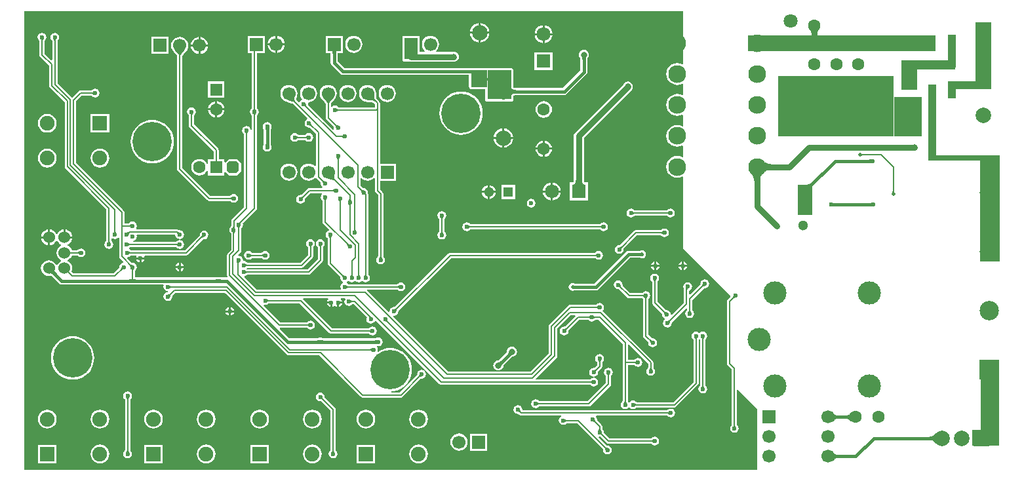
<source format=gbl>
%FSLAX25Y25*%
%MOIN*%
G70*
G01*
G75*
G04 Layer_Physical_Order=2*
G04 Layer_Color=16711680*
%ADD10R,0.24500X0.23000*%
%ADD11R,0.11000X0.06000*%
%ADD12R,0.05500X0.05000*%
G04:AMPARAMS|DCode=13|XSize=55mil|YSize=50mil|CornerRadius=0mil|HoleSize=0mil|Usage=FLASHONLY|Rotation=180.000|XOffset=0mil|YOffset=0mil|HoleType=Round|Shape=Octagon|*
%AMOCTAGOND13*
4,1,8,-0.02750,0.01250,-0.02750,-0.01250,-0.01500,-0.02500,0.01500,-0.02500,0.02750,-0.01250,0.02750,0.01250,0.01500,0.02500,-0.01500,0.02500,-0.02750,0.01250,0.0*
%
%ADD13OCTAGOND13*%

%ADD14R,0.08465X0.21654*%
%ADD15R,0.05500X0.06200*%
%ADD16R,0.06890X0.17716*%
%ADD17R,0.02606X0.03000*%
%ADD18R,0.05000X0.05500*%
G04:AMPARAMS|DCode=19|XSize=55mil|YSize=50mil|CornerRadius=0mil|HoleSize=0mil|Usage=FLASHONLY|Rotation=90.000|XOffset=0mil|YOffset=0mil|HoleType=Round|Shape=Octagon|*
%AMOCTAGOND19*
4,1,8,0.01250,0.02750,-0.01250,0.02750,-0.02500,0.01500,-0.02500,-0.01500,-0.01250,-0.02750,0.01250,-0.02750,0.02500,-0.01500,0.02500,0.01500,0.01250,0.02750,0.0*
%
%ADD19OCTAGOND19*%

%ADD20R,0.03000X0.02606*%
G04:AMPARAMS|DCode=21|XSize=63.78mil|YSize=53.94mil|CornerRadius=0mil|HoleSize=0mil|Usage=FLASHONLY|Rotation=0.000|XOffset=0mil|YOffset=0mil|HoleType=Round|Shape=Octagon|*
%AMOCTAGOND21*
4,1,8,0.03189,-0.01348,0.03189,0.01348,0.01841,0.02697,-0.01841,0.02697,-0.03189,0.01348,-0.03189,-0.01348,-0.01841,-0.02697,0.01841,-0.02697,0.03189,-0.01348,0.0*
%
%ADD21OCTAGOND21*%

%ADD22R,0.06378X0.05394*%
%ADD23R,0.01772X0.03937*%
%ADD24R,0.05000X0.03500*%
%ADD25O,0.05906X0.01181*%
G04:AMPARAMS|DCode=26|XSize=50mil|YSize=35mil|CornerRadius=0mil|HoleSize=0mil|Usage=FLASHONLY|Rotation=90.000|XOffset=0mil|YOffset=0mil|HoleType=Round|Shape=Octagon|*
%AMOCTAGOND26*
4,1,8,0.00875,0.02500,-0.00875,0.02500,-0.01750,0.01625,-0.01750,-0.01625,-0.00875,-0.02500,0.00875,-0.02500,0.01750,-0.01625,0.01750,0.01625,0.00875,0.02500,0.0*
%
%ADD26OCTAGOND26*%

%ADD27R,0.03500X0.05000*%
%ADD28O,0.08268X0.02362*%
%ADD29R,0.08268X0.02362*%
%ADD30R,0.03937X0.01772*%
%ADD31R,0.08661X0.05512*%
%ADD32O,0.02362X0.08268*%
%ADD33R,0.05394X0.06378*%
G04:AMPARAMS|DCode=34|XSize=63.78mil|YSize=53.94mil|CornerRadius=0mil|HoleSize=0mil|Usage=FLASHONLY|Rotation=270.000|XOffset=0mil|YOffset=0mil|HoleType=Round|Shape=Octagon|*
%AMOCTAGOND34*
4,1,8,-0.01348,-0.03189,0.01348,-0.03189,0.02697,-0.01841,0.02697,0.01841,0.01348,0.03189,-0.01348,0.03189,-0.02697,0.01841,-0.02697,-0.01841,-0.01348,-0.03189,0.0*
%
%ADD34OCTAGOND34*%

%ADD35R,0.06000X0.11000*%
%ADD36R,0.23000X0.24500*%
%ADD37R,0.10000X0.07480*%
G04:AMPARAMS|DCode=38|XSize=100mil|YSize=74.8mil|CornerRadius=0mil|HoleSize=0mil|Usage=FLASHONLY|Rotation=180.000|XOffset=0mil|YOffset=0mil|HoleType=Round|Shape=Octagon|*
%AMOCTAGOND38*
4,1,8,-0.05000,0.01870,-0.05000,-0.01870,-0.03130,-0.03740,0.03130,-0.03740,0.05000,-0.01870,0.05000,0.01870,0.03130,0.03740,-0.03130,0.03740,-0.05000,0.01870,0.0*
%
%ADD38OCTAGOND38*%

%ADD39C,0.03000*%
%ADD40C,0.01500*%
%ADD41C,0.00600*%
%ADD42R,0.28400X0.26800*%
%ADD43R,0.05600X0.14500*%
%ADD44R,0.06100X0.13000*%
%ADD45R,0.24800X0.08400*%
%ADD46R,0.09200X0.98600*%
%ADD47R,0.23200X0.12400*%
%ADD48R,0.07000X0.06000*%
%ADD49R,0.09000X0.01500*%
%ADD50R,0.29000X0.08500*%
%ADD51R,0.06500X0.36000*%
%ADD52R,0.56000X0.11500*%
%ADD53R,0.06000X0.16000*%
%ADD54R,0.09500X0.26900*%
%ADD55R,1.04500X0.12000*%
%ADD56R,0.06000X0.44500*%
%ADD57R,0.27000X0.07000*%
%ADD58R,0.10000X0.15500*%
%ADD59R,0.08000X0.38000*%
%ADD60R,0.19600X0.03800*%
%ADD61R,0.05500X0.15000*%
%ADD62R,0.10000X0.14000*%
%ADD63R,0.09000X0.38500*%
%ADD64R,0.14000X0.05500*%
%ADD65R,0.05500X0.09100*%
%ADD66R,0.05500X0.02700*%
%ADD67R,0.22800X0.08500*%
%ADD68R,0.38200X0.07200*%
%ADD69R,0.07300X0.15800*%
%ADD70R,0.05900X0.05000*%
%ADD71C,0.07087*%
%ADD72R,0.07087X0.07087*%
%ADD73C,0.07874*%
%ADD74C,0.09843*%
%ADD75R,0.09843X0.09843*%
%ADD76R,0.07087X0.07087*%
%ADD77C,0.20000*%
%ADD78C,0.06299*%
%ADD79R,0.06299X0.06299*%
G04:AMPARAMS|DCode=80|XSize=62.99mil|YSize=62.99mil|CornerRadius=0mil|HoleSize=0mil|Usage=FLASHONLY|Rotation=180.000|XOffset=0mil|YOffset=0mil|HoleType=Round|Shape=Octagon|*
%AMOCTAGOND80*
4,1,8,-0.03150,0.01575,-0.03150,-0.01575,-0.01575,-0.03150,0.01575,-0.03150,0.03150,-0.01575,0.03150,0.01575,0.01575,0.03150,-0.01575,0.03150,-0.03150,0.01575,0.0*
%
%ADD80OCTAGOND80*%

%ADD81R,0.06299X0.06299*%
%ADD82R,0.06693X0.06693*%
%ADD83C,0.06693*%
%ADD84C,0.11811*%
%ADD85R,0.06693X0.06693*%
%ADD86R,0.07874X0.07874*%
%ADD87C,0.07480*%
%ADD88R,0.07480X0.07480*%
%ADD89C,0.05118*%
%ADD90R,0.05118X0.05118*%
%ADD91C,0.09055*%
%ADD92R,0.05118X0.05118*%
%ADD93C,0.02362*%
%ADD94C,0.01969*%
%ADD95C,0.03150*%
%ADD96C,0.06000*%
%ADD97R,0.03347X0.06299*%
%ADD98R,0.07200X0.15300*%
%ADD99R,0.29700X0.03000*%
%ADD100R,0.10400X0.54200*%
%ADD101R,0.08700X0.08300*%
%ADD102R,0.09700X0.43800*%
%ADD103R,0.10000X0.12500*%
%ADD104R,0.04000X0.38900*%
%ADD105R,0.22000X0.04000*%
%ADD106R,0.04000X0.08500*%
%ADD107R,0.08000X0.32000*%
%ADD108R,0.04000X0.16500*%
%ADD109R,0.27500X0.04500*%
%ADD110R,0.08000X0.15000*%
%ADD111R,0.95500X0.08000*%
%ADD112R,0.59100X0.30700*%
%ADD113R,0.14100X0.20000*%
%ADD114R,0.08400X0.08600*%
%ADD115R,0.12200X0.15000*%
%ADD116R,0.06700X0.11100*%
G36*
X377565Y158352D02*
X377907Y158068D01*
X378258Y157818D01*
X378620Y157601D01*
X378990Y157417D01*
X379370Y157267D01*
X379761Y157150D01*
X380160Y157067D01*
X380570Y157017D01*
X380988Y157000D01*
Y154000D01*
X380570Y153983D01*
X380160Y153933D01*
X379761Y153850D01*
X379370Y153733D01*
X378990Y153583D01*
X378620Y153399D01*
X378258Y153182D01*
X377907Y152932D01*
X377565Y152648D01*
X377233Y152331D01*
Y158669D01*
X377565Y158352D01*
D02*
G37*
G36*
X376852Y151935D02*
X376568Y151593D01*
X376318Y151242D01*
X376101Y150881D01*
X375917Y150510D01*
X375767Y150129D01*
X375650Y149740D01*
X375567Y149340D01*
X375517Y148931D01*
X375500Y148512D01*
X372500D01*
X372483Y148931D01*
X372433Y149340D01*
X372350Y149740D01*
X372233Y150129D01*
X372083Y150510D01*
X371899Y150881D01*
X371682Y151242D01*
X371432Y151593D01*
X371148Y151935D01*
X370831Y152267D01*
X377169D01*
X376852Y151935D01*
D02*
G37*
G36*
X362841Y24217D02*
X362857Y24118D01*
X362883Y24019D01*
X362920Y23919D01*
X362967Y23818D01*
X363025Y23717D01*
X363094Y23616D01*
X363173Y23514D01*
X363262Y23411D01*
X363362Y23308D01*
X361709D01*
X361809Y23411D01*
X361898Y23514D01*
X361977Y23616D01*
X362046Y23717D01*
X362104Y23818D01*
X362151Y23919D01*
X362188Y24019D01*
X362214Y24118D01*
X362230Y24217D01*
X362235Y24316D01*
X362835D01*
X362841Y24217D01*
D02*
G37*
G36*
X431789Y157648D02*
X431767Y157667D01*
X431731Y157685D01*
X431683Y157700D01*
X431623Y157713D01*
X431551Y157724D01*
X431370Y157741D01*
X431139Y157749D01*
X431005Y157750D01*
X431171Y159250D01*
X431306Y159250D01*
X431913Y159287D01*
X431930Y159295D01*
X431789Y157648D01*
D02*
G37*
G36*
X412700Y10260D02*
X413305Y9751D01*
X413600Y9544D01*
X413890Y9369D01*
X414176Y9225D01*
X414456Y9114D01*
X414732Y9034D01*
X415003Y8986D01*
X415269Y8970D01*
Y7470D01*
X415003Y7455D01*
X414732Y7407D01*
X414456Y7327D01*
X414176Y7216D01*
X413890Y7072D01*
X413600Y6897D01*
X413305Y6690D01*
X413004Y6451D01*
X412700Y6180D01*
X412390Y5878D01*
Y10563D01*
X412700Y10260D01*
D02*
G37*
G36*
X465188Y14744D02*
X464800Y15125D01*
X464055Y15767D01*
X463698Y16028D01*
X463351Y16249D01*
X463015Y16429D01*
X462689Y16569D01*
X462373Y16670D01*
X462068Y16730D01*
X461773Y16750D01*
Y18250D01*
X462068Y18270D01*
X462373Y18330D01*
X462689Y18430D01*
X463015Y18571D01*
X463351Y18752D01*
X463698Y18972D01*
X464055Y19233D01*
X464423Y19534D01*
X465188Y20256D01*
Y14744D01*
D02*
G37*
G36*
X427280Y162215D02*
X427358Y162149D01*
X427437Y162091D01*
X427518Y162040D01*
X427600Y161997D01*
X427683Y161962D01*
X427767Y161935D01*
X427853Y161916D01*
X427940Y161904D01*
X428028Y161900D01*
Y161300D01*
X427940Y161296D01*
X427853Y161284D01*
X427767Y161265D01*
X427683Y161238D01*
X427600Y161203D01*
X427518Y161160D01*
X427437Y161109D01*
X427358Y161051D01*
X427280Y160985D01*
X427203Y160911D01*
Y162289D01*
X427280Y162215D01*
D02*
G37*
G36*
X432430Y135505D02*
X432412Y135513D01*
X432382Y135521D01*
X432339Y135528D01*
X432214Y135539D01*
X431927Y135548D01*
X431671Y135550D01*
X431505Y137050D01*
X431639Y137051D01*
X432123Y137087D01*
X432183Y137100D01*
X432231Y137116D01*
X432267Y137133D01*
X432290Y137152D01*
X432430Y135505D01*
D02*
G37*
G36*
X412665Y137112D02*
X412699Y137099D01*
X412745Y137088D01*
X412804Y137078D01*
X412959Y137062D01*
X413165Y137053D01*
X413421Y137050D01*
Y135550D01*
X413287Y135549D01*
X412745Y135512D01*
X412699Y135501D01*
X412665Y135488D01*
X412643Y135473D01*
Y137127D01*
X412665Y137112D01*
D02*
G37*
G36*
X362988Y88819D02*
X362845Y88817D01*
X362709Y88808D01*
X362581Y88792D01*
X362461Y88768D01*
X362348Y88738D01*
X362244Y88700D01*
X362147Y88656D01*
X362058Y88604D01*
X361977Y88545D01*
X361903Y88479D01*
X361479Y88903D01*
X361545Y88977D01*
X361604Y89058D01*
X361655Y89147D01*
X361700Y89244D01*
X361738Y89348D01*
X361768Y89461D01*
X361791Y89581D01*
X361808Y89709D01*
X361817Y89845D01*
X361819Y89988D01*
X362988Y88819D01*
D02*
G37*
G36*
X443604Y143240D02*
X443616Y143153D01*
X443635Y143067D01*
X443662Y142983D01*
X443697Y142900D01*
X443740Y142818D01*
X443791Y142737D01*
X443849Y142658D01*
X443915Y142580D01*
X443989Y142503D01*
X442611D01*
X442685Y142580D01*
X442751Y142658D01*
X442809Y142737D01*
X442860Y142818D01*
X442903Y142900D01*
X442938Y142983D01*
X442965Y143067D01*
X442984Y143153D01*
X442996Y143240D01*
X443000Y143328D01*
X443600D01*
X443604Y143240D01*
D02*
G37*
G36*
X402577Y146316D02*
X402482Y146221D01*
X402125Y145811D01*
X402101Y145770D01*
X402086Y145737D01*
X402081Y145712D01*
X400912Y146881D01*
X400937Y146886D01*
X400970Y146900D01*
X401011Y146925D01*
X401060Y146960D01*
X401181Y147059D01*
X401333Y147198D01*
X401516Y147377D01*
X402577Y146316D01*
D02*
G37*
G36*
X412700Y30260D02*
X413305Y29751D01*
X413600Y29544D01*
X413890Y29369D01*
X414176Y29225D01*
X414456Y29114D01*
X414732Y29034D01*
X415003Y28986D01*
X415269Y28971D01*
Y27470D01*
X415003Y27455D01*
X414732Y27407D01*
X414456Y27327D01*
X414176Y27216D01*
X413890Y27072D01*
X413600Y26897D01*
X413305Y26690D01*
X413004Y26451D01*
X412700Y26180D01*
X412390Y25878D01*
Y30563D01*
X412700Y30260D01*
D02*
G37*
G36*
X421845Y26016D02*
X421562Y26292D01*
X421003Y26758D01*
X420729Y26947D01*
X420457Y27107D01*
X420189Y27238D01*
X419924Y27340D01*
X419661Y27412D01*
X419402Y27456D01*
X419146Y27470D01*
Y28971D01*
X419402Y28985D01*
X419661Y29029D01*
X419924Y29101D01*
X420189Y29203D01*
X420457Y29334D01*
X420729Y29494D01*
X421003Y29683D01*
X421281Y29901D01*
X421562Y30149D01*
X421845Y30425D01*
Y26016D01*
D02*
G37*
G36*
X405271Y224945D02*
X405151Y224776D01*
X405045Y224586D01*
X404954Y224376D01*
X404876Y224145D01*
X404813Y223894D01*
X404763Y223622D01*
X404728Y223330D01*
X404707Y223017D01*
X404700Y222683D01*
X401700D01*
X401693Y223017D01*
X401637Y223622D01*
X401587Y223894D01*
X401524Y224145D01*
X401446Y224376D01*
X401355Y224586D01*
X401249Y224776D01*
X401129Y224945D01*
X400995Y225093D01*
X405405D01*
X405271Y224945D01*
D02*
G37*
G36*
X336500Y223718D02*
X336000Y223426D01*
X334892Y223885D01*
X333949Y224009D01*
Y218500D01*
Y212991D01*
X334892Y213115D01*
X336000Y213574D01*
X336500Y213282D01*
Y207968D01*
X336000Y207676D01*
X334892Y208135D01*
X333449Y208325D01*
X332006Y208135D01*
X330661Y207578D01*
X329506Y206692D01*
X328621Y205538D01*
X328064Y204193D01*
X327874Y202750D01*
X328064Y201307D01*
X328621Y199962D01*
X329506Y198808D01*
X330661Y197922D01*
X332006Y197365D01*
X333449Y197175D01*
X334892Y197365D01*
X336000Y197824D01*
X336500Y197532D01*
Y192218D01*
X336000Y191926D01*
X334892Y192385D01*
X333449Y192575D01*
X332006Y192385D01*
X330661Y191828D01*
X329506Y190942D01*
X328621Y189788D01*
X328064Y188443D01*
X327874Y187000D01*
X328064Y185557D01*
X328621Y184212D01*
X329506Y183058D01*
X330661Y182172D01*
X332006Y181615D01*
X333449Y181425D01*
X334892Y181615D01*
X336000Y182074D01*
X336500Y181782D01*
Y176468D01*
X336000Y176176D01*
X334892Y176635D01*
X333449Y176825D01*
X332006Y176635D01*
X330661Y176078D01*
X329506Y175192D01*
X328621Y174038D01*
X328064Y172693D01*
X327874Y171250D01*
X328064Y169807D01*
X328621Y168462D01*
X329506Y167308D01*
X330661Y166422D01*
X332006Y165865D01*
X333449Y165675D01*
X334892Y165865D01*
X336000Y166324D01*
X336500Y166032D01*
Y160718D01*
X336000Y160426D01*
X334892Y160885D01*
X333449Y161075D01*
X332006Y160885D01*
X330661Y160328D01*
X329506Y159442D01*
X328621Y158288D01*
X328064Y156943D01*
X327874Y155500D01*
X328064Y154057D01*
X328621Y152712D01*
X329506Y151558D01*
X330661Y150672D01*
X332006Y150115D01*
X333449Y149925D01*
X334892Y150115D01*
X336000Y150574D01*
X336500Y150282D01*
Y114000D01*
X360483Y90017D01*
X360473Y89347D01*
X359063Y87937D01*
X358775Y87507D01*
X358675Y87000D01*
Y55500D01*
X358775Y54993D01*
X359063Y54563D01*
X361210Y52416D01*
Y24313D01*
X361210Y24313D01*
X361199Y24290D01*
X361180Y24257D01*
X361151Y24214D01*
X361111Y24162D01*
X361059Y24102D01*
X361055Y24099D01*
X360963Y24037D01*
X360481Y23316D01*
X360312Y22465D01*
X360481Y21613D01*
X360963Y20892D01*
X361684Y20410D01*
X362535Y20241D01*
X363387Y20410D01*
X364108Y20892D01*
X364590Y21613D01*
X364759Y22465D01*
X364590Y23316D01*
X364108Y24037D01*
X364015Y24099D01*
X364012Y24102D01*
X363960Y24162D01*
X363920Y24214D01*
X363891Y24257D01*
X363872Y24290D01*
X363861Y24313D01*
X363861Y24313D01*
Y41986D01*
X364323Y42177D01*
X374000Y32500D01*
X374000Y31000D01*
Y1529D01*
X1529D01*
Y234691D01*
X336500D01*
Y223718D01*
D02*
G37*
%LPC*%
G36*
X274227Y142500D02*
X270210D01*
Y138483D01*
X270896Y138574D01*
X272002Y139031D01*
X272951Y139760D01*
X273679Y140709D01*
X274137Y141814D01*
X274227Y142500D01*
D02*
G37*
G36*
X269210D02*
X265194D01*
X265284Y141814D01*
X265742Y140709D01*
X266470Y139760D01*
X267419Y139031D01*
X268524Y138574D01*
X269210Y138483D01*
Y142500D01*
D02*
G37*
G36*
X308300Y198897D02*
X307628Y198809D01*
X307001Y198549D01*
X306464Y198136D01*
X306051Y197599D01*
X306021Y197526D01*
X281687Y173192D01*
X281135Y172365D01*
X280941Y171390D01*
Y148840D01*
X280918Y148575D01*
X280857Y148211D01*
X280782Y147929D01*
X280701Y147733D01*
X280632Y147619D01*
X280588Y147571D01*
X280569Y147558D01*
X280548Y147551D01*
X280478Y147543D01*
X278946D01*
Y138457D01*
X288033D01*
Y147543D01*
X286502D01*
X286432Y147551D01*
X286411Y147558D01*
X286392Y147571D01*
X286348Y147619D01*
X286278Y147733D01*
X286198Y147929D01*
X286122Y148211D01*
X286062Y148575D01*
X286039Y148840D01*
Y170334D01*
X310152Y194448D01*
X310343Y194733D01*
X310549Y195001D01*
X310593Y195106D01*
X310705Y195274D01*
X310745Y195473D01*
X310808Y195628D01*
X310874Y196123D01*
X310899Y196250D01*
X310894Y196276D01*
X310897Y196300D01*
X310808Y196972D01*
X310706Y197219D01*
X310705Y197225D01*
X310701Y197231D01*
X310549Y197599D01*
X310136Y198136D01*
X309598Y198549D01*
X308972Y198809D01*
X308300Y198897D01*
D02*
G37*
G36*
X252500Y34224D02*
X251649Y34055D01*
X250927Y33573D01*
X250445Y32851D01*
X250276Y32000D01*
X250445Y31149D01*
X250927Y30428D01*
X251649Y29945D01*
X252500Y29776D01*
X252609Y29798D01*
X252614Y29798D01*
X252693Y29792D01*
X252758Y29784D01*
X252809Y29774D01*
X252846Y29764D01*
X252870Y29755D01*
X253263Y29363D01*
X253693Y29075D01*
X254200Y28975D01*
X274393D01*
X274529Y28475D01*
X273927Y28073D01*
X273445Y27351D01*
X273276Y26500D01*
X273445Y25649D01*
X273927Y24927D01*
X274649Y24445D01*
X275500Y24276D01*
X276351Y24445D01*
X277073Y24927D01*
X277134Y25020D01*
X277137Y25023D01*
X277197Y25075D01*
X277249Y25115D01*
X277292Y25144D01*
X277326Y25164D01*
X277349Y25174D01*
X277349Y25174D01*
X282451D01*
X295756Y11870D01*
X295764Y11846D01*
X295774Y11809D01*
X295784Y11758D01*
X295793Y11693D01*
X295798Y11614D01*
X295798Y11609D01*
X295776Y11500D01*
X295945Y10649D01*
X296427Y9928D01*
X297149Y9445D01*
X298000Y9276D01*
X298851Y9445D01*
X299572Y9928D01*
X300055Y10649D01*
X300224Y11500D01*
X300055Y12351D01*
X299572Y13072D01*
X298851Y13555D01*
X298000Y13724D01*
X297891Y13702D01*
X297886Y13702D01*
X297808Y13708D01*
X297742Y13716D01*
X297691Y13726D01*
X297654Y13736D01*
X297630Y13745D01*
X293511Y17864D01*
X293757Y18325D01*
X294000Y18276D01*
X294109Y18298D01*
X294114Y18298D01*
X294193Y18293D01*
X294258Y18284D01*
X294309Y18274D01*
X294346Y18264D01*
X294370Y18256D01*
X297563Y15063D01*
X297993Y14775D01*
X298500Y14674D01*
X320151D01*
X320151Y14674D01*
X320175Y14664D01*
X320208Y14644D01*
X320251Y14615D01*
X320303Y14575D01*
X320362Y14523D01*
X320366Y14520D01*
X320427Y14427D01*
X321149Y13945D01*
X322000Y13776D01*
X322851Y13945D01*
X323572Y14427D01*
X324055Y15149D01*
X324224Y16000D01*
X324055Y16851D01*
X323572Y17572D01*
X322851Y18055D01*
X322000Y18224D01*
X321149Y18055D01*
X320427Y17572D01*
X320366Y17480D01*
X320362Y17477D01*
X320303Y17425D01*
X320251Y17385D01*
X320208Y17356D01*
X320175Y17336D01*
X320151Y17325D01*
X320151Y17325D01*
X299049D01*
X296244Y20130D01*
X296236Y20154D01*
X296226Y20191D01*
X296216Y20242D01*
X296207Y20308D01*
X296202Y20386D01*
X296202Y20391D01*
X296224Y20500D01*
X296055Y21351D01*
X295572Y22072D01*
X295480Y22134D01*
X295477Y22138D01*
X295425Y22197D01*
X295385Y22249D01*
X295356Y22292D01*
X295336Y22325D01*
X295325Y22349D01*
X295325Y22349D01*
Y23500D01*
X295225Y24007D01*
X294937Y24437D01*
X292744Y26630D01*
X292736Y26654D01*
X292726Y26691D01*
X292716Y26742D01*
X292707Y26807D01*
X292702Y26886D01*
X292702Y26891D01*
X292724Y27000D01*
X292555Y27851D01*
X292138Y28475D01*
X292302Y28975D01*
X328351D01*
X328351Y28975D01*
X328375Y28964D01*
X328408Y28944D01*
X328451Y28915D01*
X328503Y28875D01*
X328562Y28823D01*
X328566Y28820D01*
X328627Y28727D01*
X329349Y28245D01*
X330200Y28076D01*
X331051Y28245D01*
X331772Y28727D01*
X332255Y29449D01*
X332424Y30300D01*
X332255Y31151D01*
X331772Y31872D01*
X331051Y32355D01*
X330200Y32524D01*
X329349Y32355D01*
X328627Y31872D01*
X328566Y31780D01*
X328562Y31777D01*
X328503Y31725D01*
X328451Y31685D01*
X328408Y31656D01*
X328375Y31636D01*
X328351Y31626D01*
X328351Y31626D01*
X255080D01*
X254724Y32000D01*
X254555Y32851D01*
X254072Y33573D01*
X253351Y34055D01*
X252500Y34224D01*
D02*
G37*
G36*
X241203Y142200D02*
X238179D01*
Y139176D01*
X238608Y139233D01*
X239474Y139591D01*
X240217Y140162D01*
X240788Y140905D01*
X241146Y141771D01*
X241203Y142200D01*
D02*
G37*
G36*
X237179D02*
X234155D01*
X234211Y141771D01*
X234570Y140905D01*
X235140Y140162D01*
X235884Y139591D01*
X236750Y139233D01*
X237179Y139176D01*
Y142200D01*
D02*
G37*
G36*
X251080Y146259D02*
X243962D01*
Y139141D01*
X251080D01*
Y146259D01*
D02*
G37*
G36*
X266000Y227506D02*
Y223490D01*
X270017D01*
X269926Y224176D01*
X269469Y225281D01*
X268740Y226230D01*
X267791Y226958D01*
X266686Y227416D01*
X266000Y227506D01*
D02*
G37*
G36*
X232500Y228625D02*
X231711Y228521D01*
X230510Y228024D01*
X229479Y227232D01*
X228688Y226201D01*
X228190Y225000D01*
X228086Y224211D01*
X232500D01*
Y228625D01*
D02*
G37*
G36*
X259200Y139224D02*
X258349Y139055D01*
X257628Y138573D01*
X257145Y137851D01*
X256976Y137000D01*
X257145Y136149D01*
X257628Y135427D01*
X258349Y134945D01*
X259200Y134776D01*
X260051Y134945D01*
X260772Y135427D01*
X261255Y136149D01*
X261424Y137000D01*
X261255Y137851D01*
X260772Y138573D01*
X260051Y139055D01*
X259200Y139224D01*
D02*
G37*
G36*
X106500Y84124D02*
Y82500D01*
X108124D01*
X108054Y82851D01*
X107572Y83573D01*
X106851Y84054D01*
X106500Y84124D01*
D02*
G37*
G36*
X163124Y86000D02*
X161500D01*
Y84376D01*
X161851Y84446D01*
X162573Y84927D01*
X163055Y85649D01*
X163124Y86000D01*
D02*
G37*
G36*
X157000D02*
X155376D01*
X155446Y85649D01*
X155928Y84927D01*
X156649Y84446D01*
X157000Y84376D01*
Y86000D01*
D02*
G37*
G36*
X80500Y221604D02*
X79365Y221455D01*
X78308Y221017D01*
X77400Y220320D01*
X76703Y219412D01*
X76265Y218355D01*
X76116Y217220D01*
X76265Y216086D01*
X76703Y215029D01*
X77400Y214121D01*
X77500Y214043D01*
X78137Y213387D01*
X78664Y212765D01*
X78850Y212513D01*
X78996Y212287D01*
X79096Y212102D01*
X79153Y211966D01*
X79174Y211891D01*
X79175Y211885D01*
Y154500D01*
X79275Y153993D01*
X79563Y153563D01*
X94563Y138563D01*
X94993Y138275D01*
X95500Y138174D01*
X106151D01*
X106151Y138174D01*
X106175Y138164D01*
X106208Y138144D01*
X106251Y138115D01*
X106303Y138075D01*
X106362Y138023D01*
X106366Y138020D01*
X106428Y137927D01*
X107149Y137445D01*
X108000Y137276D01*
X108851Y137445D01*
X109573Y137927D01*
X110055Y138649D01*
X110224Y139500D01*
X110055Y140351D01*
X109573Y141072D01*
X108851Y141554D01*
X108000Y141724D01*
X107149Y141554D01*
X106428Y141072D01*
X106366Y140980D01*
X106362Y140977D01*
X106303Y140925D01*
X106251Y140885D01*
X106208Y140856D01*
X106175Y140836D01*
X106151Y140825D01*
X106151Y140825D01*
X96049D01*
X81826Y155049D01*
Y211885D01*
X81826Y211891D01*
X81847Y211966D01*
X81904Y212102D01*
X82004Y212287D01*
X82150Y212513D01*
X82330Y212757D01*
X83199Y213743D01*
X83491Y214037D01*
X83600Y214121D01*
X84297Y215029D01*
X84735Y216086D01*
X84884Y217220D01*
X84735Y218355D01*
X84297Y219412D01*
X83600Y220320D01*
X82692Y221017D01*
X81635Y221455D01*
X80500Y221604D01*
D02*
G37*
G36*
X265000Y227506D02*
X264314Y227416D01*
X263209Y226958D01*
X262260Y226230D01*
X261531Y225281D01*
X261074Y224176D01*
X260983Y223490D01*
X265000D01*
Y227506D01*
D02*
G37*
G36*
X332949Y224009D02*
X332006Y223885D01*
X330661Y223328D01*
X329506Y222442D01*
X328621Y221288D01*
X328064Y219943D01*
X327939Y219000D01*
X332949D01*
Y224009D01*
D02*
G37*
G36*
X93943Y14231D02*
X92706Y14068D01*
X91553Y13590D01*
X90562Y12831D01*
X89803Y11840D01*
X89325Y10687D01*
X89162Y9450D01*
X89325Y8212D01*
X89803Y7059D01*
X90562Y6069D01*
X91553Y5309D01*
X92706Y4832D01*
X93943Y4669D01*
X95181Y4832D01*
X96334Y5309D01*
X97324Y6069D01*
X98084Y7059D01*
X98561Y8212D01*
X98724Y9450D01*
X98561Y10687D01*
X98084Y11840D01*
X97324Y12831D01*
X96334Y13590D01*
X95181Y14068D01*
X93943Y14231D01*
D02*
G37*
G36*
X136057Y157192D02*
X134923Y157043D01*
X133865Y156605D01*
X132957Y155908D01*
X132261Y155000D01*
X131823Y153943D01*
X131673Y152808D01*
X131823Y151673D01*
X132261Y150616D01*
X132957Y149708D01*
X133865Y149011D01*
X134923Y148574D01*
X136057Y148424D01*
X137192Y148574D01*
X138249Y149011D01*
X139157Y149708D01*
X139854Y150616D01*
X140292Y151673D01*
X140441Y152808D01*
X140292Y153943D01*
X139854Y155000D01*
X139157Y155908D01*
X138249Y156605D01*
X137192Y157043D01*
X136057Y157192D01*
D02*
G37*
G36*
X237914Y223211D02*
X233500D01*
Y218797D01*
X234289Y218901D01*
X235490Y219398D01*
X236521Y220190D01*
X237313Y221221D01*
X237810Y222422D01*
X237914Y223211D01*
D02*
G37*
G36*
X86500Y185724D02*
X85649Y185555D01*
X84927Y185073D01*
X84446Y184351D01*
X84276Y183500D01*
X84446Y182649D01*
X84927Y181928D01*
X85020Y181866D01*
X85023Y181862D01*
X85075Y181803D01*
X85115Y181751D01*
X85144Y181708D01*
X85164Y181675D01*
X85175Y181651D01*
X85175Y181651D01*
Y176500D01*
X85275Y175993D01*
X85563Y175563D01*
X97732Y163394D01*
Y159458D01*
X94908D01*
Y156955D01*
X94408Y156856D01*
X94182Y157401D01*
X93517Y158268D01*
X92650Y158933D01*
X91641Y159351D01*
X90557Y159494D01*
X89474Y159351D01*
X88465Y158933D01*
X87598Y158268D01*
X86933Y157401D01*
X86515Y156391D01*
X86372Y155308D01*
X86515Y154225D01*
X86933Y153215D01*
X87598Y152348D01*
X88465Y151683D01*
X89474Y151265D01*
X90557Y151123D01*
X91641Y151265D01*
X92650Y151683D01*
X93517Y152348D01*
X94182Y153215D01*
X94408Y153760D01*
X94908Y153661D01*
Y151158D01*
X103207D01*
Y152727D01*
X103707Y152934D01*
X105482Y151158D01*
X109632D01*
X111707Y153233D01*
Y157383D01*
X109632Y159458D01*
X105482D01*
X103707Y157682D01*
X103207Y157889D01*
Y159458D01*
X100383D01*
Y163943D01*
X100282Y164450D01*
X99994Y164880D01*
X87826Y177049D01*
Y181651D01*
X87826Y181651D01*
X87836Y181675D01*
X87856Y181708D01*
X87885Y181751D01*
X87925Y181803D01*
X87977Y181862D01*
X87980Y181866D01*
X88073Y181928D01*
X88555Y182649D01*
X88724Y183500D01*
X88555Y184351D01*
X88073Y185073D01*
X87351Y185555D01*
X86500Y185724D01*
D02*
G37*
G36*
X39943Y164731D02*
X38706Y164568D01*
X37553Y164090D01*
X36562Y163330D01*
X35803Y162340D01*
X35325Y161187D01*
X35162Y159950D01*
X35325Y158712D01*
X35803Y157559D01*
X36562Y156569D01*
X37553Y155809D01*
X38706Y155332D01*
X39943Y155169D01*
X41181Y155332D01*
X42334Y155809D01*
X43324Y156569D01*
X44084Y157559D01*
X44561Y158712D01*
X44724Y159950D01*
X44561Y161187D01*
X44084Y162340D01*
X43324Y163330D01*
X42334Y164090D01*
X41181Y164568D01*
X39943Y164731D01*
D02*
G37*
G36*
X13171D02*
X11934Y164568D01*
X10781Y164090D01*
X9791Y163330D01*
X9031Y162340D01*
X8553Y161187D01*
X8390Y159950D01*
X8553Y158712D01*
X9031Y157559D01*
X9791Y156569D01*
X10781Y155809D01*
X11934Y155332D01*
X13171Y155169D01*
X14409Y155332D01*
X15562Y155809D01*
X16552Y156569D01*
X17312Y157559D01*
X17790Y158712D01*
X17953Y159950D01*
X17790Y161187D01*
X17312Y162340D01*
X16552Y163330D01*
X15562Y164090D01*
X14409Y164568D01*
X13171Y164731D01*
D02*
G37*
G36*
X237179Y146224D02*
X236750Y146167D01*
X235884Y145809D01*
X235140Y145238D01*
X234570Y144495D01*
X234211Y143629D01*
X234155Y143200D01*
X237179D01*
Y146224D01*
D02*
G37*
G36*
X66557Y179342D02*
X64831Y179206D01*
X63148Y178802D01*
X61548Y178139D01*
X60072Y177235D01*
X58755Y176110D01*
X57631Y174794D01*
X56726Y173317D01*
X56063Y171718D01*
X55659Y170034D01*
X55523Y168308D01*
X55659Y166582D01*
X56063Y164898D01*
X56726Y163299D01*
X57631Y161822D01*
X58755Y160506D01*
X60072Y159381D01*
X61548Y158477D01*
X63148Y157814D01*
X64831Y157410D01*
X66557Y157274D01*
X68283Y157410D01*
X69967Y157814D01*
X71567Y158477D01*
X73043Y159381D01*
X74360Y160506D01*
X75484Y161822D01*
X76389Y163299D01*
X77051Y164898D01*
X77455Y166582D01*
X77591Y168308D01*
X77455Y170034D01*
X77051Y171718D01*
X76389Y173317D01*
X75484Y174794D01*
X74360Y176110D01*
X73043Y177235D01*
X71567Y178139D01*
X69967Y178802D01*
X68283Y179206D01*
X66557Y179342D01*
D02*
G37*
G36*
X232500Y223211D02*
X228086D01*
X228190Y222422D01*
X228688Y221221D01*
X229479Y220190D01*
X230510Y219398D01*
X231711Y218901D01*
X232500Y218797D01*
Y223211D01*
D02*
G37*
G36*
X238179Y146224D02*
Y143200D01*
X241203D01*
X241146Y143629D01*
X240788Y144495D01*
X240217Y145238D01*
X239474Y145809D01*
X238608Y146167D01*
X238179Y146224D01*
D02*
G37*
G36*
X39943Y14231D02*
X38706Y14068D01*
X37553Y13590D01*
X36562Y12831D01*
X35803Y11840D01*
X35325Y10687D01*
X35162Y9450D01*
X35325Y8212D01*
X35803Y7059D01*
X36562Y6069D01*
X37553Y5309D01*
X38706Y4832D01*
X39943Y4669D01*
X41181Y4832D01*
X42334Y5309D01*
X43324Y6069D01*
X44084Y7059D01*
X44561Y8212D01*
X44724Y9450D01*
X44561Y10687D01*
X44084Y11840D01*
X43324Y12831D01*
X42334Y13590D01*
X41181Y14068D01*
X39943Y14231D01*
D02*
G37*
G36*
X270210Y147517D02*
Y143500D01*
X274227D01*
X274137Y144186D01*
X273679Y145291D01*
X272951Y146240D01*
X272002Y146969D01*
X270896Y147426D01*
X270210Y147517D01*
D02*
G37*
G36*
X269210D02*
X268524Y147426D01*
X267419Y146969D01*
X266470Y146240D01*
X265742Y145291D01*
X265284Y144186D01*
X265194Y143500D01*
X269210D01*
Y147517D01*
D02*
G37*
G36*
X303500Y97724D02*
X302649Y97554D01*
X301927Y97072D01*
X301445Y96351D01*
X301276Y95500D01*
X301445Y94649D01*
X301927Y93928D01*
X302649Y93445D01*
X303500Y93276D01*
X303609Y93298D01*
X303614Y93298D01*
X303693Y93292D01*
X303758Y93284D01*
X303809Y93274D01*
X303846Y93264D01*
X303870Y93256D01*
X308027Y89098D01*
X308457Y88811D01*
X308965Y88710D01*
X315687D01*
X315687Y88710D01*
X315710Y88699D01*
X315743Y88680D01*
X315787Y88651D01*
X315838Y88611D01*
X315898Y88559D01*
X315901Y88555D01*
X315963Y88463D01*
X316033Y88416D01*
X316066Y88376D01*
X316108Y88319D01*
X316139Y88272D01*
X316160Y88234D01*
X316172Y88206D01*
X316175Y88200D01*
Y69500D01*
X316275Y68993D01*
X316563Y68563D01*
X318756Y66370D01*
X318764Y66346D01*
X318774Y66309D01*
X318784Y66258D01*
X318793Y66193D01*
X318798Y66114D01*
X318798Y66109D01*
X318776Y66000D01*
X318945Y65149D01*
X319427Y64428D01*
X320149Y63946D01*
X321000Y63776D01*
X321851Y63946D01*
X322572Y64428D01*
X323055Y65149D01*
X323224Y66000D01*
X323055Y66851D01*
X322572Y67572D01*
X321851Y68054D01*
X321000Y68224D01*
X320891Y68202D01*
X320886Y68202D01*
X320808Y68208D01*
X320742Y68216D01*
X320691Y68226D01*
X320654Y68236D01*
X320630Y68244D01*
X318826Y70049D01*
Y88174D01*
X318832Y88187D01*
X318849Y88216D01*
X318877Y88255D01*
X318915Y88302D01*
X318966Y88357D01*
X319001Y88391D01*
X319108Y88463D01*
X319590Y89184D01*
X319759Y90035D01*
X319590Y90886D01*
X319108Y91608D01*
X318387Y92090D01*
X317535Y92259D01*
X316684Y92090D01*
X315963Y91608D01*
X315901Y91515D01*
X315898Y91512D01*
X315838Y91460D01*
X315787Y91420D01*
X315743Y91391D01*
X315710Y91372D01*
X315687Y91361D01*
X315687Y91361D01*
X309514D01*
X305744Y95130D01*
X305736Y95154D01*
X305726Y95191D01*
X305716Y95242D01*
X305708Y95307D01*
X305702Y95386D01*
X305702Y95391D01*
X305724Y95500D01*
X305555Y96351D01*
X305072Y97072D01*
X304351Y97554D01*
X303500Y97724D01*
D02*
G37*
G36*
X213744Y132968D02*
X212893Y132799D01*
X212172Y132317D01*
X211689Y131595D01*
X211520Y130744D01*
X211689Y129893D01*
X212172Y129172D01*
X212264Y129110D01*
X212267Y129107D01*
X212319Y129047D01*
X212359Y128995D01*
X212388Y128952D01*
X212408Y128919D01*
X212419Y128895D01*
X212419Y128895D01*
Y122605D01*
X212419Y122605D01*
X212408Y122581D01*
X212388Y122548D01*
X212359Y122505D01*
X212319Y122453D01*
X212267Y122394D01*
X212264Y122390D01*
X212172Y122328D01*
X211689Y121607D01*
X211520Y120756D01*
X211689Y119905D01*
X212172Y119183D01*
X212893Y118701D01*
X213744Y118532D01*
X214595Y118701D01*
X215317Y119183D01*
X215799Y119905D01*
X215968Y120756D01*
X215799Y121607D01*
X215317Y122328D01*
X215224Y122390D01*
X215221Y122393D01*
X215169Y122453D01*
X215129Y122505D01*
X215100Y122548D01*
X215080Y122581D01*
X215070Y122605D01*
X215070Y122605D01*
Y128895D01*
X215070Y128895D01*
X215080Y128919D01*
X215100Y128952D01*
X215129Y128995D01*
X215169Y129047D01*
X215221Y129106D01*
X215224Y129110D01*
X215317Y129172D01*
X215799Y129893D01*
X215968Y130744D01*
X215799Y131595D01*
X215317Y132317D01*
X214595Y132799D01*
X213744Y132968D01*
D02*
G37*
G36*
X322840Y107284D02*
Y105660D01*
X324465D01*
X324395Y106011D01*
X323913Y106732D01*
X323191Y107214D01*
X322840Y107284D01*
D02*
G37*
G36*
X321840D02*
X321489Y107214D01*
X320768Y106732D01*
X320286Y106011D01*
X320216Y105660D01*
X321840D01*
Y107284D01*
D02*
G37*
G36*
X22368Y123651D02*
Y120182D01*
X25837D01*
X25765Y120726D01*
X25362Y121699D01*
X24721Y122535D01*
X23886Y123176D01*
X22912Y123579D01*
X22368Y123651D01*
D02*
G37*
G36*
X13494D02*
X12950Y123579D01*
X11977Y123176D01*
X11141Y122535D01*
X10500Y121699D01*
X10097Y120726D01*
X10026Y120182D01*
X13494D01*
Y123651D01*
D02*
G37*
G36*
X326965Y124188D02*
X326114Y124019D01*
X325392Y123537D01*
X325330Y123445D01*
X325327Y123441D01*
X325268Y123389D01*
X325216Y123349D01*
X325172Y123320D01*
X325139Y123301D01*
X325116Y123290D01*
X325116Y123290D01*
X312465D01*
X311957Y123189D01*
X311527Y122902D01*
X304370Y115744D01*
X304346Y115736D01*
X304309Y115726D01*
X304258Y115716D01*
X304192Y115708D01*
X304114Y115702D01*
X304109Y115702D01*
X304000Y115724D01*
X303149Y115554D01*
X302428Y115073D01*
X301945Y114351D01*
X301776Y113500D01*
X301945Y112649D01*
X302428Y111927D01*
X303149Y111445D01*
X304000Y111276D01*
X304851Y111445D01*
X305573Y111927D01*
X306055Y112649D01*
X306224Y113500D01*
X306202Y113609D01*
X306202Y113614D01*
X306207Y113692D01*
X306216Y113758D01*
X306226Y113809D01*
X306236Y113846D01*
X306244Y113870D01*
X313014Y120639D01*
X325116D01*
X325116Y120639D01*
X325139Y120628D01*
X325172Y120609D01*
X325216Y120580D01*
X325267Y120540D01*
X325327Y120488D01*
X325330Y120484D01*
X325392Y120392D01*
X326114Y119910D01*
X326965Y119741D01*
X327816Y119910D01*
X328537Y120392D01*
X329019Y121114D01*
X329188Y121965D01*
X329019Y122816D01*
X328537Y123537D01*
X327816Y124019D01*
X326965Y124188D01*
D02*
G37*
G36*
X13494Y119182D02*
X10026D01*
X10097Y118638D01*
X10500Y117665D01*
X11141Y116829D01*
X11977Y116188D01*
X12950Y115785D01*
X13494Y115713D01*
Y119182D01*
D02*
G37*
G36*
X62624Y108500D02*
X61000D01*
Y106876D01*
X61351Y106946D01*
X62072Y107428D01*
X62555Y108149D01*
X62624Y108500D01*
D02*
G37*
G36*
X315600Y113023D02*
X314826Y112869D01*
X314699Y112784D01*
X308800D01*
X308800Y112784D01*
X308117Y112648D01*
X307538Y112262D01*
X307538Y112262D01*
X291461Y96184D01*
X281201D01*
X281074Y96269D01*
X280300Y96423D01*
X279526Y96269D01*
X278869Y95831D01*
X278431Y95174D01*
X278277Y94400D01*
X278431Y93626D01*
X278869Y92969D01*
X279526Y92531D01*
X280300Y92377D01*
X281074Y92531D01*
X281201Y92616D01*
X292200D01*
X292883Y92751D01*
X293462Y93138D01*
X309539Y109216D01*
X314699D01*
X314826Y109131D01*
X315600Y108977D01*
X316374Y109131D01*
X317031Y109569D01*
X317469Y110226D01*
X317623Y111000D01*
X317469Y111774D01*
X317031Y112431D01*
X316374Y112869D01*
X315600Y113023D01*
D02*
G37*
G36*
X124000Y112724D02*
X123149Y112555D01*
X122427Y112073D01*
X122366Y111980D01*
X122362Y111977D01*
X122303Y111925D01*
X122251Y111885D01*
X122208Y111856D01*
X122175Y111836D01*
X122151Y111826D01*
X122151Y111826D01*
X117349D01*
X117349Y111826D01*
X117325Y111836D01*
X117292Y111856D01*
X117249Y111885D01*
X117197Y111925D01*
X117138Y111977D01*
X117134Y111980D01*
X117072Y112073D01*
X116351Y112555D01*
X115500Y112724D01*
X114649Y112555D01*
X113927Y112073D01*
X113445Y111351D01*
X113276Y110500D01*
X113445Y109649D01*
X113927Y108928D01*
X114649Y108446D01*
X115500Y108276D01*
X116351Y108446D01*
X117072Y108928D01*
X117134Y109020D01*
X117138Y109023D01*
X117197Y109075D01*
X117249Y109115D01*
X117292Y109144D01*
X117325Y109164D01*
X117349Y109175D01*
X117349Y109175D01*
X122151D01*
X122151Y109175D01*
X122175Y109164D01*
X122208Y109144D01*
X122251Y109115D01*
X122303Y109075D01*
X122362Y109023D01*
X122366Y109020D01*
X122427Y108928D01*
X123149Y108446D01*
X124000Y108276D01*
X124851Y108446D01*
X125573Y108928D01*
X126055Y109649D01*
X126224Y110500D01*
X126055Y111351D01*
X125573Y112073D01*
X124851Y112555D01*
X124000Y112724D01*
D02*
G37*
G36*
X60000Y108500D02*
X58376D01*
X58446Y108149D01*
X58928Y107428D01*
X59649Y106946D01*
X60000Y106876D01*
Y108500D01*
D02*
G37*
G36*
X335840Y107284D02*
X335489Y107214D01*
X334768Y106732D01*
X334286Y106011D01*
X334216Y105660D01*
X335840D01*
Y107284D01*
D02*
G37*
G36*
X336840D02*
Y105660D01*
X338464D01*
X338395Y106011D01*
X337913Y106732D01*
X337191Y107214D01*
X336840Y107284D01*
D02*
G37*
G36*
X105500Y81500D02*
X103876D01*
X103946Y81149D01*
X104428Y80427D01*
X105149Y79945D01*
X105500Y79876D01*
Y81500D01*
D02*
G37*
G36*
X81000Y106624D02*
Y105000D01*
X82624D01*
X82555Y105351D01*
X82073Y106072D01*
X81351Y106554D01*
X81000Y106624D01*
D02*
G37*
G36*
X82624Y104000D02*
X81000D01*
Y102376D01*
X81351Y102445D01*
X82073Y102927D01*
X82555Y103649D01*
X82624Y104000D01*
D02*
G37*
G36*
X296000Y127224D02*
X295149Y127055D01*
X294427Y126573D01*
X294366Y126480D01*
X294362Y126477D01*
X294303Y126425D01*
X294251Y126385D01*
X294208Y126356D01*
X294175Y126336D01*
X294151Y126326D01*
X294151Y126326D01*
X228349D01*
X228349Y126326D01*
X228326Y126336D01*
X228292Y126356D01*
X228249Y126385D01*
X228197Y126425D01*
X228138Y126477D01*
X228134Y126480D01*
X228073Y126573D01*
X227351Y127055D01*
X226500Y127224D01*
X225649Y127055D01*
X224927Y126573D01*
X224445Y125851D01*
X224276Y125000D01*
X224445Y124149D01*
X224927Y123427D01*
X225649Y122945D01*
X226500Y122776D01*
X227351Y122945D01*
X228073Y123427D01*
X228134Y123520D01*
X228137Y123523D01*
X228197Y123575D01*
X228249Y123615D01*
X228292Y123644D01*
X228326Y123664D01*
X228349Y123674D01*
X228349Y123674D01*
X294151D01*
X294151Y123674D01*
X294175Y123664D01*
X294208Y123644D01*
X294251Y123615D01*
X294303Y123575D01*
X294362Y123523D01*
X294366Y123520D01*
X294427Y123427D01*
X295149Y122945D01*
X296000Y122776D01*
X296851Y122945D01*
X297572Y123427D01*
X298055Y124149D01*
X298224Y125000D01*
X298055Y125851D01*
X297572Y126573D01*
X296851Y127055D01*
X296000Y127224D01*
D02*
G37*
G36*
X26057Y69342D02*
X24331Y69206D01*
X22648Y68802D01*
X21048Y68139D01*
X19572Y67235D01*
X18255Y66110D01*
X17131Y64794D01*
X16226Y63317D01*
X15563Y61718D01*
X15159Y60034D01*
X15023Y58308D01*
X15159Y56582D01*
X15563Y54898D01*
X16226Y53299D01*
X17131Y51822D01*
X18255Y50506D01*
X19572Y49381D01*
X21048Y48477D01*
X22648Y47814D01*
X24331Y47410D01*
X26057Y47274D01*
X27783Y47410D01*
X29467Y47814D01*
X31067Y48477D01*
X32543Y49381D01*
X33860Y50506D01*
X34984Y51822D01*
X35889Y53299D01*
X36551Y54898D01*
X36955Y56582D01*
X37091Y58308D01*
X36955Y60034D01*
X36551Y61718D01*
X35889Y63317D01*
X34984Y64794D01*
X33860Y66110D01*
X32543Y67235D01*
X31067Y68139D01*
X29467Y68802D01*
X27783Y69206D01*
X26057Y69342D01*
D02*
G37*
G36*
X80000Y104000D02*
X78376D01*
X78446Y103649D01*
X78927Y102927D01*
X79649Y102445D01*
X80000Y102376D01*
Y104000D01*
D02*
G37*
G36*
X330000Y134224D02*
X329149Y134055D01*
X328428Y133572D01*
X328366Y133480D01*
X328362Y133477D01*
X328303Y133425D01*
X328251Y133385D01*
X328208Y133356D01*
X328174Y133336D01*
X328151Y133326D01*
X328151Y133326D01*
X311849D01*
X311849Y133326D01*
X311825Y133336D01*
X311792Y133356D01*
X311749Y133385D01*
X311697Y133425D01*
X311638Y133477D01*
X311634Y133480D01*
X311573Y133572D01*
X310851Y134055D01*
X310000Y134224D01*
X309149Y134055D01*
X308428Y133572D01*
X307945Y132851D01*
X307776Y132000D01*
X307945Y131149D01*
X308428Y130428D01*
X309149Y129946D01*
X310000Y129776D01*
X310851Y129946D01*
X311573Y130428D01*
X311634Y130520D01*
X311637Y130523D01*
X311697Y130575D01*
X311749Y130615D01*
X311792Y130644D01*
X311825Y130664D01*
X311849Y130675D01*
X311849Y130675D01*
X328151D01*
X328151Y130675D01*
X328174Y130664D01*
X328208Y130644D01*
X328251Y130615D01*
X328303Y130575D01*
X328362Y130523D01*
X328366Y130520D01*
X328428Y130428D01*
X329149Y129946D01*
X330000Y129776D01*
X330851Y129946D01*
X331573Y130428D01*
X332055Y131149D01*
X332224Y132000D01*
X332055Y132851D01*
X331573Y133572D01*
X330851Y134055D01*
X330000Y134224D01*
D02*
G37*
G36*
X298500Y53224D02*
X297649Y53054D01*
X296927Y52573D01*
X296445Y51851D01*
X296276Y51000D01*
X296445Y50149D01*
X296927Y49428D01*
X297020Y49366D01*
X297023Y49362D01*
X297075Y49303D01*
X297115Y49251D01*
X297144Y49208D01*
X297164Y49174D01*
X297175Y49151D01*
X297175Y49151D01*
Y45549D01*
X287951Y36325D01*
X263349D01*
X263349Y36325D01*
X263326Y36336D01*
X263292Y36356D01*
X263249Y36385D01*
X263197Y36425D01*
X263138Y36477D01*
X263134Y36480D01*
X263072Y36573D01*
X262351Y37055D01*
X261500Y37224D01*
X260649Y37055D01*
X259928Y36573D01*
X259445Y35851D01*
X259276Y35000D01*
X259445Y34149D01*
X259928Y33428D01*
X260649Y32945D01*
X261500Y32776D01*
X262351Y32945D01*
X263072Y33428D01*
X263134Y33520D01*
X263138Y33523D01*
X263197Y33575D01*
X263249Y33615D01*
X263292Y33644D01*
X263326Y33664D01*
X263349Y33674D01*
X263349Y33674D01*
X288500D01*
X289007Y33775D01*
X289437Y34063D01*
X299437Y44063D01*
X299725Y44493D01*
X299826Y45000D01*
Y49151D01*
X299826Y49151D01*
X299836Y49174D01*
X299856Y49208D01*
X299885Y49251D01*
X299925Y49303D01*
X299977Y49362D01*
X299980Y49366D01*
X300073Y49428D01*
X300555Y50149D01*
X300724Y51000D01*
X300555Y51851D01*
X300073Y52573D01*
X299351Y53054D01*
X298500Y53224D01*
D02*
G37*
G36*
X105500Y84124D02*
X105149Y84054D01*
X104428Y83573D01*
X103946Y82851D01*
X103876Y82500D01*
X105500D01*
Y84124D01*
D02*
G37*
G36*
X321840Y104660D02*
X320216D01*
X320286Y104309D01*
X320768Y103587D01*
X321489Y103105D01*
X321840Y103035D01*
Y104660D01*
D02*
G37*
G36*
X108124Y81500D02*
X106500D01*
Y79876D01*
X106851Y79945D01*
X107572Y80427D01*
X108054Y81149D01*
X108124Y81500D01*
D02*
G37*
G36*
X80000Y106624D02*
X79649Y106554D01*
X78927Y106072D01*
X78446Y105351D01*
X78376Y105000D01*
X80000D01*
Y106624D01*
D02*
G37*
G36*
X249400Y64097D02*
X248728Y64008D01*
X248101Y63749D01*
X247564Y63336D01*
X247151Y62799D01*
X246891Y62172D01*
X246803Y61500D01*
X246811Y61438D01*
X246808Y61422D01*
X246808Y61396D01*
X246806Y61390D01*
X246792Y61361D01*
X246767Y61318D01*
X246737Y61273D01*
X246677Y61200D01*
X242697Y57220D01*
X242657Y57189D01*
X242597Y57147D01*
X242549Y57119D01*
X242515Y57102D01*
X242502Y57097D01*
X242500Y57097D01*
X242473Y57094D01*
X242463Y57093D01*
X242457Y57091D01*
X241828Y57008D01*
X241201Y56749D01*
X240664Y56336D01*
X240251Y55799D01*
X239991Y55172D01*
X239903Y54500D01*
X239991Y53828D01*
X240251Y53202D01*
X240664Y52664D01*
X241201Y52251D01*
X241828Y51991D01*
X242500Y51903D01*
X243172Y51991D01*
X243798Y52251D01*
X244336Y52664D01*
X244749Y53202D01*
X245008Y53828D01*
X245091Y54457D01*
X245093Y54463D01*
X245093Y54473D01*
X245097Y54500D01*
X245097Y54502D01*
X245102Y54515D01*
X245119Y54549D01*
X245147Y54597D01*
X245181Y54646D01*
X245240Y54716D01*
X249291Y58767D01*
X249329Y58798D01*
X249393Y58843D01*
X249445Y58875D01*
X249483Y58895D01*
X249507Y58906D01*
X249513Y58908D01*
X249551Y58911D01*
X249621Y58932D01*
X250072Y58991D01*
X250698Y59251D01*
X251236Y59664D01*
X251649Y60202D01*
X251908Y60828D01*
X251997Y61500D01*
X251908Y62172D01*
X251649Y62799D01*
X251236Y63336D01*
X250698Y63749D01*
X250072Y64008D01*
X249400Y64097D01*
D02*
G37*
G36*
X338464Y104660D02*
X336840D01*
Y103035D01*
X337191Y103105D01*
X337913Y103587D01*
X338395Y104309D01*
X338464Y104660D01*
D02*
G37*
G36*
X324465D02*
X322840D01*
Y103035D01*
X323191Y103105D01*
X323913Y103587D01*
X324395Y104309D01*
X324465Y104660D01*
D02*
G37*
G36*
X335840D02*
X334216D01*
X334286Y104309D01*
X334768Y103587D01*
X335489Y103105D01*
X335840Y103035D01*
Y104660D01*
D02*
G37*
G36*
X294000Y60224D02*
X293149Y60054D01*
X292427Y59572D01*
X291945Y58851D01*
X291776Y58000D01*
X291945Y57149D01*
X292427Y56428D01*
X292520Y56366D01*
X292523Y56362D01*
X292575Y56303D01*
X292615Y56251D01*
X292644Y56208D01*
X292664Y56174D01*
X292674Y56151D01*
X292674Y56151D01*
Y54549D01*
X291370Y53244D01*
X291346Y53236D01*
X291309Y53226D01*
X291258Y53216D01*
X291193Y53207D01*
X291114Y53202D01*
X291109Y53202D01*
X291000Y53224D01*
X290149Y53054D01*
X289427Y52573D01*
X288945Y51851D01*
X288776Y51000D01*
X288945Y50149D01*
X289427Y49428D01*
X290149Y48945D01*
X291000Y48776D01*
X291851Y48945D01*
X292572Y49428D01*
X293055Y50149D01*
X293224Y51000D01*
X293202Y51109D01*
X293202Y51114D01*
X293208Y51192D01*
X293216Y51258D01*
X293226Y51309D01*
X293236Y51346D01*
X293245Y51370D01*
X294937Y53063D01*
X295225Y53493D01*
X295325Y54000D01*
Y56151D01*
X295325Y56151D01*
X295336Y56174D01*
X295356Y56208D01*
X295385Y56251D01*
X295425Y56303D01*
X295477Y56362D01*
X295480Y56366D01*
X295572Y56428D01*
X296055Y57149D01*
X296224Y58000D01*
X296055Y58851D01*
X295572Y59572D01*
X294851Y60054D01*
X294000Y60224D01*
D02*
G37*
G36*
X103207Y198958D02*
X94908D01*
Y190658D01*
X103207D01*
Y198958D01*
D02*
G37*
G36*
X54000Y41224D02*
X53149Y41055D01*
X52428Y40573D01*
X51946Y39851D01*
X51776Y39000D01*
X51946Y38149D01*
X52428Y37427D01*
X52520Y37366D01*
X52523Y37363D01*
X52575Y37303D01*
X52615Y37251D01*
X52644Y37208D01*
X52664Y37174D01*
X52675Y37151D01*
X52675Y37151D01*
Y11349D01*
X52675Y11349D01*
X52664Y11326D01*
X52644Y11292D01*
X52615Y11249D01*
X52575Y11197D01*
X52523Y11138D01*
X52520Y11134D01*
X52428Y11073D01*
X51946Y10351D01*
X51776Y9500D01*
X51946Y8649D01*
X52428Y7927D01*
X53149Y7445D01*
X54000Y7276D01*
X54851Y7445D01*
X55572Y7927D01*
X56055Y8649D01*
X56224Y9500D01*
X56055Y10351D01*
X55572Y11073D01*
X55480Y11134D01*
X55477Y11137D01*
X55425Y11197D01*
X55385Y11249D01*
X55356Y11292D01*
X55336Y11326D01*
X55326Y11349D01*
X55326Y11349D01*
Y37151D01*
X55326Y37151D01*
X55336Y37174D01*
X55356Y37208D01*
X55385Y37251D01*
X55425Y37303D01*
X55477Y37362D01*
X55480Y37366D01*
X55572Y37427D01*
X56055Y38149D01*
X56224Y39000D01*
X56055Y39851D01*
X55572Y40573D01*
X54851Y41055D01*
X54000Y41224D01*
D02*
G37*
G36*
X163404Y222154D02*
X154711D01*
Y213462D01*
X157195D01*
X157208Y213385D01*
X157216Y213295D01*
Y208500D01*
X157352Y207817D01*
X157738Y207238D01*
X162238Y202738D01*
X162817Y202351D01*
X163500Y202216D01*
X227580D01*
Y196200D01*
X227658Y195810D01*
X227879Y195479D01*
X228210Y195258D01*
X228600Y195180D01*
X232460D01*
X233000Y195109D01*
X233540Y195180D01*
X235880D01*
Y189800D01*
X235958Y189410D01*
X236179Y189079D01*
X236510Y188858D01*
X236900Y188780D01*
X249100D01*
X249490Y188858D01*
X249821Y189079D01*
X250042Y189410D01*
X250120Y189800D01*
Y191579D01*
X250260Y191668D01*
X250526Y191810D01*
X250766Y191913D01*
X250978Y191981D01*
X251157Y192016D01*
X276000D01*
X276683Y192151D01*
X277262Y192538D01*
X287262Y202538D01*
X287262Y202538D01*
X287649Y203117D01*
X287784Y203800D01*
X287784Y203800D01*
Y210437D01*
X287790Y210488D01*
X287803Y210560D01*
X287817Y210614D01*
X287829Y210650D01*
X287835Y210662D01*
X287836Y210664D01*
X287853Y210685D01*
X287859Y210692D01*
X287863Y210698D01*
X288249Y211202D01*
X288509Y211828D01*
X288597Y212500D01*
X288509Y213172D01*
X288249Y213798D01*
X287836Y214336D01*
X287298Y214749D01*
X286672Y215008D01*
X286000Y215097D01*
X285328Y215008D01*
X284701Y214749D01*
X284164Y214336D01*
X283751Y213798D01*
X283491Y213172D01*
X283403Y212500D01*
X283491Y211828D01*
X283751Y211202D01*
X284137Y210698D01*
X284141Y210692D01*
X284147Y210685D01*
X284164Y210664D01*
X284166Y210662D01*
X284171Y210650D01*
X284183Y210614D01*
X284197Y210560D01*
X284207Y210501D01*
X284216Y210410D01*
Y204539D01*
X275261Y195584D01*
X251161D01*
X250982Y195619D01*
X250770Y195687D01*
X250531Y195790D01*
X250268Y195932D01*
X250120Y196027D01*
Y204800D01*
X250042Y205190D01*
X249821Y205521D01*
X249490Y205742D01*
X249100Y205820D01*
X228600D01*
X228422Y205784D01*
X164239D01*
X160784Y209239D01*
Y213295D01*
X160792Y213385D01*
X160805Y213462D01*
X163404D01*
Y222154D01*
D02*
G37*
G36*
X152000Y40724D02*
X151149Y40555D01*
X150427Y40073D01*
X149945Y39351D01*
X149776Y38500D01*
X149945Y37649D01*
X150427Y36928D01*
X151149Y36445D01*
X152000Y36276D01*
X152109Y36298D01*
X152114Y36298D01*
X152192Y36292D01*
X152258Y36284D01*
X152309Y36274D01*
X152346Y36264D01*
X152370Y36255D01*
X157175Y31451D01*
Y11349D01*
X157175Y11349D01*
X157164Y11326D01*
X157144Y11292D01*
X157115Y11249D01*
X157075Y11197D01*
X157023Y11138D01*
X157020Y11134D01*
X156928Y11073D01*
X156446Y10351D01*
X156276Y9500D01*
X156446Y8649D01*
X156928Y7927D01*
X157649Y7445D01*
X158500Y7276D01*
X159351Y7445D01*
X160073Y7927D01*
X160555Y8649D01*
X160724Y9500D01*
X160555Y10351D01*
X160073Y11073D01*
X159980Y11134D01*
X159977Y11137D01*
X159925Y11197D01*
X159885Y11249D01*
X159856Y11292D01*
X159836Y11326D01*
X159826Y11349D01*
X159826Y11349D01*
Y32000D01*
X159725Y32507D01*
X159437Y32937D01*
X154244Y38130D01*
X154236Y38154D01*
X154226Y38191D01*
X154216Y38242D01*
X154208Y38307D01*
X154202Y38386D01*
X154202Y38391D01*
X154224Y38500D01*
X154054Y39351D01*
X153572Y40073D01*
X152851Y40555D01*
X152000Y40724D01*
D02*
G37*
G36*
X125912Y14190D02*
X116431D01*
Y4710D01*
X125912D01*
Y14190D01*
D02*
G37*
G36*
X270043Y213754D02*
X260957D01*
Y204667D01*
X270043D01*
Y213754D01*
D02*
G37*
G36*
X130057Y222126D02*
Y218308D01*
X133875D01*
X133792Y218943D01*
X133354Y220000D01*
X132657Y220908D01*
X131749Y221605D01*
X130692Y222043D01*
X130057Y222126D01*
D02*
G37*
G36*
X179912Y14190D02*
X170431D01*
Y4710D01*
X179912D01*
Y14190D01*
D02*
G37*
G36*
X98557Y188928D02*
X97974Y188851D01*
X96965Y188433D01*
X96098Y187768D01*
X95433Y186901D01*
X95015Y185891D01*
X94938Y185308D01*
X98557D01*
Y188928D01*
D02*
G37*
G36*
X99557D02*
Y185308D01*
X103177D01*
X103100Y185891D01*
X102682Y186901D01*
X102017Y187768D01*
X101150Y188433D01*
X100141Y188851D01*
X99557Y188928D01*
D02*
G37*
G36*
X265000Y222490D02*
X260983D01*
X261074Y221804D01*
X261531Y220698D01*
X262260Y219749D01*
X263209Y219021D01*
X264314Y218563D01*
X265000Y218473D01*
Y222490D01*
D02*
G37*
G36*
X236846Y19846D02*
X228153D01*
Y11153D01*
X236846D01*
Y19846D01*
D02*
G37*
G36*
X166057Y197192D02*
X164923Y197043D01*
X163865Y196605D01*
X162957Y195908D01*
X162261Y195000D01*
X161823Y193943D01*
X161673Y192808D01*
X161823Y191673D01*
X162261Y190616D01*
X162957Y189708D01*
X163865Y189011D01*
X164923Y188574D01*
X166057Y188424D01*
X167192Y188574D01*
X168249Y189011D01*
X169157Y189708D01*
X169854Y190616D01*
X170292Y191673D01*
X170441Y192808D01*
X170292Y193943D01*
X169854Y195000D01*
X169157Y195908D01*
X168249Y196605D01*
X167192Y197043D01*
X166057Y197192D01*
D02*
G37*
G36*
X186057D02*
X184923Y197043D01*
X183865Y196605D01*
X182957Y195908D01*
X182261Y195000D01*
X181823Y193943D01*
X181673Y192808D01*
X181823Y191673D01*
X182261Y190616D01*
X182957Y189708D01*
X183865Y189011D01*
X184923Y188574D01*
X186057Y188424D01*
X187192Y188574D01*
X188249Y189011D01*
X189157Y189708D01*
X189854Y190616D01*
X190292Y191673D01*
X190441Y192808D01*
X190292Y193943D01*
X189854Y195000D01*
X189157Y195908D01*
X188249Y196605D01*
X187192Y197043D01*
X186057Y197192D01*
D02*
G37*
G36*
X222500Y19884D02*
X221365Y19735D01*
X220308Y19297D01*
X219400Y18600D01*
X218703Y17692D01*
X218265Y16635D01*
X218116Y15500D01*
X218265Y14365D01*
X218703Y13308D01*
X219400Y12400D01*
X220308Y11703D01*
X221365Y11265D01*
X222500Y11116D01*
X223635Y11265D01*
X224692Y11703D01*
X225600Y12400D01*
X226297Y13308D01*
X226735Y14365D01*
X226884Y15500D01*
X226735Y16635D01*
X226297Y17692D01*
X225600Y18600D01*
X224692Y19297D01*
X223635Y19735D01*
X222500Y19884D01*
D02*
G37*
G36*
X321965Y101188D02*
X321113Y101019D01*
X320392Y100537D01*
X319910Y99816D01*
X319741Y98965D01*
X319910Y98114D01*
X320392Y97392D01*
X320499Y97320D01*
X320534Y97286D01*
X320585Y97231D01*
X320623Y97184D01*
X320651Y97145D01*
X320668Y97116D01*
X320674Y97103D01*
Y86400D01*
X320775Y85893D01*
X321063Y85463D01*
X325756Y80770D01*
X325764Y80746D01*
X325774Y80709D01*
X325784Y80658D01*
X325793Y80593D01*
X325798Y80514D01*
X325798Y80509D01*
X325776Y80400D01*
X325945Y79549D01*
X326428Y78828D01*
X327149Y78346D01*
X327176Y78340D01*
X327282Y77809D01*
X326927Y77573D01*
X326445Y76851D01*
X326276Y76000D01*
X326445Y75149D01*
X326927Y74427D01*
X327649Y73945D01*
X328500Y73776D01*
X329351Y73945D01*
X330072Y74427D01*
X330555Y75149D01*
X330724Y76000D01*
X330702Y76109D01*
X330702Y76114D01*
X330708Y76192D01*
X330716Y76258D01*
X330726Y76309D01*
X330736Y76346D01*
X330745Y76370D01*
X338013Y83638D01*
X338474Y83447D01*
Y82649D01*
X338474Y82649D01*
X338464Y82626D01*
X338444Y82592D01*
X338415Y82549D01*
X338375Y82497D01*
X338323Y82438D01*
X338320Y82434D01*
X338228Y82372D01*
X337745Y81651D01*
X337576Y80800D01*
X337745Y79949D01*
X338228Y79228D01*
X338949Y78746D01*
X339800Y78576D01*
X340651Y78746D01*
X341372Y79228D01*
X341855Y79949D01*
X342024Y80800D01*
X341855Y81651D01*
X341372Y82372D01*
X341280Y82434D01*
X341277Y82437D01*
X341225Y82497D01*
X341185Y82549D01*
X341156Y82592D01*
X341136Y82626D01*
X341125Y82649D01*
X341125Y82649D01*
Y87751D01*
X347130Y93756D01*
X347154Y93764D01*
X347191Y93774D01*
X347242Y93784D01*
X347307Y93792D01*
X347386Y93798D01*
X347391Y93798D01*
X347500Y93776D01*
X348351Y93945D01*
X349073Y94428D01*
X349555Y95149D01*
X349724Y96000D01*
X349555Y96851D01*
X349073Y97572D01*
X348351Y98054D01*
X347500Y98224D01*
X346649Y98054D01*
X345928Y97572D01*
X345445Y96851D01*
X345276Y96000D01*
X345298Y95891D01*
X345298Y95886D01*
X345292Y95807D01*
X345284Y95742D01*
X345274Y95691D01*
X345264Y95654D01*
X345255Y95630D01*
X339987Y90362D01*
X339526Y90553D01*
Y92492D01*
X339591Y92505D01*
X340313Y92987D01*
X340795Y93709D01*
X340964Y94560D01*
X340795Y95411D01*
X340313Y96132D01*
X339591Y96614D01*
X338740Y96784D01*
X337889Y96614D01*
X337168Y96132D01*
X336686Y95411D01*
X336516Y94560D01*
X336686Y93709D01*
X336726Y93648D01*
X336753Y93569D01*
X336843Y93251D01*
X336855Y93198D01*
X336875Y93078D01*
Y86249D01*
X330661Y80036D01*
X330200Y80282D01*
X330224Y80400D01*
X330055Y81251D01*
X329573Y81972D01*
X328851Y82455D01*
X328000Y82624D01*
X327891Y82602D01*
X327886Y82602D01*
X327807Y82608D01*
X327742Y82616D01*
X327691Y82626D01*
X327654Y82636D01*
X327630Y82644D01*
X323325Y86949D01*
Y97129D01*
X323328Y97136D01*
X323340Y97163D01*
X323361Y97201D01*
X323384Y97236D01*
X323472Y97349D01*
X323537Y97392D01*
X324019Y98114D01*
X324188Y98965D01*
X324019Y99816D01*
X323537Y100537D01*
X322816Y101019D01*
X321965Y101188D01*
D02*
G37*
G36*
X133875Y217308D02*
X130057D01*
Y213490D01*
X130692Y213574D01*
X131749Y214011D01*
X132657Y214708D01*
X133354Y215616D01*
X133792Y216673D01*
X133875Y217308D01*
D02*
G37*
G36*
X147943Y14231D02*
X146706Y14068D01*
X145553Y13590D01*
X144562Y12831D01*
X143803Y11840D01*
X143325Y10687D01*
X143162Y9450D01*
X143325Y8212D01*
X143803Y7059D01*
X144562Y6069D01*
X145553Y5309D01*
X146706Y4832D01*
X147943Y4669D01*
X149180Y4832D01*
X150334Y5309D01*
X151324Y6069D01*
X152084Y7059D01*
X152561Y8212D01*
X152724Y9450D01*
X152561Y10687D01*
X152084Y11840D01*
X151324Y12831D01*
X150334Y13590D01*
X149180Y14068D01*
X147943Y14231D01*
D02*
G37*
G36*
X169057Y222192D02*
X167923Y222043D01*
X166865Y221605D01*
X165957Y220908D01*
X165261Y220000D01*
X164823Y218943D01*
X164673Y217808D01*
X164823Y216673D01*
X165261Y215616D01*
X165957Y214708D01*
X166865Y214011D01*
X167923Y213574D01*
X169057Y213424D01*
X170192Y213574D01*
X171249Y214011D01*
X172157Y214708D01*
X172854Y215616D01*
X173292Y216673D01*
X173441Y217808D01*
X173292Y218943D01*
X172854Y220000D01*
X172157Y220908D01*
X171249Y221605D01*
X170192Y222043D01*
X169057Y222192D01*
D02*
G37*
G36*
X129057Y217308D02*
X125239D01*
X125323Y216673D01*
X125761Y215616D01*
X126457Y214708D01*
X127365Y214011D01*
X128423Y213574D01*
X129057Y213490D01*
Y217308D01*
D02*
G37*
G36*
X91000Y221539D02*
Y217721D01*
X94818D01*
X94735Y218355D01*
X94297Y219412D01*
X93600Y220320D01*
X92692Y221017D01*
X91635Y221455D01*
X91000Y221539D01*
D02*
G37*
G36*
X129057Y222126D02*
X128423Y222043D01*
X127365Y221605D01*
X126457Y220908D01*
X125761Y220000D01*
X125323Y218943D01*
X125239Y218308D01*
X129057D01*
Y222126D01*
D02*
G37*
G36*
X208057Y222192D02*
X206923Y222043D01*
X205865Y221605D01*
X204957Y220908D01*
X204261Y220000D01*
X203823Y218943D01*
X203673Y217808D01*
X203823Y216673D01*
X204261Y215616D01*
X204957Y214708D01*
X205199Y214522D01*
X205039Y214049D01*
X202420D01*
Y221100D01*
X202404Y221180D01*
Y222154D01*
X193711D01*
Y221253D01*
X193680Y221100D01*
Y210000D01*
X193758Y209610D01*
X193979Y209279D01*
X194310Y209058D01*
X194700Y208980D01*
X197852D01*
X198000Y208951D01*
X219535D01*
X219900Y208903D01*
X220572Y208992D01*
X221199Y209251D01*
X221736Y209664D01*
X222149Y210202D01*
X222409Y210828D01*
X222497Y211500D01*
X222409Y212172D01*
X222149Y212799D01*
X221736Y213336D01*
X221199Y213749D01*
X220572Y214008D01*
X219900Y214097D01*
X219535Y214049D01*
X211076D01*
X210915Y214522D01*
X211157Y214708D01*
X211854Y215616D01*
X212292Y216673D01*
X212441Y217808D01*
X212292Y218943D01*
X211854Y220000D01*
X211157Y220908D01*
X210249Y221605D01*
X209192Y222043D01*
X208057Y222192D01*
D02*
G37*
G36*
X90000Y221539D02*
X89365Y221455D01*
X88308Y221017D01*
X87400Y220320D01*
X86703Y219412D01*
X86265Y218355D01*
X86182Y217721D01*
X90000D01*
Y221539D01*
D02*
G37*
G36*
X17912Y14190D02*
X8431D01*
Y4710D01*
X17912D01*
Y14190D01*
D02*
G37*
G36*
X74847Y221567D02*
X66154D01*
Y212874D01*
X74847D01*
Y221567D01*
D02*
G37*
G36*
X16974Y223698D02*
X16123Y223529D01*
X15402Y223047D01*
X14920Y222325D01*
X14751Y221474D01*
X14920Y220623D01*
X15402Y219902D01*
X15494Y219840D01*
X15498Y219837D01*
X15550Y219777D01*
X15590Y219725D01*
X15619Y219682D01*
X15638Y219649D01*
X15649Y219626D01*
X15649Y219626D01*
Y209879D01*
X15187Y209687D01*
X11800Y213075D01*
Y219626D01*
X11800Y219626D01*
X11811Y219649D01*
X11830Y219682D01*
X11859Y219725D01*
X11899Y219777D01*
X11951Y219837D01*
X11954Y219840D01*
X12047Y219902D01*
X12529Y220623D01*
X12698Y221474D01*
X12529Y222325D01*
X12047Y223047D01*
X11325Y223529D01*
X10474Y223698D01*
X9623Y223529D01*
X8902Y223047D01*
X8420Y222325D01*
X8251Y221474D01*
X8420Y220623D01*
X8902Y219902D01*
X8994Y219840D01*
X8997Y219837D01*
X9050Y219777D01*
X9090Y219725D01*
X9119Y219682D01*
X9138Y219649D01*
X9149Y219626D01*
X9149Y219626D01*
Y212526D01*
X9250Y212018D01*
X9537Y211588D01*
X14049Y207077D01*
Y196859D01*
X14150Y196352D01*
X14437Y195922D01*
X21974Y188384D01*
Y155675D01*
X22075Y155167D01*
X22363Y154737D01*
X43174Y133925D01*
Y117849D01*
X43174Y117849D01*
X43164Y117825D01*
X43144Y117792D01*
X43115Y117749D01*
X43075Y117697D01*
X43023Y117638D01*
X43020Y117634D01*
X42928Y117572D01*
X42445Y116851D01*
X42276Y116000D01*
X42445Y115149D01*
X42928Y114427D01*
X43649Y113945D01*
X44500Y113776D01*
X45351Y113945D01*
X46073Y114427D01*
X46555Y115149D01*
X46724Y116000D01*
X46555Y116851D01*
X46073Y117572D01*
X45980Y117634D01*
X45977Y117638D01*
X45925Y117697D01*
X45885Y117749D01*
X45856Y117792D01*
X45836Y117825D01*
X45825Y117849D01*
X45825Y117849D01*
Y118894D01*
X46325Y119162D01*
X46649Y118946D01*
X47500Y118776D01*
X48351Y118946D01*
X49073Y119428D01*
X49174Y119580D01*
X49674Y119429D01*
Y110000D01*
X49775Y109493D01*
X50063Y109063D01*
X51913Y107212D01*
X51745Y106673D01*
X51149Y106554D01*
X50428Y106072D01*
X49945Y105351D01*
X49776Y104500D01*
X49798Y104391D01*
X49798Y104386D01*
X49793Y104307D01*
X49784Y104242D01*
X49774Y104191D01*
X49764Y104154D01*
X49755Y104130D01*
X46951Y101326D01*
X26351D01*
X25479Y102198D01*
X25765Y102890D01*
X25903Y103934D01*
X25765Y104978D01*
X25362Y105951D01*
X24721Y106787D01*
X23886Y107428D01*
X23469Y107600D01*
Y108142D01*
X23886Y108314D01*
X24721Y108955D01*
X25362Y109791D01*
X25649Y110483D01*
X28459D01*
X28460Y110483D01*
X28483Y110472D01*
X28516Y110452D01*
X28559Y110423D01*
X28611Y110383D01*
X28670Y110331D01*
X28674Y110328D01*
X28736Y110236D01*
X29457Y109754D01*
X30308Y109584D01*
X31159Y109754D01*
X31881Y110236D01*
X32363Y110957D01*
X32532Y111808D01*
X32363Y112659D01*
X31881Y113381D01*
X31159Y113863D01*
X30308Y114032D01*
X29457Y113863D01*
X28736Y113381D01*
X28674Y113288D01*
X28670Y113285D01*
X28611Y113233D01*
X28559Y113193D01*
X28516Y113164D01*
X28483Y113145D01*
X28460Y113134D01*
X28459Y113134D01*
X25649D01*
X25362Y113825D01*
X24721Y114661D01*
X23886Y115302D01*
X23469Y115474D01*
Y116016D01*
X23886Y116188D01*
X24721Y116829D01*
X25362Y117665D01*
X25765Y118638D01*
X25837Y119182D01*
X21868D01*
Y119682D01*
X21368D01*
Y123651D01*
X20824Y123579D01*
X19851Y123176D01*
X19015Y122535D01*
X18374Y121699D01*
X18202Y121283D01*
X17661D01*
X17488Y121699D01*
X16847Y122535D01*
X16012Y123176D01*
X15039Y123579D01*
X14494Y123651D01*
Y119682D01*
Y115713D01*
X15039Y115785D01*
X16012Y116188D01*
X16847Y116829D01*
X17488Y117665D01*
X17661Y118081D01*
X18202D01*
X18374Y117665D01*
X19015Y116829D01*
X19851Y116188D01*
X20267Y116016D01*
Y115474D01*
X19851Y115302D01*
X19015Y114661D01*
X18374Y113825D01*
X17971Y112852D01*
X17834Y111808D01*
X17971Y110764D01*
X18374Y109791D01*
X19015Y108955D01*
X19851Y108314D01*
X20267Y108142D01*
Y107600D01*
X19851Y107428D01*
X19015Y106787D01*
X18374Y105951D01*
X18202Y105535D01*
X17661D01*
X17488Y105951D01*
X16847Y106787D01*
X16012Y107428D01*
X15039Y107831D01*
X13994Y107969D01*
X12950Y107831D01*
X11977Y107428D01*
X11141Y106787D01*
X10500Y105951D01*
X10097Y104978D01*
X9960Y103934D01*
X10097Y102890D01*
X10500Y101917D01*
X11141Y101081D01*
X11977Y100440D01*
X12950Y100037D01*
X13994Y99900D01*
X15039Y100037D01*
X15084Y100056D01*
X15094Y100056D01*
X15131Y100053D01*
X15183Y100042D01*
X15252Y100017D01*
X15341Y99975D01*
X15448Y99911D01*
X15571Y99823D01*
X15637Y99768D01*
X19167Y96238D01*
X19746Y95851D01*
X20428Y95716D01*
X72134D01*
X72418Y95216D01*
X72276Y94500D01*
X72445Y93649D01*
X72927Y92927D01*
X73649Y92445D01*
X74372Y92302D01*
X74381Y92296D01*
X74547Y91951D01*
X74570Y91791D01*
X74500Y91724D01*
X73649Y91554D01*
X72927Y91072D01*
X72445Y90351D01*
X72276Y89500D01*
X72445Y88649D01*
X72927Y87928D01*
X73649Y87445D01*
X74500Y87276D01*
X75351Y87445D01*
X76073Y87928D01*
X76555Y88649D01*
X76724Y89500D01*
X76702Y89609D01*
X76702Y89614D01*
X76708Y89692D01*
X76716Y89758D01*
X76726Y89809D01*
X76736Y89846D01*
X76744Y89870D01*
X78218Y91344D01*
X103620D01*
X135001Y59963D01*
X135431Y59675D01*
X135938Y59575D01*
X151551D01*
X172563Y38563D01*
X172993Y38275D01*
X173500Y38175D01*
X193000D01*
X193507Y38275D01*
X193937Y38563D01*
X203130Y47756D01*
X203154Y47764D01*
X203191Y47774D01*
X203242Y47784D01*
X203308Y47793D01*
X203386Y47798D01*
X203391Y47798D01*
X203500Y47776D01*
X204351Y47945D01*
X205072Y48428D01*
X205555Y49149D01*
X205724Y50000D01*
X205555Y50851D01*
X205072Y51573D01*
X204351Y52055D01*
X203500Y52224D01*
X202649Y52055D01*
X201927Y51573D01*
X201446Y50851D01*
X201276Y50000D01*
X201298Y49891D01*
X201298Y49886D01*
X201292Y49808D01*
X201284Y49742D01*
X201274Y49691D01*
X201264Y49654D01*
X201255Y49630D01*
X192451Y40826D01*
X188230D01*
X188211Y41326D01*
X189283Y41410D01*
X190967Y41814D01*
X192567Y42477D01*
X194043Y43381D01*
X195360Y44506D01*
X196484Y45822D01*
X197389Y47299D01*
X198051Y48898D01*
X198455Y50582D01*
X198591Y52308D01*
X198455Y54034D01*
X198051Y55718D01*
X197389Y57317D01*
X196484Y58794D01*
X195360Y60110D01*
X194043Y61235D01*
X192567Y62139D01*
X190967Y62802D01*
X189283Y63206D01*
X187557Y63342D01*
X185831Y63206D01*
X184148Y62802D01*
X182548Y62139D01*
X181515Y61506D01*
X181091Y61833D01*
X181224Y62500D01*
X181054Y63351D01*
X180666Y63932D01*
X180929Y64390D01*
X181500Y64276D01*
X182351Y64446D01*
X183072Y64928D01*
X183554Y65649D01*
X183724Y66500D01*
X183554Y67351D01*
X183072Y68072D01*
X182351Y68555D01*
X181500Y68724D01*
X180649Y68555D01*
X180251Y68289D01*
X180183Y68284D01*
X153255D01*
X152851Y68555D01*
X152000Y68724D01*
X151149Y68555D01*
X150751Y68289D01*
X150683Y68284D01*
X136239D01*
X131349Y73175D01*
X131556Y73674D01*
X145151D01*
X145151Y73674D01*
X145175Y73664D01*
X145208Y73644D01*
X145251Y73615D01*
X145303Y73575D01*
X145362Y73523D01*
X145366Y73520D01*
X145428Y73427D01*
X146149Y72945D01*
X147000Y72776D01*
X147851Y72945D01*
X148573Y73427D01*
X149055Y74149D01*
X149224Y75000D01*
X149055Y75851D01*
X148573Y76573D01*
X147851Y77055D01*
X147000Y77224D01*
X146149Y77055D01*
X145428Y76573D01*
X145366Y76480D01*
X145362Y76477D01*
X145303Y76425D01*
X145251Y76385D01*
X145208Y76356D01*
X145175Y76336D01*
X145151Y76326D01*
X145151Y76326D01*
X131786D01*
X123183Y84929D01*
X123429Y85390D01*
X124000Y85276D01*
X124851Y85445D01*
X125573Y85927D01*
X125634Y86020D01*
X125637Y86023D01*
X125697Y86075D01*
X125749Y86115D01*
X125792Y86144D01*
X125826Y86164D01*
X125849Y86174D01*
X125849Y86174D01*
X141451D01*
X156563Y71063D01*
X156993Y70775D01*
X157500Y70675D01*
X176651D01*
X176651Y70675D01*
X176674Y70664D01*
X176708Y70644D01*
X176751Y70615D01*
X176803Y70575D01*
X176862Y70523D01*
X176866Y70520D01*
X176927Y70428D01*
X177649Y69946D01*
X178500Y69776D01*
X179351Y69946D01*
X180072Y70428D01*
X180554Y71149D01*
X180724Y72000D01*
X180554Y72851D01*
X180072Y73572D01*
X179351Y74054D01*
X178500Y74224D01*
X177649Y74054D01*
X176927Y73572D01*
X176866Y73480D01*
X176863Y73477D01*
X176803Y73425D01*
X176751Y73385D01*
X176708Y73356D01*
X176674Y73336D01*
X176651Y73326D01*
X176651Y73326D01*
X158049D01*
X143200Y88174D01*
X143407Y88674D01*
X155929D01*
X156080Y88174D01*
X155928Y88073D01*
X155446Y87351D01*
X155376Y87000D01*
X157500D01*
Y86500D01*
X158000D01*
Y84376D01*
X158351Y84446D01*
X159072Y84927D01*
X159427D01*
X160149Y84446D01*
X160500Y84376D01*
Y86500D01*
X161000D01*
Y87000D01*
X163124D01*
X163055Y87351D01*
X162573Y88073D01*
X162420Y88174D01*
X162572Y88674D01*
X164394D01*
X164662Y88174D01*
X164445Y87851D01*
X164276Y87000D01*
X164445Y86149D01*
X164927Y85427D01*
X165649Y84945D01*
X166500Y84776D01*
X167351Y84945D01*
X168072Y85427D01*
X168134Y85520D01*
X168138Y85523D01*
X168197Y85575D01*
X168249Y85615D01*
X168292Y85644D01*
X168325Y85664D01*
X168349Y85675D01*
X168349Y85675D01*
X168951D01*
X175669Y78957D01*
X175598Y78851D01*
X175429Y78000D01*
X175598Y77149D01*
X176080Y76428D01*
X176802Y75946D01*
X177653Y75776D01*
X178504Y75946D01*
X179225Y76428D01*
X179707Y77149D01*
X179731Y77271D01*
X180210Y77416D01*
X181564Y76062D01*
X181582Y76035D01*
X212554Y45063D01*
X212984Y44775D01*
X213491Y44675D01*
X289151D01*
X289151Y44675D01*
X289175Y44664D01*
X289208Y44644D01*
X289251Y44615D01*
X289303Y44575D01*
X289362Y44523D01*
X289366Y44520D01*
X289427Y44427D01*
X290149Y43945D01*
X291000Y43776D01*
X291851Y43945D01*
X292572Y44427D01*
X293055Y45149D01*
X293224Y46000D01*
X293055Y46851D01*
X292572Y47572D01*
X291851Y48055D01*
X291000Y48224D01*
X290149Y48055D01*
X289427Y47572D01*
X289366Y47480D01*
X289363Y47477D01*
X289303Y47425D01*
X289251Y47385D01*
X289208Y47356D01*
X289175Y47336D01*
X289151Y47326D01*
X289151Y47326D01*
X261616D01*
X261425Y47787D01*
X272037Y58400D01*
X272325Y58830D01*
X272426Y59337D01*
Y73288D01*
X279312Y80174D01*
X281593D01*
X281800Y79675D01*
X276370Y74244D01*
X276346Y74236D01*
X276309Y74226D01*
X276258Y74216D01*
X276192Y74208D01*
X276114Y74202D01*
X276109Y74202D01*
X276000Y74224D01*
X275149Y74054D01*
X274428Y73572D01*
X273945Y72851D01*
X273776Y72000D01*
X273945Y71149D01*
X274428Y70428D01*
X275149Y69946D01*
X276000Y69776D01*
X276851Y69946D01*
X277572Y70428D01*
X278055Y71149D01*
X278224Y72000D01*
X278202Y72109D01*
X278202Y72114D01*
X278207Y72193D01*
X278216Y72258D01*
X278226Y72309D01*
X278236Y72346D01*
X278244Y72370D01*
X283549Y77675D01*
X288151D01*
X288151Y77675D01*
X288175Y77664D01*
X288208Y77644D01*
X288251Y77615D01*
X288303Y77575D01*
X288362Y77523D01*
X288366Y77520D01*
X288427Y77428D01*
X289149Y76946D01*
X290000Y76776D01*
X290851Y76946D01*
X291572Y77428D01*
X291634Y77520D01*
X291637Y77523D01*
X291697Y77575D01*
X291749Y77615D01*
X291792Y77644D01*
X291826Y77664D01*
X291849Y77675D01*
X291849Y77675D01*
X293451D01*
X305675Y65451D01*
Y56000D01*
Y36349D01*
X305675Y36349D01*
X305664Y36325D01*
X305644Y36292D01*
X305615Y36249D01*
X305575Y36197D01*
X305523Y36138D01*
X305520Y36134D01*
X305428Y36072D01*
X304945Y35351D01*
X304776Y34500D01*
X304945Y33649D01*
X305428Y32928D01*
X306149Y32445D01*
X307000Y32276D01*
X307851Y32445D01*
X308573Y32928D01*
X308750Y33193D01*
X309250D01*
X309427Y32928D01*
X310149Y32445D01*
X311000Y32276D01*
X311851Y32445D01*
X312573Y32928D01*
X312634Y33020D01*
X312637Y33023D01*
X312697Y33075D01*
X312749Y33115D01*
X312792Y33144D01*
X312825Y33164D01*
X312849Y33174D01*
X312849Y33174D01*
X332000D01*
X332507Y33275D01*
X332937Y33563D01*
X343937Y44563D01*
X344225Y44993D01*
X344325Y45500D01*
Y67651D01*
X344325Y67651D01*
X344336Y67674D01*
X344356Y67708D01*
X344385Y67751D01*
X344425Y67803D01*
X344750Y67883D01*
X345075Y67803D01*
X345115Y67751D01*
X345144Y67708D01*
X345164Y67674D01*
X345175Y67651D01*
X345175Y67651D01*
Y44349D01*
X345175Y44349D01*
X345164Y44326D01*
X345144Y44292D01*
X345115Y44249D01*
X345075Y44197D01*
X345023Y44138D01*
X345020Y44134D01*
X344928Y44072D01*
X344445Y43351D01*
X344276Y42500D01*
X344445Y41649D01*
X344928Y40927D01*
X345649Y40445D01*
X346500Y40276D01*
X347351Y40445D01*
X348073Y40927D01*
X348555Y41649D01*
X348724Y42500D01*
X348555Y43351D01*
X348073Y44072D01*
X347980Y44134D01*
X347977Y44137D01*
X347925Y44197D01*
X347885Y44249D01*
X347856Y44292D01*
X347836Y44326D01*
X347826Y44349D01*
X347826Y44349D01*
Y67651D01*
X347826Y67651D01*
X347836Y67674D01*
X347856Y67708D01*
X347885Y67751D01*
X347925Y67803D01*
X347977Y67862D01*
X347980Y67866D01*
X348073Y67927D01*
X348555Y68649D01*
X348724Y69500D01*
X348555Y70351D01*
X348073Y71073D01*
X347351Y71554D01*
X346500Y71724D01*
X345649Y71554D01*
X344928Y71073D01*
X344572D01*
X343851Y71554D01*
X343000Y71724D01*
X342149Y71554D01*
X341427Y71073D01*
X340945Y70351D01*
X340776Y69500D01*
X340945Y68649D01*
X341427Y67927D01*
X341520Y67866D01*
X341523Y67862D01*
X341575Y67803D01*
X341615Y67751D01*
X341644Y67708D01*
X341664Y67674D01*
X341674Y67651D01*
X341674Y67651D01*
Y46049D01*
X331451Y35825D01*
X312849D01*
X312849Y35825D01*
X312825Y35836D01*
X312792Y35856D01*
X312749Y35885D01*
X312697Y35925D01*
X312638Y35977D01*
X312634Y35980D01*
X312573Y36072D01*
X311851Y36555D01*
X311000Y36724D01*
X310149Y36555D01*
X309427Y36072D01*
X309250Y35807D01*
X308750D01*
X308573Y36072D01*
X308480Y36134D01*
X308477Y36138D01*
X308425Y36197D01*
X308385Y36249D01*
X308356Y36292D01*
X308336Y36325D01*
X308326Y36349D01*
X308326Y36349D01*
Y54675D01*
X311651D01*
X311651Y54675D01*
X311674Y54664D01*
X311708Y54644D01*
X311751Y54615D01*
X311803Y54575D01*
X311862Y54523D01*
X311866Y54520D01*
X311928Y54427D01*
X312649Y53945D01*
X313500Y53776D01*
X314351Y53945D01*
X315072Y54427D01*
X315555Y55149D01*
X315724Y56000D01*
X315555Y56851D01*
X315072Y57573D01*
X314351Y58055D01*
X313500Y58224D01*
X312649Y58055D01*
X311928Y57573D01*
X311866Y57480D01*
X311862Y57477D01*
X311803Y57425D01*
X311751Y57385D01*
X311708Y57356D01*
X311674Y57336D01*
X311651Y57326D01*
X311651Y57326D01*
X308326D01*
Y65147D01*
X308787Y65338D01*
X318674Y55451D01*
Y53349D01*
X318674Y53349D01*
X318664Y53325D01*
X318644Y53292D01*
X318615Y53249D01*
X318575Y53197D01*
X318523Y53138D01*
X318520Y53134D01*
X318427Y53073D01*
X317945Y52351D01*
X317776Y51500D01*
X317945Y50649D01*
X318427Y49927D01*
X319149Y49445D01*
X320000Y49276D01*
X320851Y49445D01*
X321572Y49927D01*
X322055Y50649D01*
X322224Y51500D01*
X322055Y52351D01*
X321572Y53073D01*
X321480Y53134D01*
X321477Y53137D01*
X321425Y53197D01*
X321385Y53249D01*
X321356Y53292D01*
X321336Y53325D01*
X321325Y53349D01*
X321325Y53349D01*
Y56000D01*
X321225Y56507D01*
X320937Y56937D01*
X295561Y82313D01*
X295572Y82428D01*
X296055Y83149D01*
X296224Y84000D01*
X296055Y84851D01*
X295572Y85572D01*
X294851Y86054D01*
X294000Y86224D01*
X293149Y86054D01*
X292427Y85572D01*
X292366Y85480D01*
X292362Y85477D01*
X292303Y85425D01*
X292251Y85385D01*
X292208Y85356D01*
X292175Y85336D01*
X292151Y85325D01*
X292151Y85325D01*
X279000D01*
X278493Y85225D01*
X278063Y84937D01*
X268563Y75437D01*
X268275Y75007D01*
X268175Y74500D01*
Y60549D01*
X258951Y51326D01*
X217049D01*
X189011Y79364D01*
X189257Y79825D01*
X189500Y79776D01*
X190351Y79945D01*
X191072Y80427D01*
X191554Y81149D01*
X191724Y82000D01*
X191702Y82109D01*
X191702Y82114D01*
X191708Y82192D01*
X191716Y82258D01*
X191726Y82309D01*
X191736Y82346D01*
X191744Y82370D01*
X218549Y109175D01*
X291651D01*
X291651Y109175D01*
X291674Y109164D01*
X291708Y109144D01*
X291751Y109115D01*
X291803Y109075D01*
X291862Y109023D01*
X291866Y109020D01*
X291928Y108928D01*
X292649Y108446D01*
X293500Y108276D01*
X294351Y108446D01*
X295073Y108928D01*
X295555Y109649D01*
X295724Y110500D01*
X295555Y111351D01*
X295073Y112073D01*
X294351Y112555D01*
X293500Y112724D01*
X292649Y112555D01*
X291928Y112073D01*
X291866Y111980D01*
X291863Y111977D01*
X291803Y111925D01*
X291751Y111885D01*
X291708Y111856D01*
X291674Y111836D01*
X291651Y111826D01*
X291651Y111826D01*
X218000D01*
X217493Y111725D01*
X217063Y111437D01*
X189870Y84244D01*
X189846Y84236D01*
X189809Y84226D01*
X189758Y84216D01*
X189692Y84207D01*
X189614Y84202D01*
X189609Y84202D01*
X189500Y84224D01*
X188649Y84054D01*
X187927Y83573D01*
X187445Y82851D01*
X187276Y82000D01*
X187322Y81768D01*
X186862Y81522D01*
X175846Y92537D01*
X175641Y92674D01*
X175792Y93174D01*
X191151D01*
X191151Y93174D01*
X191174Y93164D01*
X191208Y93144D01*
X191251Y93115D01*
X191303Y93075D01*
X191362Y93023D01*
X191366Y93020D01*
X191428Y92927D01*
X192149Y92445D01*
X193000Y92276D01*
X193851Y92445D01*
X194572Y92927D01*
X195054Y93649D01*
X195224Y94500D01*
X195054Y95351D01*
X194572Y96073D01*
X193851Y96554D01*
X193000Y96724D01*
X192149Y96554D01*
X191428Y96073D01*
X191366Y95980D01*
X191363Y95977D01*
X191303Y95925D01*
X191251Y95885D01*
X191208Y95856D01*
X191174Y95836D01*
X191151Y95825D01*
X191151Y95825D01*
X166349D01*
X166349Y95825D01*
X166325Y95836D01*
X166292Y95856D01*
X166249Y95885D01*
X166197Y95925D01*
X166138Y95977D01*
X166134Y95980D01*
X166072Y96073D01*
X165474Y96472D01*
X165443Y96591D01*
Y96909D01*
X165474Y97028D01*
X166072Y97427D01*
X166428D01*
X167149Y96946D01*
X168000Y96776D01*
X168851Y96946D01*
X169572Y97427D01*
X169928D01*
X170649Y96946D01*
X171500Y96776D01*
X172351Y96946D01*
X173073Y97427D01*
X173427D01*
X174149Y96946D01*
X175000Y96776D01*
X175851Y96946D01*
X176573Y97427D01*
X177055Y98149D01*
X177224Y99000D01*
X177055Y99851D01*
X176573Y100573D01*
X176480Y100634D01*
X176477Y100637D01*
X176425Y100697D01*
X176385Y100749D01*
X176356Y100792D01*
X176336Y100826D01*
X176326Y100849D01*
X176326Y100849D01*
Y141500D01*
X176225Y142007D01*
X176148Y142121D01*
X176224Y142500D01*
X176055Y143351D01*
X175573Y144072D01*
X174851Y144554D01*
X174000Y144724D01*
X173891Y144702D01*
X173886Y144702D01*
X173808Y144708D01*
X173742Y144716D01*
X173691Y144726D01*
X173654Y144736D01*
X173630Y144745D01*
X172326Y146049D01*
Y149754D01*
X172799Y149915D01*
X172957Y149708D01*
X173865Y149011D01*
X174923Y148574D01*
X176057Y148424D01*
X177192Y148574D01*
X178249Y149011D01*
X179157Y149708D01*
X179201Y149765D01*
X179674Y149604D01*
Y143500D01*
X179775Y142993D01*
X180063Y142563D01*
X181356Y141270D01*
Y110030D01*
X181356Y110030D01*
X181345Y110007D01*
X181325Y109973D01*
X181296Y109930D01*
X181256Y109878D01*
X181204Y109819D01*
X181201Y109815D01*
X181109Y109754D01*
X180626Y109032D01*
X180457Y108181D01*
X180626Y107330D01*
X181109Y106609D01*
X181830Y106126D01*
X182681Y105957D01*
X183532Y106126D01*
X184254Y106609D01*
X184736Y107330D01*
X184905Y108181D01*
X184736Y109032D01*
X184254Y109754D01*
X184161Y109815D01*
X184158Y109819D01*
X184106Y109878D01*
X184066Y109930D01*
X184037Y109973D01*
X184018Y110007D01*
X184007Y110030D01*
X184007Y110030D01*
Y141819D01*
X183906Y142326D01*
X183618Y142756D01*
X182325Y144049D01*
Y148462D01*
X190404D01*
Y157155D01*
X182325D01*
Y184500D01*
Y187865D01*
X182225Y188373D01*
X181937Y188803D01*
X180767Y189973D01*
X180763Y189977D01*
X180725Y190045D01*
X180670Y190181D01*
X180610Y190383D01*
X180553Y190646D01*
X180507Y190946D01*
X180424Y192258D01*
X180423Y192673D01*
X180441Y192808D01*
X180292Y193943D01*
X179854Y195000D01*
X179157Y195908D01*
X178249Y196605D01*
X177192Y197043D01*
X176057Y197192D01*
X174923Y197043D01*
X173865Y196605D01*
X172957Y195908D01*
X172261Y195000D01*
X171823Y193943D01*
X171673Y192808D01*
X171823Y191673D01*
X172261Y190616D01*
X172957Y189708D01*
X173865Y189011D01*
X174923Y188574D01*
X176057Y188424D01*
X176183Y188441D01*
X177097Y188426D01*
X177910Y188359D01*
X178219Y188312D01*
X178482Y188256D01*
X178684Y188196D01*
X178820Y188140D01*
X178888Y188102D01*
X178893Y188098D01*
X179674Y187316D01*
Y185826D01*
X161349D01*
X161349Y185826D01*
X161326Y185836D01*
X161292Y185856D01*
X161249Y185885D01*
X161197Y185925D01*
X161138Y185977D01*
X161134Y185980D01*
X161073Y186073D01*
X160351Y186555D01*
X159500Y186724D01*
X158649Y186555D01*
X157928Y186073D01*
X157883Y186005D01*
X157383Y186157D01*
Y187473D01*
X157383Y187478D01*
X157404Y187554D01*
X157461Y187689D01*
X157562Y187874D01*
X157708Y188100D01*
X157887Y188345D01*
X158756Y189331D01*
X159049Y189625D01*
X159157Y189708D01*
X159854Y190616D01*
X160292Y191673D01*
X160441Y192808D01*
X160292Y193943D01*
X159854Y195000D01*
X159157Y195908D01*
X158249Y196605D01*
X157192Y197043D01*
X156057Y197192D01*
X154923Y197043D01*
X153865Y196605D01*
X152957Y195908D01*
X152261Y195000D01*
X151823Y193943D01*
X151673Y192808D01*
X151823Y191673D01*
X152261Y190616D01*
X152957Y189708D01*
X153058Y189631D01*
X153694Y188974D01*
X154221Y188353D01*
X154407Y188100D01*
X154553Y187874D01*
X154653Y187689D01*
X154710Y187554D01*
X154731Y187478D01*
X154732Y187473D01*
Y180443D01*
X154833Y179936D01*
X155120Y179506D01*
X158756Y175870D01*
X158764Y175846D01*
X158774Y175809D01*
X158784Y175758D01*
X158792Y175692D01*
X158798Y175614D01*
X158798Y175609D01*
X158776Y175500D01*
X158946Y174649D01*
X158971Y174610D01*
X158583Y174292D01*
X145744Y187130D01*
X145736Y187154D01*
X145726Y187191D01*
X145716Y187242D01*
X145707Y187308D01*
X145702Y187386D01*
X145702Y187391D01*
X145724Y187500D01*
X145629Y187976D01*
X146050Y188425D01*
X146057Y188424D01*
X147192Y188574D01*
X148249Y189011D01*
X149157Y189708D01*
X149854Y190616D01*
X150292Y191673D01*
X150441Y192808D01*
X150292Y193943D01*
X149854Y195000D01*
X149157Y195908D01*
X148249Y196605D01*
X147192Y197043D01*
X146057Y197192D01*
X144923Y197043D01*
X143865Y196605D01*
X142957Y195908D01*
X142261Y195000D01*
X141823Y193943D01*
X141673Y192808D01*
X141823Y191673D01*
X142261Y190616D01*
X142679Y190070D01*
X142671Y189936D01*
X142514Y189464D01*
X141928Y189073D01*
X141560Y188522D01*
X140983Y188392D01*
X140041Y189333D01*
X140023Y189355D01*
X139993Y189410D01*
X139960Y189503D01*
X139932Y189645D01*
X139917Y189838D01*
X139923Y190082D01*
X139953Y190358D01*
X140108Y191102D01*
X140230Y191525D01*
X140292Y191673D01*
X140441Y192808D01*
X140292Y193943D01*
X139854Y195000D01*
X139157Y195908D01*
X138249Y196605D01*
X137192Y197043D01*
X136057Y197192D01*
X134923Y197043D01*
X133865Y196605D01*
X132957Y195908D01*
X132261Y195000D01*
X131823Y193943D01*
X131673Y192808D01*
X131823Y191673D01*
X132261Y190616D01*
X132957Y189708D01*
X133865Y189011D01*
X134923Y188574D01*
X135029Y188559D01*
X135460Y188433D01*
X137360Y187826D01*
X137915Y187615D01*
X138068Y187546D01*
X138094Y187531D01*
X145401Y180224D01*
X145271Y179647D01*
X144720Y179279D01*
X144238Y178558D01*
X144069Y177707D01*
X144238Y176856D01*
X144720Y176135D01*
X145442Y175653D01*
X146293Y175483D01*
X146402Y175505D01*
X146407Y175505D01*
X146485Y175499D01*
X146551Y175491D01*
X146602Y175481D01*
X146639Y175471D01*
X146663Y175463D01*
X149674Y172451D01*
Y156012D01*
X149201Y155851D01*
X149157Y155908D01*
X148249Y156605D01*
X147192Y157043D01*
X146057Y157192D01*
X144923Y157043D01*
X143865Y156605D01*
X142957Y155908D01*
X142261Y155000D01*
X141823Y153943D01*
X141673Y152808D01*
X141823Y151673D01*
X142261Y150616D01*
X142957Y149708D01*
X143865Y149011D01*
X144923Y148574D01*
X146057Y148424D01*
X147192Y148574D01*
X148249Y149011D01*
X149157Y149708D01*
X149319Y149919D01*
X149883Y149832D01*
X150063Y149563D01*
X152256Y147370D01*
X152264Y147346D01*
X152274Y147309D01*
X152284Y147258D01*
X152293Y147193D01*
X152298Y147114D01*
X152298Y147109D01*
X152276Y147000D01*
X152445Y146149D01*
X152927Y145428D01*
X153080Y145326D01*
X152928Y144825D01*
X146500D01*
X145993Y144725D01*
X145563Y144437D01*
X142370Y141244D01*
X142346Y141236D01*
X142309Y141226D01*
X142258Y141216D01*
X142192Y141208D01*
X142114Y141202D01*
X142109Y141202D01*
X142000Y141224D01*
X141149Y141054D01*
X140427Y140573D01*
X139945Y139851D01*
X139776Y139000D01*
X139945Y138149D01*
X140427Y137427D01*
X141149Y136945D01*
X142000Y136776D01*
X142851Y136945D01*
X143572Y137427D01*
X144054Y138149D01*
X144224Y139000D01*
X144202Y139109D01*
X144202Y139114D01*
X144208Y139192D01*
X144216Y139258D01*
X144226Y139309D01*
X144236Y139346D01*
X144245Y139370D01*
X147049Y142174D01*
X152928D01*
X153080Y141674D01*
X152927Y141572D01*
X152445Y140851D01*
X152276Y140000D01*
X152445Y139149D01*
X152927Y138427D01*
X153020Y138366D01*
X153023Y138363D01*
X153075Y138303D01*
X153115Y138251D01*
X153144Y138208D01*
X153164Y138174D01*
X153174Y138151D01*
X153174Y138151D01*
Y127500D01*
X153275Y126993D01*
X153563Y126563D01*
X156543Y123582D01*
X156398Y123104D01*
X156149Y123055D01*
X155428Y122573D01*
X154946Y121851D01*
X154776Y121000D01*
X154946Y120149D01*
X155428Y119428D01*
X155520Y119366D01*
X155523Y119362D01*
X155575Y119303D01*
X155615Y119251D01*
X155644Y119208D01*
X155664Y119175D01*
X155675Y119151D01*
X155675Y119151D01*
Y106500D01*
X155775Y105993D01*
X156063Y105563D01*
X162256Y99370D01*
X162264Y99346D01*
X162274Y99309D01*
X162284Y99258D01*
X162293Y99193D01*
X162298Y99114D01*
X162298Y99109D01*
X162276Y99000D01*
X162445Y98149D01*
X162927Y97427D01*
X163526Y97028D01*
X163557Y96909D01*
Y96591D01*
X163526Y96472D01*
X162927Y96073D01*
X162445Y95351D01*
X162276Y94500D01*
X162445Y93649D01*
X162595Y93426D01*
X162328Y92926D01*
X119712D01*
X113309Y99328D01*
X113474Y99870D01*
X113851Y99945D01*
X114573Y100427D01*
X114634Y100520D01*
X114637Y100523D01*
X114697Y100575D01*
X114749Y100615D01*
X114792Y100644D01*
X114825Y100664D01*
X114849Y100674D01*
X114849Y100674D01*
X146000D01*
X146507Y100775D01*
X146937Y101063D01*
X152937Y107063D01*
X153225Y107493D01*
X153325Y108000D01*
Y114651D01*
X153325Y114651D01*
X153336Y114674D01*
X153356Y114708D01*
X153385Y114751D01*
X153425Y114803D01*
X153477Y114862D01*
X153480Y114866D01*
X153572Y114927D01*
X154054Y115649D01*
X154224Y116500D01*
X154054Y117351D01*
X153572Y118072D01*
X152851Y118554D01*
X152000Y118724D01*
X151149Y118554D01*
X150427Y118072D01*
X149945Y117351D01*
X149776Y116500D01*
X149945Y115649D01*
X150427Y114927D01*
X150520Y114866D01*
X150523Y114863D01*
X150575Y114803D01*
X150615Y114751D01*
X150644Y114708D01*
X150664Y114674D01*
X150674Y114651D01*
X150674Y114651D01*
Y108549D01*
X145451Y103325D01*
X114849D01*
X114849Y103325D01*
X114825Y103336D01*
X114792Y103356D01*
X114749Y103385D01*
X114697Y103425D01*
X114617Y103750D01*
X114697Y104075D01*
X114749Y104115D01*
X114792Y104144D01*
X114825Y104164D01*
X114849Y104174D01*
X114849Y104174D01*
X142500D01*
X143007Y104275D01*
X143437Y104563D01*
X147937Y109063D01*
X148225Y109493D01*
X148326Y110000D01*
Y114651D01*
X148326Y114651D01*
X148336Y114674D01*
X148356Y114708D01*
X148385Y114751D01*
X148425Y114803D01*
X148477Y114862D01*
X148480Y114866D01*
X148573Y114927D01*
X149055Y115649D01*
X149224Y116500D01*
X149055Y117351D01*
X148573Y118072D01*
X147851Y118554D01*
X147000Y118724D01*
X146149Y118554D01*
X145428Y118072D01*
X144946Y117351D01*
X144776Y116500D01*
X144946Y115649D01*
X145428Y114927D01*
X145520Y114866D01*
X145523Y114863D01*
X145575Y114803D01*
X145615Y114751D01*
X145644Y114708D01*
X145664Y114674D01*
X145675Y114651D01*
X145675Y114651D01*
Y110549D01*
X141951Y106825D01*
X114849D01*
X114849Y106825D01*
X114825Y106836D01*
X114792Y106856D01*
X114749Y106885D01*
X114697Y106925D01*
X114638Y106977D01*
X114634Y106980D01*
X114573Y107072D01*
X113851Y107554D01*
X113172Y107690D01*
X112887Y107887D01*
X112690Y108172D01*
X112555Y108851D01*
X112073Y109573D01*
X111351Y110055D01*
X110500Y110224D01*
X110257Y110176D01*
X110011Y110636D01*
X111437Y112063D01*
X111725Y112493D01*
X111826Y113000D01*
Y124151D01*
X111826Y124151D01*
X111836Y124174D01*
X111856Y124208D01*
X111885Y124251D01*
X111925Y124303D01*
X111977Y124362D01*
X111980Y124366D01*
X112073Y124427D01*
X112555Y125149D01*
X112724Y126000D01*
X112610Y126573D01*
X112604Y126644D01*
X112585Y126711D01*
X119456Y133582D01*
X119744Y134012D01*
X119844Y134519D01*
Y181658D01*
X119846Y181662D01*
X119857Y181687D01*
X119878Y181723D01*
X119908Y181768D01*
X119948Y181823D01*
X119992Y181874D01*
X120072Y181928D01*
X120554Y182649D01*
X120724Y183500D01*
X120554Y184351D01*
X120072Y185073D01*
X119992Y185126D01*
X119949Y185177D01*
X119907Y185232D01*
X119878Y185277D01*
X119858Y185313D01*
X119846Y185338D01*
X119844Y185342D01*
Y213462D01*
X123904D01*
Y222154D01*
X115211D01*
Y213462D01*
X117193D01*
Y185356D01*
X117185Y185338D01*
X117166Y185307D01*
X117139Y185266D01*
X117099Y185217D01*
X117048Y185160D01*
X117028Y185140D01*
X116928Y185073D01*
X116446Y184351D01*
X116276Y183500D01*
X116446Y182649D01*
X116928Y181928D01*
X117028Y181860D01*
X117048Y181841D01*
X117099Y181783D01*
X117139Y181734D01*
X117166Y181693D01*
X117185Y181662D01*
X117193Y181644D01*
Y174300D01*
X117190Y174294D01*
Y174294D01*
X117178Y174277D01*
X116670Y174270D01*
X116660Y174320D01*
X116660Y174320D01*
X116554Y174851D01*
X116072Y175573D01*
X115351Y176055D01*
X114500Y176224D01*
X113649Y176055D01*
X112927Y175573D01*
X112445Y174851D01*
X112276Y174000D01*
X112445Y173149D01*
X112927Y172427D01*
X113020Y172366D01*
X113023Y172362D01*
X113075Y172303D01*
X113115Y172251D01*
X113144Y172208D01*
X113164Y172175D01*
X113174Y172151D01*
X113174Y172151D01*
Y135049D01*
X107063Y128937D01*
X106775Y128507D01*
X106675Y128000D01*
Y125321D01*
X106669Y125310D01*
X106652Y125282D01*
X106625Y125244D01*
X106587Y125198D01*
X106537Y125144D01*
X106494Y125102D01*
X106384Y125029D01*
X105902Y124308D01*
X105733Y123457D01*
X105902Y122606D01*
X106384Y121884D01*
X106477Y121822D01*
X106480Y121819D01*
X106532Y121760D01*
X106572Y121708D01*
X106601Y121665D01*
X106620Y121631D01*
X106631Y121608D01*
X106631Y121608D01*
Y113268D01*
X104963Y111600D01*
X104675Y111170D01*
X104575Y110663D01*
Y100337D01*
X104675Y99830D01*
X104730Y99748D01*
X104574Y99434D01*
X104439Y99284D01*
X101146D01*
X101107Y99310D01*
X100256Y99480D01*
X99405Y99310D01*
X99366Y99284D01*
X57979D01*
X57832Y99299D01*
X57825Y99392D01*
Y102651D01*
X57825Y102651D01*
X57836Y102674D01*
X57856Y102708D01*
X57885Y102751D01*
X57925Y102803D01*
X57977Y102862D01*
X57980Y102866D01*
X58073Y102927D01*
X58555Y103649D01*
X58724Y104500D01*
X58555Y105351D01*
X58073Y106072D01*
X57351Y106554D01*
X56500Y106724D01*
X56391Y106702D01*
X56386Y106702D01*
X56308Y106708D01*
X56242Y106716D01*
X56191Y106726D01*
X56154Y106736D01*
X56130Y106745D01*
X53750Y109125D01*
X53966Y109616D01*
X54659Y109754D01*
X55381Y110236D01*
X55442Y110328D01*
X55446Y110331D01*
X55505Y110383D01*
X55557Y110423D01*
X55600Y110452D01*
X55634Y110472D01*
X55657Y110483D01*
X55657Y110483D01*
X58337D01*
X58573Y110042D01*
X58446Y109851D01*
X58376Y109500D01*
X62624D01*
X62555Y109851D01*
X62427Y110042D01*
X62663Y110483D01*
X83808D01*
X84315Y110583D01*
X84745Y110871D01*
X92528Y118653D01*
X92552Y118662D01*
X92589Y118672D01*
X92640Y118682D01*
X92705Y118690D01*
X92784Y118695D01*
X92789Y118695D01*
X92898Y118674D01*
X93749Y118843D01*
X94470Y119325D01*
X94952Y120047D01*
X95122Y120898D01*
X94952Y121749D01*
X94470Y122470D01*
X93749Y122952D01*
X92898Y123122D01*
X92047Y122952D01*
X91325Y122470D01*
X90843Y121749D01*
X90674Y120898D01*
X90696Y120789D01*
X90696Y120784D01*
X90690Y120705D01*
X90682Y120640D01*
X90672Y120589D01*
X90662Y120552D01*
X90653Y120528D01*
X83259Y113134D01*
X55657D01*
X55657Y113134D01*
X55633Y113145D01*
X55600Y113164D01*
X55557Y113193D01*
X55505Y113233D01*
X55446Y113285D01*
X55442Y113288D01*
X55381Y113381D01*
X54893Y113706D01*
X54869Y114292D01*
X55072Y114427D01*
X55134Y114520D01*
X55137Y114523D01*
X55197Y114575D01*
X55249Y114615D01*
X55292Y114644D01*
X55326Y114664D01*
X55349Y114674D01*
X55349Y114674D01*
X78651D01*
X78651Y114674D01*
X78675Y114664D01*
X78708Y114644D01*
X78751Y114615D01*
X78803Y114575D01*
X78862Y114523D01*
X78866Y114520D01*
X78927Y114427D01*
X79649Y113945D01*
X80500Y113776D01*
X81351Y113945D01*
X82073Y114427D01*
X82555Y115149D01*
X82724Y116000D01*
X82555Y116851D01*
X82073Y117572D01*
X81351Y118054D01*
X80500Y118224D01*
X79649Y118054D01*
X78927Y117572D01*
X78866Y117480D01*
X78863Y117477D01*
X78803Y117425D01*
X78751Y117385D01*
X78708Y117356D01*
X78675Y117336D01*
X78651Y117325D01*
X78651Y117325D01*
X56797D01*
X56748Y117825D01*
X57351Y117946D01*
X58073Y118428D01*
X58555Y119149D01*
X58724Y120000D01*
X58590Y120675D01*
X58894Y121175D01*
X77801D01*
X78276Y121000D01*
X78446Y120149D01*
X78927Y119428D01*
X79649Y118946D01*
X80500Y118776D01*
X81351Y118946D01*
X82073Y119428D01*
X82555Y120149D01*
X82724Y121000D01*
X82555Y121851D01*
X82073Y122573D01*
X81351Y123055D01*
X80500Y123224D01*
X80391Y123202D01*
X80386Y123202D01*
X80308Y123207D01*
X80242Y123216D01*
X80191Y123226D01*
X80154Y123236D01*
X80130Y123245D01*
X79937Y123437D01*
X79507Y123725D01*
X79000Y123826D01*
X58606D01*
X58338Y124326D01*
X58555Y124649D01*
X58724Y125500D01*
X58555Y126351D01*
X58073Y127073D01*
X57351Y127555D01*
X56500Y127724D01*
X55649Y127555D01*
X54927Y127073D01*
X54866Y126980D01*
X54862Y126977D01*
X54803Y126925D01*
X54751Y126885D01*
X54708Y126856D01*
X54675Y126836D01*
X54651Y126825D01*
X54651Y126825D01*
X52325D01*
Y132500D01*
X52225Y133007D01*
X51937Y133437D01*
X27825Y157549D01*
Y188951D01*
X30549Y191674D01*
X35651D01*
X35651Y191674D01*
X35675Y191664D01*
X35708Y191644D01*
X35751Y191615D01*
X35803Y191575D01*
X35862Y191523D01*
X35866Y191520D01*
X35928Y191428D01*
X36649Y190945D01*
X37500Y190776D01*
X38351Y190945D01*
X39072Y191428D01*
X39555Y192149D01*
X39724Y193000D01*
X39555Y193851D01*
X39072Y194572D01*
X38351Y195054D01*
X37500Y195224D01*
X36649Y195054D01*
X35928Y194572D01*
X35866Y194480D01*
X35862Y194477D01*
X35803Y194425D01*
X35751Y194385D01*
X35708Y194356D01*
X35675Y194336D01*
X35651Y194325D01*
X35651Y194325D01*
X30000D01*
X29493Y194225D01*
X29063Y193937D01*
X25748Y190622D01*
X18300Y198071D01*
Y219626D01*
X18300Y219626D01*
X18311Y219649D01*
X18330Y219682D01*
X18359Y219725D01*
X18399Y219777D01*
X18451Y219837D01*
X18454Y219840D01*
X18547Y219902D01*
X19029Y220623D01*
X19198Y221474D01*
X19029Y222325D01*
X18547Y223047D01*
X17825Y223529D01*
X16974Y223698D01*
D02*
G37*
G36*
X71912Y14190D02*
X62431D01*
Y4710D01*
X71912D01*
Y14190D01*
D02*
G37*
G36*
X201943Y14231D02*
X200706Y14068D01*
X199553Y13590D01*
X198562Y12831D01*
X197803Y11840D01*
X197325Y10687D01*
X197162Y9450D01*
X197325Y8212D01*
X197803Y7059D01*
X198562Y6069D01*
X199553Y5309D01*
X200706Y4832D01*
X201943Y4669D01*
X203181Y4832D01*
X204334Y5309D01*
X205324Y6069D01*
X206084Y7059D01*
X206561Y8212D01*
X206724Y9450D01*
X206561Y10687D01*
X206084Y11840D01*
X205324Y12831D01*
X204334Y13590D01*
X203181Y14068D01*
X201943Y14231D01*
D02*
G37*
G36*
X332949Y218000D02*
X327939D01*
X328064Y217057D01*
X328621Y215712D01*
X329506Y214558D01*
X330661Y213672D01*
X332006Y213115D01*
X332949Y212991D01*
Y218000D01*
D02*
G37*
G36*
X90000Y216721D02*
X86182D01*
X86265Y216086D01*
X86703Y215029D01*
X87400Y214121D01*
X88308Y213424D01*
X89365Y212986D01*
X90000Y212902D01*
Y216721D01*
D02*
G37*
G36*
X94818D02*
X91000D01*
Y212902D01*
X91635Y212986D01*
X92692Y213424D01*
X93600Y214121D01*
X94297Y215029D01*
X94735Y216086D01*
X94818Y216721D01*
D02*
G37*
G36*
X121171Y31947D02*
X119934Y31784D01*
X118781Y31307D01*
X117791Y30547D01*
X117031Y29557D01*
X116553Y28404D01*
X116390Y27166D01*
X116553Y25929D01*
X117031Y24776D01*
X117791Y23786D01*
X118781Y23026D01*
X119934Y22548D01*
X121171Y22385D01*
X122409Y22548D01*
X123562Y23026D01*
X124552Y23786D01*
X125312Y24776D01*
X125790Y25929D01*
X125952Y27166D01*
X125790Y28404D01*
X125312Y29557D01*
X124552Y30547D01*
X123562Y31307D01*
X122409Y31784D01*
X121171Y31947D01*
D02*
G37*
G36*
X93943D02*
X92706Y31784D01*
X91553Y31307D01*
X90562Y30547D01*
X89803Y29557D01*
X89325Y28404D01*
X89162Y27166D01*
X89325Y25929D01*
X89803Y24776D01*
X90562Y23786D01*
X91553Y23026D01*
X92706Y22548D01*
X93943Y22385D01*
X95181Y22548D01*
X96334Y23026D01*
X97324Y23786D01*
X98084Y24776D01*
X98561Y25929D01*
X98724Y27166D01*
X98561Y28404D01*
X98084Y29557D01*
X97324Y30547D01*
X96334Y31307D01*
X95181Y31784D01*
X93943Y31947D01*
D02*
G37*
G36*
X250014Y169689D02*
X245600D01*
Y165275D01*
X246389Y165379D01*
X247590Y165876D01*
X248621Y166668D01*
X249412Y167699D01*
X249910Y168900D01*
X250014Y169689D01*
D02*
G37*
G36*
X147943Y31947D02*
X146706Y31784D01*
X145553Y31307D01*
X144562Y30547D01*
X143803Y29557D01*
X143325Y28404D01*
X143162Y27166D01*
X143325Y25929D01*
X143803Y24776D01*
X144562Y23786D01*
X145553Y23026D01*
X146706Y22548D01*
X147943Y22385D01*
X149180Y22548D01*
X150334Y23026D01*
X151324Y23786D01*
X152084Y24776D01*
X152561Y25929D01*
X152724Y27166D01*
X152561Y28404D01*
X152084Y29557D01*
X151324Y30547D01*
X150334Y31307D01*
X149180Y31784D01*
X147943Y31947D01*
D02*
G37*
G36*
X245600Y175103D02*
Y170689D01*
X250014D01*
X249910Y171478D01*
X249412Y172679D01*
X248621Y173710D01*
X247590Y174501D01*
X246389Y174999D01*
X245600Y175103D01*
D02*
G37*
G36*
X223557Y193842D02*
X221831Y193706D01*
X220148Y193302D01*
X218548Y192639D01*
X217072Y191735D01*
X215755Y190610D01*
X214631Y189294D01*
X213726Y187817D01*
X213063Y186218D01*
X212659Y184534D01*
X212523Y182808D01*
X212659Y181082D01*
X213063Y179398D01*
X213726Y177799D01*
X214631Y176322D01*
X215755Y175006D01*
X217072Y173881D01*
X218548Y172977D01*
X220148Y172314D01*
X221831Y171910D01*
X223557Y171774D01*
X225283Y171910D01*
X226967Y172314D01*
X228567Y172977D01*
X230043Y173881D01*
X231360Y175006D01*
X232484Y176322D01*
X233389Y177799D01*
X234051Y179398D01*
X234455Y181082D01*
X234591Y182808D01*
X234455Y184534D01*
X234051Y186218D01*
X233389Y187817D01*
X232484Y189294D01*
X231360Y190610D01*
X230043Y191735D01*
X228567Y192639D01*
X226967Y193302D01*
X225283Y193706D01*
X223557Y193842D01*
D02*
G37*
G36*
X67172Y31947D02*
X65934Y31784D01*
X64781Y31307D01*
X63791Y30547D01*
X63031Y29557D01*
X62553Y28404D01*
X62390Y27166D01*
X62553Y25929D01*
X63031Y24776D01*
X63791Y23786D01*
X64781Y23026D01*
X65934Y22548D01*
X67172Y22385D01*
X68409Y22548D01*
X69562Y23026D01*
X70552Y23786D01*
X71312Y24776D01*
X71790Y25929D01*
X71952Y27166D01*
X71790Y28404D01*
X71312Y29557D01*
X70552Y30547D01*
X69562Y31307D01*
X68409Y31784D01*
X67172Y31947D01*
D02*
G37*
G36*
X244600Y175103D02*
X243811Y174999D01*
X242610Y174501D01*
X241579Y173710D01*
X240788Y172679D01*
X240290Y171478D01*
X240186Y170689D01*
X244600D01*
Y175103D01*
D02*
G37*
G36*
Y169689D02*
X240186D01*
X240290Y168900D01*
X240788Y167699D01*
X241579Y166668D01*
X242610Y165876D01*
X243811Y165379D01*
X244600Y165275D01*
Y169689D01*
D02*
G37*
G36*
X265100Y164200D02*
X261480D01*
X261557Y163617D01*
X261975Y162607D01*
X262641Y161741D01*
X263507Y161075D01*
X264517Y160657D01*
X265100Y160580D01*
Y164200D01*
D02*
G37*
G36*
X269720D02*
X266100D01*
Y160580D01*
X266683Y160657D01*
X267693Y161075D01*
X268560Y161741D01*
X269225Y162607D01*
X269643Y163617D01*
X269720Y164200D01*
D02*
G37*
G36*
X201943Y31947D02*
X200706Y31784D01*
X199553Y31307D01*
X198562Y30547D01*
X197803Y29557D01*
X197325Y28404D01*
X197162Y27166D01*
X197325Y25929D01*
X197803Y24776D01*
X198562Y23786D01*
X199553Y23026D01*
X200706Y22548D01*
X201943Y22385D01*
X203181Y22548D01*
X204334Y23026D01*
X205324Y23786D01*
X206084Y24776D01*
X206561Y25929D01*
X206724Y27166D01*
X206561Y28404D01*
X206084Y29557D01*
X205324Y30547D01*
X204334Y31307D01*
X203181Y31784D01*
X201943Y31947D01*
D02*
G37*
G36*
X175171D02*
X173934Y31784D01*
X172781Y31307D01*
X171791Y30547D01*
X171031Y29557D01*
X170553Y28404D01*
X170390Y27166D01*
X170553Y25929D01*
X171031Y24776D01*
X171791Y23786D01*
X172781Y23026D01*
X173934Y22548D01*
X175171Y22385D01*
X176409Y22548D01*
X177562Y23026D01*
X178552Y23786D01*
X179312Y24776D01*
X179790Y25929D01*
X179953Y27166D01*
X179790Y28404D01*
X179312Y29557D01*
X178552Y30547D01*
X177562Y31307D01*
X176409Y31784D01*
X175171Y31947D01*
D02*
G37*
G36*
X265100Y168820D02*
X264517Y168743D01*
X263507Y168325D01*
X262641Y167659D01*
X261975Y166793D01*
X261557Y165783D01*
X261480Y165200D01*
X265100D01*
Y168820D01*
D02*
G37*
G36*
X266100D02*
Y165200D01*
X269720D01*
X269643Y165783D01*
X269225Y166793D01*
X268560Y167659D01*
X267693Y168325D01*
X266683Y168743D01*
X266100Y168820D01*
D02*
G37*
G36*
X270017Y222490D02*
X266000D01*
Y218473D01*
X266686Y218563D01*
X267791Y219021D01*
X268740Y219749D01*
X269469Y220698D01*
X269926Y221804D01*
X270017Y222490D01*
D02*
G37*
G36*
X125000Y178224D02*
X124149Y178054D01*
X123427Y177573D01*
X122945Y176851D01*
X122776Y176000D01*
X122945Y175149D01*
X123211Y174751D01*
X123216Y174683D01*
Y166755D01*
X122945Y166351D01*
X122776Y165500D01*
X122945Y164649D01*
X123427Y163927D01*
X124149Y163445D01*
X125000Y163276D01*
X125851Y163445D01*
X126573Y163927D01*
X127055Y164649D01*
X127224Y165500D01*
X127055Y166351D01*
X126789Y166749D01*
X126784Y166817D01*
Y174744D01*
X127055Y175149D01*
X127224Y176000D01*
X127055Y176851D01*
X126573Y177573D01*
X125851Y178054D01*
X125000Y178224D01*
D02*
G37*
G36*
X233500Y228625D02*
Y224211D01*
X237914D01*
X237810Y225000D01*
X237313Y226201D01*
X236521Y227232D01*
X235490Y228024D01*
X234289Y228521D01*
X233500Y228625D01*
D02*
G37*
G36*
X13171Y31947D02*
X11934Y31784D01*
X10781Y31307D01*
X9791Y30547D01*
X9031Y29557D01*
X8553Y28404D01*
X8390Y27166D01*
X8553Y25929D01*
X9031Y24776D01*
X9791Y23786D01*
X10781Y23026D01*
X11934Y22548D01*
X13171Y22385D01*
X14409Y22548D01*
X15562Y23026D01*
X16552Y23786D01*
X17312Y24776D01*
X17790Y25929D01*
X17953Y27166D01*
X17790Y28404D01*
X17312Y29557D01*
X16552Y30547D01*
X15562Y31307D01*
X14409Y31784D01*
X13171Y31947D01*
D02*
G37*
G36*
X265600Y188885D02*
X264517Y188743D01*
X263507Y188325D01*
X262641Y187660D01*
X261975Y186793D01*
X261557Y185783D01*
X261415Y184700D01*
X261557Y183617D01*
X261975Y182607D01*
X262641Y181740D01*
X263507Y181075D01*
X264517Y180657D01*
X265600Y180515D01*
X266683Y180657D01*
X267693Y181075D01*
X268560Y181740D01*
X269225Y182607D01*
X269643Y183617D01*
X269785Y184700D01*
X269643Y185783D01*
X269225Y186793D01*
X268560Y187660D01*
X267693Y188325D01*
X266683Y188743D01*
X265600Y188885D01*
D02*
G37*
G36*
X103177Y184308D02*
X99557D01*
Y180689D01*
X100141Y180765D01*
X101150Y181183D01*
X102017Y181849D01*
X102682Y182715D01*
X103100Y183725D01*
X103177Y184308D01*
D02*
G37*
G36*
X98557D02*
X94938D01*
X95015Y183725D01*
X95433Y182715D01*
X96098Y181849D01*
X96965Y181183D01*
X97974Y180765D01*
X98557Y180689D01*
Y184308D01*
D02*
G37*
G36*
X13171Y182447D02*
X11934Y182284D01*
X10781Y181807D01*
X9791Y181047D01*
X9031Y180057D01*
X8553Y178904D01*
X8390Y177666D01*
X8553Y176429D01*
X9031Y175276D01*
X9791Y174286D01*
X10781Y173526D01*
X11934Y173048D01*
X13171Y172885D01*
X14409Y173048D01*
X15562Y173526D01*
X16552Y174286D01*
X17312Y175276D01*
X17790Y176429D01*
X17953Y177666D01*
X17790Y178904D01*
X17312Y180057D01*
X16552Y181047D01*
X15562Y181807D01*
X14409Y182284D01*
X13171Y182447D01*
D02*
G37*
G36*
X39943Y31947D02*
X38706Y31784D01*
X37553Y31307D01*
X36562Y30547D01*
X35803Y29557D01*
X35325Y28404D01*
X35162Y27166D01*
X35325Y25929D01*
X35803Y24776D01*
X36562Y23786D01*
X37553Y23026D01*
X38706Y22548D01*
X39943Y22385D01*
X41181Y22548D01*
X42334Y23026D01*
X43324Y23786D01*
X44084Y24776D01*
X44561Y25929D01*
X44724Y27166D01*
X44561Y28404D01*
X44084Y29557D01*
X43324Y30547D01*
X42334Y31307D01*
X41181Y31784D01*
X39943Y31947D01*
D02*
G37*
G36*
X146119Y172724D02*
X145268Y172555D01*
X144546Y172073D01*
X144485Y171980D01*
X144481Y171977D01*
X144422Y171925D01*
X144370Y171885D01*
X144327Y171856D01*
X144293Y171836D01*
X144270Y171826D01*
X144270Y171826D01*
X140849D01*
X140849Y171826D01*
X140825Y171836D01*
X140792Y171856D01*
X140749Y171885D01*
X140697Y171925D01*
X140638Y171977D01*
X140634Y171980D01*
X140573Y172073D01*
X139851Y172555D01*
X139000Y172724D01*
X138149Y172555D01*
X137427Y172073D01*
X136945Y171351D01*
X136776Y170500D01*
X136945Y169649D01*
X137427Y168928D01*
X138149Y168446D01*
X139000Y168276D01*
X139851Y168446D01*
X140573Y168928D01*
X140634Y169020D01*
X140638Y169023D01*
X140697Y169075D01*
X140749Y169115D01*
X140792Y169144D01*
X140825Y169164D01*
X140849Y169175D01*
X140849Y169175D01*
X144270D01*
X144270Y169175D01*
X144293Y169164D01*
X144327Y169144D01*
X144370Y169115D01*
X144422Y169075D01*
X144481Y169023D01*
X144485Y169020D01*
X144546Y168928D01*
X145268Y168446D01*
X146119Y168276D01*
X146970Y168446D01*
X147691Y168928D01*
X148173Y169649D01*
X148343Y170500D01*
X148173Y171351D01*
X147691Y172073D01*
X146970Y172555D01*
X146119Y172724D01*
D02*
G37*
G36*
X44683Y182406D02*
X35203D01*
Y172926D01*
X44683D01*
Y182406D01*
D02*
G37*
%LPD*%
G36*
X75446Y95227D02*
X75549Y95137D01*
X75651Y95058D01*
X75753Y94990D01*
X75854Y94932D01*
X75954Y94884D01*
X76054Y94847D01*
X76153Y94821D01*
X76253Y94805D01*
X76351Y94800D01*
Y94200D01*
X76253Y94195D01*
X76153Y94179D01*
X76054Y94153D01*
X75954Y94116D01*
X75854Y94068D01*
X75753Y94010D01*
X75651Y93942D01*
X75549Y93863D01*
X75446Y93773D01*
X75344Y93673D01*
Y95327D01*
X75446Y95227D01*
D02*
G37*
G36*
X177308Y79619D02*
X177454Y79499D01*
X177538Y79438D01*
X177832Y79248D01*
X178065Y79118D01*
X178192Y79051D01*
X176641Y78609D01*
X176696Y78711D01*
X176737Y78811D01*
X176763Y78908D01*
X176776Y79002D01*
X176775Y79095D01*
X176759Y79185D01*
X176729Y79272D01*
X176685Y79357D01*
X176627Y79440D01*
X176555Y79521D01*
X177246Y79678D01*
X177308Y79619D01*
D02*
G37*
G36*
X326977Y81855D02*
X327058Y81796D01*
X327147Y81744D01*
X327244Y81700D01*
X327348Y81662D01*
X327461Y81632D01*
X327581Y81608D01*
X327709Y81592D01*
X327845Y81583D01*
X327988Y81581D01*
X326819Y80412D01*
X326817Y80555D01*
X326808Y80691D01*
X326792Y80819D01*
X326768Y80939D01*
X326738Y81052D01*
X326700Y81156D01*
X326656Y81253D01*
X326604Y81342D01*
X326545Y81423D01*
X326479Y81497D01*
X326903Y81921D01*
X326977Y81855D01*
D02*
G37*
G36*
X339090Y93432D02*
X338978Y93391D01*
X338877Y93344D01*
X338789Y93289D01*
X338712Y93226D01*
X338647Y93156D01*
X338594Y93079D01*
X338553Y92994D01*
X338524Y92902D01*
X338506Y92802D01*
X338500Y92695D01*
X337900Y93021D01*
X337897Y93103D01*
X337889Y93191D01*
X337857Y93390D01*
X337832Y93500D01*
X337727Y93873D01*
X337630Y94158D01*
X339090Y93432D01*
D02*
G37*
G36*
X289157Y78173D02*
X289054Y78273D01*
X288951Y78363D01*
X288849Y78442D01*
X288748Y78510D01*
X288647Y78568D01*
X288546Y78616D01*
X288446Y78653D01*
X288347Y78679D01*
X288247Y78695D01*
X288149Y78700D01*
Y79300D01*
X288247Y79305D01*
X288347Y79321D01*
X288446Y79347D01*
X288546Y79384D01*
X288647Y79432D01*
X288748Y79490D01*
X288849Y79558D01*
X288951Y79637D01*
X289054Y79727D01*
X289157Y79827D01*
Y78173D01*
D02*
G37*
G36*
X290947Y79727D02*
X291049Y79637D01*
X291151Y79558D01*
X291252Y79490D01*
X291354Y79432D01*
X291454Y79384D01*
X291554Y79347D01*
X291653Y79321D01*
X291753Y79305D01*
X291851Y79300D01*
Y78700D01*
X291753Y78695D01*
X291653Y78679D01*
X291554Y78653D01*
X291454Y78616D01*
X291354Y78568D01*
X291252Y78510D01*
X291151Y78442D01*
X291049Y78363D01*
X290947Y78273D01*
X290844Y78173D01*
Y79827D01*
X290947Y79727D01*
D02*
G37*
G36*
X186151Y77685D02*
X186144Y77556D01*
X186146Y77434D01*
X186157Y77318D01*
X186178Y77209D01*
X186209Y77106D01*
X186249Y77011D01*
X186298Y76921D01*
X186356Y76839D01*
X186425Y76762D01*
X185937Y76401D01*
X185868Y76464D01*
X185789Y76523D01*
X185702Y76577D01*
X185606Y76626D01*
X185501Y76671D01*
X185387Y76712D01*
X185265Y76748D01*
X184993Y76807D01*
X184844Y76829D01*
X186167Y77821D01*
X186151Y77685D01*
D02*
G37*
G36*
X293157Y83173D02*
X293054Y83273D01*
X292951Y83363D01*
X292849Y83442D01*
X292747Y83510D01*
X292647Y83568D01*
X292546Y83616D01*
X292446Y83653D01*
X292347Y83679D01*
X292248Y83695D01*
X292149Y83700D01*
Y84300D01*
X292248Y84305D01*
X292347Y84321D01*
X292446Y84347D01*
X292546Y84384D01*
X292647Y84432D01*
X292747Y84490D01*
X292849Y84558D01*
X292951Y84637D01*
X293054Y84727D01*
X293157Y84827D01*
Y83173D01*
D02*
G37*
G36*
X316692Y89217D02*
X318337Y89167D01*
X318235Y89069D01*
X318143Y88969D01*
X318063Y88870D01*
X317993Y88771D01*
X317934Y88672D01*
X317886Y88573D01*
X317848Y88473D01*
X317822Y88374D01*
X317805Y88275D01*
X317800Y88176D01*
X317200Y88194D01*
X317195Y88292D01*
X317179Y88391D01*
X317154Y88490D01*
X317117Y88591D01*
X317071Y88693D01*
X317014Y88796D01*
X316947Y88899D01*
X316870Y89004D01*
X316782Y89110D01*
X316688Y89213D01*
X316589Y89309D01*
X316486Y89398D01*
X316384Y89477D01*
X316283Y89546D01*
X316182Y89604D01*
X316081Y89651D01*
X315981Y89688D01*
X315882Y89714D01*
X315783Y89730D01*
X315684Y89735D01*
Y90335D01*
X315783Y90341D01*
X315882Y90356D01*
X315981Y90383D01*
X316081Y90420D01*
X316182Y90467D01*
X316283Y90525D01*
X316384Y90594D01*
X316486Y90673D01*
X316589Y90762D01*
X316692Y90862D01*
Y89217D01*
D02*
G37*
G36*
X124946Y88227D02*
X125049Y88137D01*
X125151Y88058D01*
X125252Y87990D01*
X125354Y87932D01*
X125454Y87884D01*
X125554Y87847D01*
X125654Y87821D01*
X125752Y87805D01*
X125851Y87800D01*
Y87200D01*
X125752Y87195D01*
X125654Y87179D01*
X125554Y87153D01*
X125454Y87116D01*
X125354Y87068D01*
X125252Y87010D01*
X125151Y86942D01*
X125049Y86863D01*
X124946Y86773D01*
X124844Y86673D01*
Y88327D01*
X124946Y88227D01*
D02*
G37*
G36*
X191021Y83097D02*
X190955Y83023D01*
X190896Y82942D01*
X190845Y82853D01*
X190800Y82756D01*
X190762Y82652D01*
X190732Y82539D01*
X190708Y82419D01*
X190692Y82291D01*
X190683Y82155D01*
X190681Y82012D01*
X189512Y83181D01*
X189655Y83183D01*
X189791Y83192D01*
X189919Y83209D01*
X190039Y83232D01*
X190152Y83262D01*
X190256Y83300D01*
X190353Y83345D01*
X190442Y83396D01*
X190523Y83455D01*
X190597Y83521D01*
X191021Y83097D01*
D02*
G37*
G36*
X76021Y90597D02*
X75955Y90523D01*
X75896Y90442D01*
X75845Y90353D01*
X75800Y90256D01*
X75762Y90152D01*
X75732Y90039D01*
X75709Y89919D01*
X75692Y89791D01*
X75683Y89655D01*
X75681Y89512D01*
X74512Y90681D01*
X74655Y90683D01*
X74791Y90692D01*
X74919Y90709D01*
X75039Y90732D01*
X75152Y90762D01*
X75256Y90800D01*
X75353Y90845D01*
X75442Y90896D01*
X75523Y90955D01*
X75597Y91021D01*
X76021Y90597D01*
D02*
G37*
G36*
X167446Y87727D02*
X167549Y87637D01*
X167651Y87558D01*
X167753Y87490D01*
X167853Y87432D01*
X167954Y87384D01*
X168054Y87347D01*
X168154Y87321D01*
X168253Y87305D01*
X168351Y87300D01*
Y86700D01*
X168253Y86695D01*
X168154Y86679D01*
X168054Y86653D01*
X167954Y86616D01*
X167853Y86568D01*
X167753Y86510D01*
X167651Y86442D01*
X167549Y86363D01*
X167446Y86273D01*
X167343Y86173D01*
Y87827D01*
X167446Y87727D01*
D02*
G37*
G36*
X340105Y82552D02*
X340121Y82454D01*
X340147Y82354D01*
X340184Y82254D01*
X340232Y82153D01*
X340290Y82052D01*
X340358Y81951D01*
X340437Y81849D01*
X340527Y81747D01*
X340627Y81643D01*
X338973D01*
X339073Y81747D01*
X339163Y81849D01*
X339242Y81951D01*
X339310Y82052D01*
X339368Y82153D01*
X339416Y82254D01*
X339453Y82354D01*
X339479Y82454D01*
X339495Y82552D01*
X339500Y82651D01*
X340100D01*
X340105Y82552D01*
D02*
G37*
G36*
X165446Y95227D02*
X165549Y95137D01*
X165651Y95058D01*
X165752Y94990D01*
X165854Y94932D01*
X165954Y94884D01*
X166054Y94847D01*
X166154Y94821D01*
X166253Y94805D01*
X166351Y94800D01*
Y94200D01*
X166253Y94195D01*
X166154Y94179D01*
X166054Y94153D01*
X165954Y94116D01*
X165854Y94068D01*
X165752Y94010D01*
X165651Y93942D01*
X165549Y93863D01*
X165446Y93773D01*
X165343Y93673D01*
Y95327D01*
X165446Y95227D01*
D02*
G37*
G36*
X262446Y35727D02*
X262549Y35637D01*
X262651Y35558D01*
X262753Y35490D01*
X262854Y35432D01*
X262954Y35384D01*
X263054Y35347D01*
X263154Y35321D01*
X263252Y35305D01*
X263351Y35300D01*
Y34700D01*
X263252Y34695D01*
X263154Y34679D01*
X263054Y34653D01*
X262954Y34616D01*
X262854Y34568D01*
X262753Y34510D01*
X262651Y34442D01*
X262549Y34363D01*
X262446Y34273D01*
X262344Y34173D01*
Y35827D01*
X262446Y35727D01*
D02*
G37*
G36*
X307305Y36252D02*
X307321Y36154D01*
X307347Y36054D01*
X307384Y35954D01*
X307432Y35853D01*
X307490Y35752D01*
X307558Y35651D01*
X307637Y35549D01*
X307727Y35447D01*
X307827Y35344D01*
X306173D01*
X306273Y35447D01*
X306363Y35549D01*
X306442Y35651D01*
X306510Y35752D01*
X306568Y35853D01*
X306616Y35954D01*
X306653Y36054D01*
X306679Y36154D01*
X306695Y36252D01*
X306700Y36351D01*
X307300D01*
X307305Y36252D01*
D02*
G37*
G36*
X253683Y31845D02*
X253692Y31709D01*
X253709Y31581D01*
X253732Y31461D01*
X253762Y31348D01*
X253800Y31244D01*
X253844Y31147D01*
X253896Y31058D01*
X253955Y30977D01*
X254021Y30903D01*
X253597Y30479D01*
X253523Y30545D01*
X253442Y30604D01*
X253353Y30656D01*
X253256Y30700D01*
X253152Y30738D01*
X253039Y30768D01*
X252919Y30792D01*
X252791Y30808D01*
X252655Y30817D01*
X252512Y30819D01*
X253681Y31988D01*
X253683Y31845D01*
D02*
G37*
G36*
X311947Y35227D02*
X312049Y35137D01*
X312151Y35058D01*
X312252Y34990D01*
X312353Y34932D01*
X312454Y34884D01*
X312554Y34847D01*
X312653Y34821D01*
X312753Y34805D01*
X312851Y34800D01*
Y34200D01*
X312753Y34195D01*
X312653Y34179D01*
X312554Y34153D01*
X312454Y34116D01*
X312353Y34068D01*
X312252Y34010D01*
X312151Y33942D01*
X312049Y33863D01*
X311947Y33773D01*
X311843Y33673D01*
Y35327D01*
X311947Y35227D01*
D02*
G37*
G36*
X153183Y38345D02*
X153192Y38209D01*
X153208Y38081D01*
X153232Y37961D01*
X153262Y37848D01*
X153300Y37744D01*
X153345Y37647D01*
X153396Y37558D01*
X153455Y37477D01*
X153521Y37403D01*
X153097Y36979D01*
X153023Y37045D01*
X152942Y37104D01*
X152853Y37156D01*
X152756Y37200D01*
X152652Y37238D01*
X152539Y37268D01*
X152419Y37291D01*
X152291Y37308D01*
X152155Y37317D01*
X152012Y37319D01*
X153181Y38488D01*
X153183Y38345D01*
D02*
G37*
G36*
X290157Y45173D02*
X290054Y45273D01*
X289951Y45363D01*
X289849Y45442D01*
X289748Y45510D01*
X289647Y45568D01*
X289546Y45616D01*
X289446Y45653D01*
X289347Y45679D01*
X289247Y45695D01*
X289149Y45700D01*
Y46300D01*
X289247Y46305D01*
X289347Y46321D01*
X289446Y46347D01*
X289546Y46384D01*
X289647Y46432D01*
X289748Y46490D01*
X289849Y46558D01*
X289951Y46637D01*
X290054Y46727D01*
X290157Y46827D01*
Y45173D01*
D02*
G37*
G36*
X203488Y48819D02*
X203345Y48817D01*
X203209Y48808D01*
X203081Y48792D01*
X202961Y48768D01*
X202848Y48738D01*
X202744Y48700D01*
X202647Y48656D01*
X202558Y48604D01*
X202477Y48545D01*
X202403Y48479D01*
X201979Y48903D01*
X202045Y48977D01*
X202104Y49058D01*
X202155Y49147D01*
X202200Y49244D01*
X202238Y49348D01*
X202268Y49461D01*
X202291Y49581D01*
X202308Y49709D01*
X202317Y49845D01*
X202319Y49988D01*
X203488Y48819D01*
D02*
G37*
G36*
X54727Y38054D02*
X54637Y37951D01*
X54558Y37849D01*
X54490Y37747D01*
X54432Y37646D01*
X54384Y37546D01*
X54347Y37446D01*
X54321Y37347D01*
X54305Y37247D01*
X54300Y37149D01*
X53700D01*
X53695Y37247D01*
X53679Y37347D01*
X53653Y37446D01*
X53616Y37546D01*
X53568Y37646D01*
X53510Y37747D01*
X53442Y37849D01*
X53363Y37951D01*
X53273Y38054D01*
X53173Y38157D01*
X54827D01*
X54727Y38054D01*
D02*
G37*
G36*
X346805Y44252D02*
X346821Y44153D01*
X346847Y44054D01*
X346884Y43954D01*
X346932Y43854D01*
X346990Y43753D01*
X347058Y43651D01*
X347137Y43549D01*
X347227Y43446D01*
X347327Y43343D01*
X345673D01*
X345773Y43446D01*
X345863Y43549D01*
X345942Y43651D01*
X346010Y43753D01*
X346068Y43854D01*
X346116Y43954D01*
X346153Y44054D01*
X346179Y44153D01*
X346195Y44252D01*
X346200Y44351D01*
X346800D01*
X346805Y44252D01*
D02*
G37*
G36*
X296977Y12955D02*
X297058Y12896D01*
X297147Y12844D01*
X297244Y12800D01*
X297348Y12762D01*
X297461Y12732D01*
X297581Y12709D01*
X297709Y12692D01*
X297845Y12683D01*
X297988Y12681D01*
X296819Y11512D01*
X296817Y11655D01*
X296808Y11791D01*
X296792Y11919D01*
X296768Y12039D01*
X296738Y12152D01*
X296700Y12256D01*
X296656Y12353D01*
X296604Y12442D01*
X296545Y12523D01*
X296479Y12597D01*
X296903Y13021D01*
X296977Y12955D01*
D02*
G37*
G36*
X321157Y15173D02*
X321054Y15273D01*
X320951Y15363D01*
X320849Y15442D01*
X320747Y15510D01*
X320647Y15568D01*
X320546Y15616D01*
X320446Y15653D01*
X320346Y15679D01*
X320248Y15695D01*
X320149Y15700D01*
Y16300D01*
X320248Y16305D01*
X320346Y16321D01*
X320446Y16347D01*
X320546Y16384D01*
X320647Y16432D01*
X320747Y16490D01*
X320849Y16558D01*
X320951Y16637D01*
X321054Y16727D01*
X321157Y16827D01*
Y15173D01*
D02*
G37*
G36*
X54305Y11253D02*
X54321Y11153D01*
X54347Y11054D01*
X54384Y10954D01*
X54432Y10853D01*
X54490Y10752D01*
X54558Y10651D01*
X54637Y10549D01*
X54727Y10447D01*
X54827Y10344D01*
X53173D01*
X53273Y10447D01*
X53363Y10549D01*
X53442Y10651D01*
X53510Y10752D01*
X53568Y10853D01*
X53616Y10954D01*
X53653Y11054D01*
X53679Y11153D01*
X53695Y11253D01*
X53700Y11351D01*
X54300D01*
X54305Y11253D01*
D02*
G37*
G36*
X158805D02*
X158821Y11153D01*
X158847Y11054D01*
X158884Y10954D01*
X158932Y10853D01*
X158990Y10752D01*
X159058Y10651D01*
X159137Y10549D01*
X159227Y10447D01*
X159327Y10344D01*
X157673D01*
X157773Y10447D01*
X157863Y10549D01*
X157942Y10651D01*
X158010Y10752D01*
X158068Y10853D01*
X158116Y10954D01*
X158153Y11054D01*
X158179Y11153D01*
X158195Y11253D01*
X158200Y11351D01*
X158800D01*
X158805Y11253D01*
D02*
G37*
G36*
X295183Y20345D02*
X295192Y20209D01*
X295209Y20081D01*
X295232Y19961D01*
X295262Y19848D01*
X295300Y19744D01*
X295344Y19647D01*
X295396Y19558D01*
X295455Y19477D01*
X295521Y19403D01*
X295097Y18979D01*
X295023Y19045D01*
X294942Y19104D01*
X294853Y19155D01*
X294756Y19200D01*
X294652Y19238D01*
X294539Y19268D01*
X294419Y19291D01*
X294291Y19308D01*
X294155Y19317D01*
X294012Y19319D01*
X295181Y20488D01*
X295183Y20345D01*
D02*
G37*
G36*
X276447Y27227D02*
X276549Y27137D01*
X276651Y27058D01*
X276752Y26990D01*
X276853Y26932D01*
X276954Y26884D01*
X277054Y26847D01*
X277153Y26821D01*
X277253Y26805D01*
X277351Y26800D01*
Y26200D01*
X277253Y26195D01*
X277153Y26179D01*
X277054Y26153D01*
X276954Y26116D01*
X276853Y26068D01*
X276752Y26010D01*
X276651Y25942D01*
X276549Y25863D01*
X276447Y25773D01*
X276343Y25673D01*
Y27327D01*
X276447Y27227D01*
D02*
G37*
G36*
X329357Y29473D02*
X329254Y29573D01*
X329151Y29663D01*
X329049Y29742D01*
X328947Y29810D01*
X328847Y29868D01*
X328746Y29916D01*
X328646Y29953D01*
X328547Y29979D01*
X328448Y29995D01*
X328349Y30000D01*
Y30600D01*
X328448Y30605D01*
X328547Y30621D01*
X328646Y30647D01*
X328746Y30684D01*
X328847Y30732D01*
X328947Y30790D01*
X329049Y30858D01*
X329151Y30937D01*
X329254Y31027D01*
X329357Y31127D01*
Y29473D01*
D02*
G37*
G36*
X294305Y22253D02*
X294321Y22153D01*
X294347Y22054D01*
X294384Y21954D01*
X294432Y21854D01*
X294490Y21753D01*
X294558Y21651D01*
X294637Y21549D01*
X294727Y21447D01*
X294827Y21343D01*
X293173D01*
X293273Y21447D01*
X293363Y21549D01*
X293442Y21651D01*
X293510Y21753D01*
X293568Y21854D01*
X293616Y21954D01*
X293653Y22054D01*
X293679Y22153D01*
X293695Y22253D01*
X293700Y22351D01*
X294300D01*
X294305Y22253D01*
D02*
G37*
G36*
X291683Y26845D02*
X291692Y26709D01*
X291708Y26581D01*
X291732Y26461D01*
X291762Y26348D01*
X291800Y26244D01*
X291845Y26147D01*
X291896Y26058D01*
X291955Y25977D01*
X292021Y25903D01*
X291597Y25479D01*
X291523Y25545D01*
X291442Y25604D01*
X291353Y25655D01*
X291256Y25700D01*
X291152Y25738D01*
X291039Y25768D01*
X290919Y25791D01*
X290791Y25808D01*
X290655Y25817D01*
X290512Y25819D01*
X291681Y26988D01*
X291683Y26845D01*
D02*
G37*
G36*
X299227Y50054D02*
X299137Y49951D01*
X299058Y49849D01*
X298990Y49747D01*
X298932Y49646D01*
X298884Y49546D01*
X298847Y49446D01*
X298821Y49347D01*
X298805Y49248D01*
X298800Y49149D01*
X298200D01*
X298195Y49248D01*
X298179Y49347D01*
X298153Y49446D01*
X298116Y49546D01*
X298068Y49646D01*
X298010Y49747D01*
X297942Y49849D01*
X297863Y49951D01*
X297773Y50054D01*
X297673Y50156D01*
X299327D01*
X299227Y50054D01*
D02*
G37*
G36*
X319977Y67455D02*
X320058Y67396D01*
X320147Y67344D01*
X320244Y67300D01*
X320348Y67262D01*
X320461Y67232D01*
X320581Y67208D01*
X320709Y67192D01*
X320845Y67183D01*
X320988Y67181D01*
X319819Y66012D01*
X319817Y66155D01*
X319808Y66291D01*
X319792Y66419D01*
X319768Y66539D01*
X319738Y66652D01*
X319700Y66756D01*
X319655Y66853D01*
X319604Y66942D01*
X319545Y67023D01*
X319479Y67097D01*
X319903Y67521D01*
X319977Y67455D01*
D02*
G37*
G36*
X343727Y68554D02*
X343637Y68451D01*
X343558Y68349D01*
X343490Y68247D01*
X343432Y68147D01*
X343384Y68046D01*
X343347Y67946D01*
X343321Y67847D01*
X343305Y67747D01*
X343300Y67649D01*
X342700D01*
X342695Y67747D01*
X342679Y67847D01*
X342653Y67946D01*
X342616Y68046D01*
X342568Y68147D01*
X342510Y68247D01*
X342442Y68349D01*
X342363Y68451D01*
X342273Y68554D01*
X342173Y68656D01*
X343827D01*
X343727Y68554D01*
D02*
G37*
G36*
X152865Y67312D02*
X152899Y67299D01*
X152945Y67288D01*
X153004Y67278D01*
X153159Y67262D01*
X153365Y67253D01*
X153621Y67250D01*
Y65750D01*
X153487Y65749D01*
X152945Y65712D01*
X152899Y65701D01*
X152865Y65688D01*
X152843Y65673D01*
Y67327D01*
X152865Y67312D01*
D02*
G37*
G36*
X180657Y65673D02*
X180635Y65688D01*
X180601Y65701D01*
X180555Y65712D01*
X180496Y65722D01*
X180341Y65738D01*
X180135Y65747D01*
X179879Y65750D01*
Y67250D01*
X180013Y67251D01*
X180555Y67288D01*
X180601Y67299D01*
X180635Y67312D01*
X180657Y67327D01*
Y65673D01*
D02*
G37*
G36*
X347227Y68554D02*
X347137Y68451D01*
X347058Y68349D01*
X346990Y68247D01*
X346932Y68147D01*
X346884Y68046D01*
X346847Y67946D01*
X346821Y67847D01*
X346805Y67747D01*
X346800Y67649D01*
X346200D01*
X346195Y67747D01*
X346179Y67847D01*
X346153Y67946D01*
X346116Y68046D01*
X346068Y68147D01*
X346010Y68247D01*
X345942Y68349D01*
X345863Y68451D01*
X345773Y68554D01*
X345673Y68656D01*
X347327D01*
X347227Y68554D01*
D02*
G37*
G36*
X146157Y74173D02*
X146054Y74273D01*
X145951Y74363D01*
X145849Y74442D01*
X145747Y74510D01*
X145647Y74568D01*
X145546Y74616D01*
X145446Y74653D01*
X145346Y74679D01*
X145247Y74695D01*
X145149Y74700D01*
Y75300D01*
X145247Y75305D01*
X145346Y75321D01*
X145446Y75347D01*
X145546Y75384D01*
X145647Y75432D01*
X145747Y75490D01*
X145849Y75558D01*
X145951Y75637D01*
X146054Y75727D01*
X146157Y75827D01*
Y74173D01*
D02*
G37*
G36*
X330021Y77097D02*
X329955Y77023D01*
X329896Y76942D01*
X329844Y76853D01*
X329800Y76756D01*
X329762Y76652D01*
X329732Y76539D01*
X329709Y76419D01*
X329692Y76291D01*
X329683Y76155D01*
X329681Y76012D01*
X328512Y77181D01*
X328655Y77183D01*
X328791Y77192D01*
X328919Y77209D01*
X329039Y77232D01*
X329152Y77262D01*
X329256Y77300D01*
X329353Y77345D01*
X329442Y77396D01*
X329523Y77455D01*
X329597Y77521D01*
X330021Y77097D01*
D02*
G37*
G36*
X177656Y71173D02*
X177553Y71273D01*
X177451Y71363D01*
X177349Y71442D01*
X177248Y71510D01*
X177146Y71568D01*
X177046Y71616D01*
X176946Y71653D01*
X176847Y71679D01*
X176748Y71695D01*
X176649Y71700D01*
Y72300D01*
X176748Y72305D01*
X176847Y72321D01*
X176946Y72347D01*
X177046Y72384D01*
X177146Y72432D01*
X177248Y72490D01*
X177349Y72558D01*
X177451Y72637D01*
X177553Y72727D01*
X177656Y72827D01*
Y71173D01*
D02*
G37*
G36*
X277521Y73097D02*
X277455Y73023D01*
X277396Y72942D01*
X277344Y72853D01*
X277300Y72756D01*
X277262Y72652D01*
X277232Y72539D01*
X277208Y72419D01*
X277192Y72291D01*
X277183Y72155D01*
X277181Y72012D01*
X276012Y73181D01*
X276155Y73183D01*
X276291Y73192D01*
X276419Y73208D01*
X276539Y73232D01*
X276652Y73262D01*
X276756Y73300D01*
X276853Y73344D01*
X276942Y73396D01*
X277023Y73455D01*
X277097Y73521D01*
X277521Y73097D01*
D02*
G37*
G36*
X244678Y55617D02*
X244562Y55497D01*
X244368Y55263D01*
X244289Y55149D01*
X244223Y55038D01*
X244169Y54929D01*
X244127Y54822D01*
X244097Y54718D01*
X244080Y54616D01*
X244075Y54516D01*
X242516Y56075D01*
X242616Y56080D01*
X242718Y56097D01*
X242822Y56127D01*
X242929Y56169D01*
X243038Y56223D01*
X243149Y56289D01*
X243263Y56368D01*
X243378Y56459D01*
X243496Y56562D01*
X243617Y56678D01*
X244678Y55617D01*
D02*
G37*
G36*
X307306Y56786D02*
X307324Y56684D01*
X307354Y56594D01*
X307396Y56516D01*
X307450Y56450D01*
X307516Y56396D01*
X307594Y56354D01*
X307684Y56324D01*
X307786Y56306D01*
X307900Y56300D01*
Y55700D01*
X307786Y55694D01*
X307684Y55676D01*
X307594Y55646D01*
X307516Y55604D01*
X307450Y55550D01*
X307396Y55484D01*
X307354Y55406D01*
X307324Y55316D01*
X307306Y55214D01*
X307300Y55100D01*
X306700Y56000D01*
X307300Y56900D01*
X307306Y56786D01*
D02*
G37*
G36*
X292521Y52097D02*
X292455Y52023D01*
X292396Y51942D01*
X292344Y51853D01*
X292300Y51756D01*
X292262Y51652D01*
X292232Y51539D01*
X292209Y51419D01*
X292192Y51291D01*
X292183Y51155D01*
X292181Y51012D01*
X291012Y52181D01*
X291155Y52183D01*
X291291Y52192D01*
X291419Y52209D01*
X291539Y52232D01*
X291652Y52262D01*
X291756Y52300D01*
X291853Y52345D01*
X291942Y52396D01*
X292023Y52455D01*
X292097Y52521D01*
X292521Y52097D01*
D02*
G37*
G36*
X320305Y53253D02*
X320321Y53154D01*
X320347Y53054D01*
X320384Y52954D01*
X320432Y52854D01*
X320490Y52753D01*
X320558Y52651D01*
X320637Y52549D01*
X320727Y52447D01*
X320827Y52343D01*
X319173D01*
X319273Y52447D01*
X319363Y52549D01*
X319442Y52651D01*
X319510Y52753D01*
X319568Y52854D01*
X319616Y52954D01*
X319653Y53054D01*
X319679Y53154D01*
X319695Y53253D01*
X319700Y53351D01*
X320300D01*
X320305Y53253D01*
D02*
G37*
G36*
X312656Y55173D02*
X312554Y55273D01*
X312451Y55363D01*
X312349Y55442D01*
X312247Y55510D01*
X312146Y55568D01*
X312046Y55616D01*
X311946Y55653D01*
X311846Y55679D01*
X311748Y55695D01*
X311649Y55700D01*
Y56300D01*
X311748Y56305D01*
X311846Y56321D01*
X311946Y56347D01*
X312046Y56384D01*
X312146Y56432D01*
X312247Y56490D01*
X312349Y56558D01*
X312451Y56637D01*
X312554Y56727D01*
X312656Y56827D01*
Y55173D01*
D02*
G37*
G36*
X178156Y61673D02*
X178053Y61773D01*
X177951Y61863D01*
X177849Y61942D01*
X177747Y62010D01*
X177647Y62068D01*
X177546Y62116D01*
X177446Y62153D01*
X177347Y62179D01*
X177248Y62195D01*
X177149Y62200D01*
Y62800D01*
X177248Y62805D01*
X177347Y62821D01*
X177446Y62847D01*
X177546Y62884D01*
X177647Y62932D01*
X177747Y62990D01*
X177849Y63058D01*
X177951Y63137D01*
X178053Y63227D01*
X178156Y63327D01*
Y61673D01*
D02*
G37*
G36*
X151156Y65673D02*
X151135Y65688D01*
X151101Y65701D01*
X151055Y65712D01*
X150996Y65722D01*
X150840Y65738D01*
X150635Y65747D01*
X150379Y65750D01*
Y67250D01*
X150513Y67251D01*
X151055Y67288D01*
X151101Y67299D01*
X151135Y67312D01*
X151156Y67327D01*
Y65673D01*
D02*
G37*
G36*
X294727Y57054D02*
X294637Y56951D01*
X294558Y56849D01*
X294490Y56748D01*
X294432Y56647D01*
X294384Y56546D01*
X294347Y56446D01*
X294321Y56346D01*
X294305Y56248D01*
X294300Y56149D01*
X293700D01*
X293695Y56248D01*
X293679Y56346D01*
X293653Y56446D01*
X293616Y56546D01*
X293568Y56647D01*
X293510Y56748D01*
X293442Y56849D01*
X293363Y56951D01*
X293273Y57054D01*
X293173Y57156D01*
X294827D01*
X294727Y57054D01*
D02*
G37*
G36*
X249455Y59926D02*
X249357Y59917D01*
X249256Y59896D01*
X249153Y59863D01*
X249047Y59818D01*
X248939Y59761D01*
X248829Y59693D01*
X248716Y59613D01*
X248600Y59521D01*
X248362Y59301D01*
X247247Y60308D01*
X247362Y60428D01*
X247554Y60663D01*
X247632Y60776D01*
X247696Y60888D01*
X247748Y60998D01*
X247787Y61105D01*
X247813Y61210D01*
X247827Y61313D01*
X247828Y61414D01*
X249455Y59926D01*
D02*
G37*
G36*
X192157Y93673D02*
X192053Y93773D01*
X191951Y93863D01*
X191849Y93942D01*
X191747Y94010D01*
X191647Y94068D01*
X191546Y94116D01*
X191446Y94153D01*
X191347Y94179D01*
X191247Y94195D01*
X191149Y94200D01*
Y94800D01*
X191247Y94805D01*
X191347Y94821D01*
X191446Y94847D01*
X191546Y94884D01*
X191647Y94932D01*
X191747Y94990D01*
X191849Y95058D01*
X191951Y95137D01*
X192053Y95227D01*
X192157Y95327D01*
Y93673D01*
D02*
G37*
G36*
X285005Y148959D02*
X285050Y148447D01*
X285125Y147995D01*
X285230Y147604D01*
X285365Y147272D01*
X285530Y147001D01*
X285725Y146790D01*
X285950Y146640D01*
X286205Y146549D01*
X286490Y146519D01*
X280490D01*
X280775Y146549D01*
X281030Y146640D01*
X281255Y146790D01*
X281450Y147001D01*
X281615Y147272D01*
X281750Y147604D01*
X281855Y147995D01*
X281930Y148447D01*
X281975Y148959D01*
X281990Y149531D01*
X284990D01*
X285005Y148959D01*
D02*
G37*
G36*
X153477Y148455D02*
X153558Y148396D01*
X153647Y148345D01*
X153744Y148300D01*
X153848Y148262D01*
X153961Y148232D01*
X154081Y148208D01*
X154209Y148192D01*
X154345Y148183D01*
X154488Y148181D01*
X153319Y147012D01*
X153317Y147155D01*
X153308Y147291D01*
X153291Y147419D01*
X153268Y147539D01*
X153238Y147652D01*
X153200Y147756D01*
X153156Y147853D01*
X153104Y147942D01*
X153045Y148023D01*
X152979Y148097D01*
X153403Y148521D01*
X153477Y148455D01*
D02*
G37*
G36*
X159157Y142673D02*
X159054Y142773D01*
X158951Y142863D01*
X158849Y142942D01*
X158747Y143010D01*
X158647Y143068D01*
X158546Y143116D01*
X158446Y143153D01*
X158346Y143179D01*
X158247Y143195D01*
X158149Y143200D01*
Y143800D01*
X158247Y143805D01*
X158346Y143821D01*
X158446Y143847D01*
X158546Y143884D01*
X158647Y143932D01*
X158747Y143990D01*
X158849Y144058D01*
X158951Y144137D01*
X159054Y144227D01*
X159157Y144327D01*
Y142673D01*
D02*
G37*
G36*
X143521Y140097D02*
X143455Y140023D01*
X143396Y139942D01*
X143344Y139853D01*
X143300Y139756D01*
X143262Y139652D01*
X143232Y139539D01*
X143209Y139419D01*
X143192Y139291D01*
X143183Y139155D01*
X143181Y139012D01*
X142012Y140181D01*
X142155Y140183D01*
X142291Y140192D01*
X142419Y140208D01*
X142539Y140232D01*
X142652Y140262D01*
X142756Y140300D01*
X142853Y140345D01*
X142942Y140396D01*
X143023Y140455D01*
X143097Y140521D01*
X143521Y140097D01*
D02*
G37*
G36*
X172977Y143955D02*
X173058Y143896D01*
X173147Y143844D01*
X173244Y143800D01*
X173348Y143762D01*
X173461Y143732D01*
X173581Y143709D01*
X173709Y143692D01*
X173845Y143683D01*
X173988Y143681D01*
X172819Y142512D01*
X172817Y142655D01*
X172808Y142791D01*
X172792Y142919D01*
X172768Y143039D01*
X172738Y143152D01*
X172700Y143256D01*
X172655Y143353D01*
X172604Y143442D01*
X172545Y143523D01*
X172479Y143597D01*
X172903Y144021D01*
X172977Y143955D01*
D02*
G37*
G36*
X159253Y151666D02*
X159153Y150780D01*
X159142Y150391D01*
X159156Y150038D01*
X159196Y149721D01*
X159262Y149440D01*
X159353Y149194D01*
X159470Y148985D01*
X159613Y148812D01*
X159109Y148467D01*
X158984Y148566D01*
X158806Y148667D01*
X158575Y148768D01*
X158291Y148871D01*
X157565Y149080D01*
X156627Y149294D01*
X155478Y149512D01*
X159341Y152163D01*
X159253Y151666D01*
D02*
G37*
G36*
X139946Y171227D02*
X140049Y171137D01*
X140151Y171058D01*
X140252Y170990D01*
X140354Y170932D01*
X140454Y170884D01*
X140554Y170847D01*
X140654Y170821D01*
X140752Y170805D01*
X140851Y170800D01*
Y170200D01*
X140752Y170195D01*
X140654Y170179D01*
X140554Y170153D01*
X140454Y170116D01*
X140354Y170068D01*
X140252Y170010D01*
X140151Y169942D01*
X140049Y169863D01*
X139946Y169773D01*
X139843Y169673D01*
Y171327D01*
X139946Y171227D01*
D02*
G37*
G36*
X145275Y169673D02*
X145172Y169773D01*
X145070Y169863D01*
X144968Y169942D01*
X144866Y170010D01*
X144765Y170068D01*
X144665Y170116D01*
X144565Y170153D01*
X144465Y170179D01*
X144366Y170195D01*
X144268Y170200D01*
Y170800D01*
X144366Y170805D01*
X144465Y170821D01*
X144565Y170847D01*
X144665Y170884D01*
X144765Y170932D01*
X144866Y170990D01*
X144968Y171058D01*
X145070Y171137D01*
X145172Y171227D01*
X145275Y171327D01*
Y169673D01*
D02*
G37*
G36*
X125751Y166987D02*
X125788Y166445D01*
X125799Y166399D01*
X125812Y166365D01*
X125827Y166343D01*
X124173D01*
X124188Y166365D01*
X124201Y166399D01*
X124212Y166445D01*
X124222Y166504D01*
X124238Y166659D01*
X124247Y166865D01*
X124250Y167121D01*
X125750D01*
X125751Y166987D01*
D02*
G37*
G36*
X99360Y158929D02*
X99369Y158825D01*
X99384Y158733D01*
X99405Y158654D01*
X99432Y158587D01*
X99465Y158532D01*
X99504Y158489D01*
X99549Y158458D01*
X99600Y158440D01*
X99657Y158434D01*
X98457D01*
X98514Y158440D01*
X98565Y158458D01*
X98610Y158489D01*
X98649Y158532D01*
X98682Y158587D01*
X98709Y158654D01*
X98730Y158733D01*
X98745Y158825D01*
X98754Y158929D01*
X98757Y159046D01*
X99357D01*
X99360Y158929D01*
D02*
G37*
G36*
X161727Y160054D02*
X161637Y159951D01*
X161558Y159849D01*
X161490Y159748D01*
X161432Y159646D01*
X161384Y159546D01*
X161347Y159446D01*
X161321Y159346D01*
X161305Y159248D01*
X161300Y159149D01*
X160700D01*
X160695Y159248D01*
X160679Y159346D01*
X160653Y159446D01*
X160616Y159546D01*
X160568Y159646D01*
X160510Y159748D01*
X160442Y159849D01*
X160363Y159951D01*
X160273Y160054D01*
X160173Y160157D01*
X161827D01*
X161727Y160054D01*
D02*
G37*
G36*
X214471Y129798D02*
X214381Y129695D01*
X214302Y129593D01*
X214234Y129492D01*
X214176Y129391D01*
X214128Y129290D01*
X214091Y129190D01*
X214065Y129091D01*
X214049Y128992D01*
X214044Y128893D01*
X213444D01*
X213439Y128992D01*
X213423Y129091D01*
X213397Y129190D01*
X213360Y129290D01*
X213312Y129391D01*
X213254Y129492D01*
X213186Y129593D01*
X213107Y129695D01*
X213017Y129798D01*
X212917Y129901D01*
X214571D01*
X214471Y129798D01*
D02*
G37*
G36*
X310946Y132727D02*
X311049Y132637D01*
X311151Y132558D01*
X311252Y132490D01*
X311353Y132432D01*
X311454Y132384D01*
X311554Y132347D01*
X311653Y132321D01*
X311753Y132305D01*
X311851Y132300D01*
Y131700D01*
X311753Y131695D01*
X311653Y131679D01*
X311554Y131653D01*
X311454Y131616D01*
X311353Y131568D01*
X311252Y131510D01*
X311151Y131442D01*
X311049Y131363D01*
X310946Y131273D01*
X310843Y131173D01*
Y132827D01*
X310946Y132727D01*
D02*
G37*
G36*
X111797Y127373D02*
X111728Y127295D01*
X111669Y127212D01*
X111623Y127123D01*
X111588Y127030D01*
X111565Y126932D01*
X111553Y126828D01*
X111553Y126720D01*
X111565Y126607D01*
X111588Y126488D01*
X111623Y126365D01*
X110158Y127130D01*
X110310Y127179D01*
X110708Y127329D01*
X110820Y127382D01*
X111016Y127489D01*
X111099Y127545D01*
X111172Y127601D01*
X111235Y127659D01*
X111797Y127373D01*
D02*
G37*
G36*
X51306Y126286D02*
X51324Y126184D01*
X51354Y126094D01*
X51396Y126016D01*
X51450Y125950D01*
X51516Y125896D01*
X51594Y125854D01*
X51684Y125824D01*
X51786Y125806D01*
X51900Y125800D01*
Y125200D01*
X51786Y125194D01*
X51684Y125176D01*
X51594Y125146D01*
X51516Y125104D01*
X51450Y125050D01*
X51396Y124984D01*
X51354Y124906D01*
X51324Y124816D01*
X51306Y124714D01*
X51300Y124600D01*
X50700Y125500D01*
X51300Y126400D01*
X51306Y126286D01*
D02*
G37*
G36*
X55656Y124673D02*
X55554Y124773D01*
X55451Y124863D01*
X55349Y124942D01*
X55247Y125010D01*
X55146Y125068D01*
X55046Y125116D01*
X54946Y125153D01*
X54847Y125179D01*
X54747Y125195D01*
X54649Y125200D01*
Y125800D01*
X54747Y125805D01*
X54847Y125821D01*
X54946Y125847D01*
X55046Y125884D01*
X55146Y125932D01*
X55247Y125990D01*
X55349Y126058D01*
X55451Y126137D01*
X55554Y126227D01*
X55656Y126327D01*
Y124673D01*
D02*
G37*
G36*
X329156Y131173D02*
X329053Y131273D01*
X328951Y131363D01*
X328849Y131442D01*
X328748Y131510D01*
X328646Y131568D01*
X328546Y131616D01*
X328446Y131653D01*
X328346Y131679D01*
X328247Y131695D01*
X328149Y131700D01*
Y132300D01*
X328247Y132305D01*
X328346Y132321D01*
X328446Y132347D01*
X328546Y132384D01*
X328646Y132432D01*
X328748Y132490D01*
X328849Y132558D01*
X328951Y132637D01*
X329053Y132727D01*
X329156Y132827D01*
Y131173D01*
D02*
G37*
G36*
X167305Y139252D02*
X167321Y139154D01*
X167347Y139054D01*
X167384Y138954D01*
X167432Y138854D01*
X167490Y138752D01*
X167558Y138651D01*
X167637Y138549D01*
X167727Y138446D01*
X167827Y138344D01*
X166173D01*
X166273Y138446D01*
X166363Y138549D01*
X166442Y138651D01*
X166510Y138752D01*
X166568Y138854D01*
X166616Y138954D01*
X166653Y139054D01*
X166679Y139154D01*
X166695Y139252D01*
X166700Y139351D01*
X167300D01*
X167305Y139252D01*
D02*
G37*
G36*
X107157Y138673D02*
X107053Y138773D01*
X106951Y138863D01*
X106849Y138942D01*
X106747Y139010D01*
X106647Y139068D01*
X106546Y139116D01*
X106446Y139153D01*
X106346Y139179D01*
X106247Y139195D01*
X106149Y139200D01*
Y139800D01*
X106247Y139805D01*
X106346Y139821D01*
X106446Y139847D01*
X106546Y139884D01*
X106647Y139932D01*
X106747Y139990D01*
X106849Y140058D01*
X106951Y140137D01*
X107053Y140227D01*
X107157Y140327D01*
Y138673D01*
D02*
G37*
G36*
X155227Y139053D02*
X155137Y138951D01*
X155058Y138849D01*
X154990Y138748D01*
X154932Y138646D01*
X154884Y138546D01*
X154847Y138446D01*
X154821Y138347D01*
X154805Y138248D01*
X154800Y138149D01*
X154200D01*
X154195Y138248D01*
X154179Y138347D01*
X154153Y138446D01*
X154116Y138546D01*
X154068Y138646D01*
X154010Y138748D01*
X153942Y138849D01*
X153863Y138951D01*
X153773Y139053D01*
X153673Y139156D01*
X155327D01*
X155227Y139053D01*
D02*
G37*
G36*
X167727Y136554D02*
X167637Y136451D01*
X167558Y136349D01*
X167490Y136248D01*
X167432Y136146D01*
X167384Y136046D01*
X167347Y135946D01*
X167321Y135846D01*
X167305Y135748D01*
X167300Y135649D01*
X166700D01*
X166695Y135748D01*
X166679Y135846D01*
X166653Y135946D01*
X166616Y136046D01*
X166568Y136146D01*
X166510Y136248D01*
X166442Y136349D01*
X166363Y136451D01*
X166273Y136554D01*
X166173Y136656D01*
X167827D01*
X167727Y136554D01*
D02*
G37*
G36*
X162727Y138554D02*
X162637Y138451D01*
X162558Y138349D01*
X162490Y138248D01*
X162432Y138146D01*
X162384Y138046D01*
X162347Y137946D01*
X162321Y137847D01*
X162305Y137748D01*
X162300Y137649D01*
X161700D01*
X161695Y137748D01*
X161679Y137847D01*
X161653Y137946D01*
X161616Y138046D01*
X161568Y138146D01*
X161510Y138248D01*
X161442Y138349D01*
X161363Y138451D01*
X161273Y138554D01*
X161173Y138656D01*
X162827D01*
X162727Y138554D01*
D02*
G37*
G36*
X163656Y170173D02*
X163554Y170273D01*
X163451Y170363D01*
X163349Y170442D01*
X163248Y170510D01*
X163146Y170568D01*
X163046Y170616D01*
X162946Y170653D01*
X162847Y170679D01*
X162748Y170695D01*
X162649Y170700D01*
Y171300D01*
X162748Y171305D01*
X162847Y171321D01*
X162946Y171347D01*
X163046Y171384D01*
X163146Y171432D01*
X163248Y171490D01*
X163349Y171558D01*
X163451Y171637D01*
X163554Y171727D01*
X163656Y171827D01*
Y170173D01*
D02*
G37*
G36*
X232558Y204218D02*
X228291Y203250D01*
X228646Y203256D01*
X228998Y203273D01*
X230041Y203391D01*
X230383Y203453D01*
X231396Y203708D01*
X231729Y203815D01*
X229940Y202566D01*
X228291Y203250D01*
X230186Y204750D01*
X232558Y204218D01*
D02*
G37*
G36*
X235086Y203428D02*
X234039Y203886D01*
X232558Y204218D01*
X234900Y204750D01*
X235086Y203428D01*
D02*
G37*
G36*
X36656Y192173D02*
X36553Y192273D01*
X36451Y192363D01*
X36349Y192442D01*
X36248Y192510D01*
X36147Y192568D01*
X36046Y192616D01*
X35946Y192653D01*
X35846Y192679D01*
X35748Y192695D01*
X35649Y192700D01*
Y193300D01*
X35748Y193305D01*
X35846Y193321D01*
X35946Y193347D01*
X36046Y193384D01*
X36147Y193432D01*
X36248Y193490D01*
X36349Y193558D01*
X36451Y193637D01*
X36553Y193727D01*
X36656Y193827D01*
Y192173D01*
D02*
G37*
G36*
X179405Y192225D02*
X179493Y190837D01*
X179550Y190462D01*
X179621Y190131D01*
X179706Y189843D01*
X179806Y189600D01*
X179919Y189400D01*
X180046Y189244D01*
X179622Y188819D01*
X179466Y188947D01*
X179266Y189060D01*
X179022Y189159D01*
X178735Y189244D01*
X178403Y189315D01*
X178029Y189373D01*
X177147Y189445D01*
X176091Y189462D01*
X179404Y192775D01*
X179405Y192225D01*
D02*
G37*
G36*
X248306Y196177D02*
X249049Y195534D01*
X249405Y195273D01*
X249751Y195052D01*
X250087Y194871D01*
X250413Y194731D01*
X250728Y194630D01*
X251034Y194570D01*
X251329Y194550D01*
X251325Y193050D01*
X251030Y193030D01*
X250725Y192970D01*
X250409Y192870D01*
X250083Y192730D01*
X249746Y192549D01*
X249399Y192329D01*
X249041Y192069D01*
X248672Y191768D01*
X247904Y191047D01*
X247919Y196559D01*
X248306Y196177D01*
D02*
G37*
G36*
X287035Y211301D02*
X286976Y211217D01*
X286923Y211122D01*
X286877Y211017D01*
X286838Y210901D01*
X286806Y210776D01*
X286782Y210640D01*
X286764Y210494D01*
X286754Y210337D01*
X286750Y210170D01*
X285250D01*
X285246Y210337D01*
X285218Y210640D01*
X285194Y210776D01*
X285162Y210901D01*
X285123Y211017D01*
X285077Y211122D01*
X285024Y211217D01*
X284965Y211301D01*
X284898Y211375D01*
X287102D01*
X287035Y211301D01*
D02*
G37*
G36*
X11201Y220528D02*
X11112Y220425D01*
X11033Y220323D01*
X10964Y220222D01*
X10906Y220121D01*
X10859Y220020D01*
X10822Y219920D01*
X10796Y219821D01*
X10780Y219722D01*
X10774Y219623D01*
X10174D01*
X10169Y219722D01*
X10153Y219821D01*
X10127Y219920D01*
X10090Y220020D01*
X10043Y220121D01*
X9985Y220222D01*
X9916Y220323D01*
X9837Y220425D01*
X9748Y220528D01*
X9648Y220631D01*
X11301D01*
X11201Y220528D01*
D02*
G37*
G36*
X17701D02*
X17612Y220425D01*
X17533Y220323D01*
X17464Y220222D01*
X17406Y220121D01*
X17359Y220020D01*
X17322Y219920D01*
X17296Y219821D01*
X17280Y219722D01*
X17274Y219623D01*
X16674D01*
X16669Y219722D01*
X16653Y219821D01*
X16627Y219920D01*
X16590Y220020D01*
X16543Y220121D01*
X16485Y220222D01*
X16416Y220323D01*
X16337Y220425D01*
X16248Y220528D01*
X16148Y220631D01*
X17801D01*
X17701Y220528D01*
D02*
G37*
G36*
X119062Y214468D02*
X119011Y214450D01*
X118966Y214420D01*
X118927Y214378D01*
X118894Y214324D01*
X118867Y214258D01*
X118846Y214180D01*
X118831Y214090D01*
X118822Y213988D01*
X118819Y213874D01*
X118219D01*
X118216Y213988D01*
X118207Y214090D01*
X118192Y214180D01*
X118171Y214258D01*
X118144Y214324D01*
X118111Y214378D01*
X118072Y214420D01*
X118027Y214450D01*
X117976Y214468D01*
X117919Y214474D01*
X119119D01*
X119062Y214468D01*
D02*
G37*
G36*
X82454Y214441D02*
X81535Y213398D01*
X81311Y213092D01*
X81127Y212807D01*
X80984Y212544D01*
X80882Y212301D01*
X80820Y212080D01*
X80800Y211880D01*
X80200D01*
X80180Y212080D01*
X80118Y212301D01*
X80016Y212544D01*
X79873Y212807D01*
X79689Y213092D01*
X79465Y213398D01*
X78893Y214072D01*
X78158Y214831D01*
X82842D01*
X82454Y214441D01*
D02*
G37*
G36*
X160357Y214459D02*
X160230Y214414D01*
X160117Y214339D01*
X160020Y214234D01*
X159938Y214099D01*
X159870Y213934D01*
X159818Y213739D01*
X159780Y213514D01*
X159757Y213259D01*
X159750Y212974D01*
X158250D01*
X158242Y213259D01*
X158220Y213514D01*
X158183Y213739D01*
X158130Y213934D01*
X158063Y214099D01*
X157980Y214234D01*
X157882Y214339D01*
X157770Y214414D01*
X157642Y214459D01*
X157500Y214474D01*
X160500D01*
X160357Y214459D01*
D02*
G37*
G36*
X147476Y177552D02*
X147485Y177416D01*
X147502Y177288D01*
X147525Y177168D01*
X147555Y177055D01*
X147593Y176951D01*
X147637Y176854D01*
X147689Y176765D01*
X147748Y176684D01*
X147814Y176610D01*
X147390Y176186D01*
X147316Y176252D01*
X147235Y176311D01*
X147146Y176363D01*
X147049Y176407D01*
X146945Y176445D01*
X146832Y176475D01*
X146712Y176498D01*
X146584Y176515D01*
X146448Y176524D01*
X146305Y176526D01*
X147474Y177695D01*
X147476Y177552D01*
D02*
G37*
G36*
X118819Y185346D02*
X118824Y185248D01*
X118840Y185149D01*
X118866Y185049D01*
X118902Y184949D01*
X118949Y184848D01*
X119007Y184746D01*
X119074Y184643D01*
X119152Y184540D01*
X119241Y184435D01*
X119340Y184330D01*
X118526Y183500D01*
X119340Y182670D01*
X119241Y182565D01*
X119152Y182460D01*
X119074Y182357D01*
X119007Y182254D01*
X118949Y182152D01*
X118902Y182051D01*
X118866Y181951D01*
X118840Y181851D01*
X118824Y181752D01*
X118819Y181654D01*
X118219Y181644D01*
X118214Y181743D01*
X118198Y181842D01*
X118171Y181942D01*
X118134Y182041D01*
X118086Y182141D01*
X118027Y182241D01*
X117958Y182341D01*
X117878Y182442D01*
X117788Y182543D01*
X117687Y182643D01*
X118526Y183500D01*
X117687Y184357D01*
X117788Y184458D01*
X117878Y184558D01*
X117958Y184659D01*
X118027Y184759D01*
X118086Y184859D01*
X118134Y184959D01*
X118171Y185058D01*
X118198Y185158D01*
X118214Y185257D01*
X118219Y185356D01*
X118819Y185346D01*
D02*
G37*
G36*
X159977Y176955D02*
X160058Y176896D01*
X160147Y176845D01*
X160244Y176800D01*
X160348Y176762D01*
X160461Y176732D01*
X160581Y176708D01*
X160709Y176692D01*
X160845Y176683D01*
X160988Y176681D01*
X159819Y175512D01*
X159817Y175655D01*
X159808Y175791D01*
X159792Y175919D01*
X159768Y176039D01*
X159738Y176152D01*
X159700Y176256D01*
X159655Y176353D01*
X159604Y176442D01*
X159545Y176523D01*
X159479Y176597D01*
X159903Y177021D01*
X159977Y176955D01*
D02*
G37*
G36*
X115227Y173054D02*
X115137Y172951D01*
X115058Y172849D01*
X114990Y172748D01*
X114932Y172646D01*
X114884Y172546D01*
X114847Y172446D01*
X114821Y172346D01*
X114805Y172248D01*
X114800Y172149D01*
X114200D01*
X114195Y172248D01*
X114179Y172346D01*
X114153Y172446D01*
X114116Y172546D01*
X114068Y172646D01*
X114010Y172748D01*
X113942Y172849D01*
X113863Y172951D01*
X113773Y173054D01*
X113673Y173156D01*
X115327D01*
X115227Y173054D01*
D02*
G37*
G36*
X125812Y175135D02*
X125799Y175101D01*
X125788Y175055D01*
X125778Y174996D01*
X125762Y174840D01*
X125753Y174635D01*
X125750Y174379D01*
X124250D01*
X124249Y174513D01*
X124212Y175055D01*
X124201Y175101D01*
X124188Y175135D01*
X124173Y175156D01*
X125827D01*
X125812Y175135D01*
D02*
G37*
G36*
X87227Y182554D02*
X87137Y182451D01*
X87058Y182349D01*
X86990Y182247D01*
X86932Y182147D01*
X86884Y182046D01*
X86847Y181946D01*
X86821Y181846D01*
X86805Y181747D01*
X86800Y181649D01*
X86200D01*
X86195Y181747D01*
X86179Y181846D01*
X86153Y181946D01*
X86116Y182046D01*
X86068Y182147D01*
X86010Y182247D01*
X85942Y182349D01*
X85863Y182451D01*
X85773Y182554D01*
X85673Y182657D01*
X87327D01*
X87227Y182554D01*
D02*
G37*
G36*
X158012Y190028D02*
X157093Y188985D01*
X156868Y188679D01*
X156684Y188395D01*
X156541Y188131D01*
X156439Y187889D01*
X156378Y187668D01*
X156357Y187467D01*
X155757D01*
X155737Y187668D01*
X155676Y187889D01*
X155573Y188131D01*
X155430Y188395D01*
X155247Y188679D01*
X155022Y188985D01*
X154450Y189660D01*
X153715Y190418D01*
X158400D01*
X158012Y190028D01*
D02*
G37*
G36*
X139118Y191348D02*
X138945Y190517D01*
X138905Y190149D01*
X138897Y189812D01*
X138920Y189506D01*
X138974Y189232D01*
X139060Y188990D01*
X139177Y188778D01*
X139326Y188599D01*
X138773Y188303D01*
X138678Y188375D01*
X138522Y188459D01*
X138307Y188556D01*
X137697Y188789D01*
X135758Y189408D01*
X135124Y189594D01*
X139252Y191811D01*
X139118Y191348D01*
D02*
G37*
G36*
X144683Y187345D02*
X144692Y187209D01*
X144709Y187081D01*
X144732Y186961D01*
X144762Y186848D01*
X144800Y186744D01*
X144844Y186647D01*
X144896Y186558D01*
X144955Y186477D01*
X145021Y186403D01*
X144597Y185979D01*
X144523Y186045D01*
X144442Y186104D01*
X144353Y186155D01*
X144256Y186200D01*
X144152Y186238D01*
X144039Y186268D01*
X143919Y186292D01*
X143791Y186308D01*
X143655Y186317D01*
X143512Y186319D01*
X144681Y187488D01*
X144683Y187345D01*
D02*
G37*
G36*
X181300Y184500D02*
X180700Y183600D01*
X180694Y183714D01*
X180676Y183816D01*
X180646Y183906D01*
X180604Y183984D01*
X180550Y184050D01*
X180484Y184104D01*
X180406Y184146D01*
X180316Y184176D01*
X180214Y184194D01*
X180100Y184200D01*
Y184800D01*
X180214Y184806D01*
X180316Y184824D01*
X180406Y184854D01*
X180484Y184896D01*
X180550Y184950D01*
X180604Y185016D01*
X180646Y185094D01*
X180676Y185184D01*
X180694Y185286D01*
X180700Y185400D01*
X181300Y184500D01*
D02*
G37*
G36*
X160447Y185227D02*
X160549Y185137D01*
X160651Y185058D01*
X160752Y184990D01*
X160854Y184932D01*
X160954Y184884D01*
X161054Y184847D01*
X161153Y184821D01*
X161252Y184805D01*
X161351Y184800D01*
Y184200D01*
X161252Y184195D01*
X161153Y184179D01*
X161054Y184153D01*
X160954Y184116D01*
X160854Y184068D01*
X160752Y184010D01*
X160651Y183942D01*
X160549Y183863D01*
X160447Y183773D01*
X160344Y183673D01*
Y185327D01*
X160447Y185227D01*
D02*
G37*
G36*
X51988Y103319D02*
X51845Y103317D01*
X51709Y103308D01*
X51581Y103291D01*
X51461Y103268D01*
X51348Y103238D01*
X51244Y103200D01*
X51147Y103156D01*
X51058Y103104D01*
X50977Y103045D01*
X50903Y102979D01*
X50479Y103403D01*
X50545Y103477D01*
X50604Y103558D01*
X50656Y103647D01*
X50700Y103744D01*
X50738Y103848D01*
X50768Y103961D01*
X50792Y104081D01*
X50808Y104209D01*
X50817Y104345D01*
X50819Y104488D01*
X51988Y103319D01*
D02*
G37*
G36*
X55477Y105955D02*
X55558Y105896D01*
X55647Y105844D01*
X55744Y105800D01*
X55848Y105762D01*
X55961Y105732D01*
X56081Y105709D01*
X56209Y105692D01*
X56345Y105683D01*
X56488Y105681D01*
X55319Y104512D01*
X55317Y104655D01*
X55308Y104791D01*
X55291Y104919D01*
X55268Y105039D01*
X55238Y105152D01*
X55200Y105256D01*
X55155Y105353D01*
X55104Y105442D01*
X55045Y105523D01*
X54979Y105597D01*
X55403Y106021D01*
X55477Y105955D01*
D02*
G37*
G36*
X57227Y103553D02*
X57137Y103451D01*
X57058Y103349D01*
X56990Y103247D01*
X56932Y103147D01*
X56884Y103046D01*
X56847Y102946D01*
X56821Y102847D01*
X56805Y102747D01*
X56800Y102649D01*
X56200D01*
X56195Y102747D01*
X56179Y102847D01*
X56153Y102946D01*
X56116Y103046D01*
X56068Y103147D01*
X56010Y103247D01*
X55942Y103349D01*
X55863Y103451D01*
X55773Y103553D01*
X55673Y103656D01*
X57327D01*
X57227Y103553D01*
D02*
G37*
G36*
X113946Y102727D02*
X114049Y102637D01*
X114151Y102558D01*
X114252Y102490D01*
X114354Y102432D01*
X114454Y102384D01*
X114554Y102347D01*
X114654Y102321D01*
X114752Y102305D01*
X114851Y102300D01*
Y101700D01*
X114752Y101695D01*
X114654Y101679D01*
X114554Y101653D01*
X114454Y101616D01*
X114354Y101568D01*
X114252Y101510D01*
X114151Y101442D01*
X114049Y101363D01*
X113946Y101273D01*
X113844Y101173D01*
Y102827D01*
X113946Y102727D01*
D02*
G37*
G36*
X24343Y102227D02*
X24327Y102171D01*
X24322Y102112D01*
X24329Y102050D01*
X24348Y101985D01*
X24378Y101917D01*
X24420Y101845D01*
X24473Y101770D01*
X24539Y101692D01*
X24615Y101611D01*
X24191Y101187D01*
X24110Y101264D01*
X24032Y101329D01*
X23957Y101383D01*
X23886Y101424D01*
X23817Y101455D01*
X23752Y101473D01*
X23690Y101480D01*
X23631Y101476D01*
X23575Y101459D01*
X23523Y101431D01*
X24371Y102280D01*
X24343Y102227D01*
D02*
G37*
G36*
X113946Y106227D02*
X114049Y106137D01*
X114151Y106058D01*
X114252Y105990D01*
X114354Y105932D01*
X114454Y105884D01*
X114554Y105847D01*
X114654Y105821D01*
X114752Y105805D01*
X114851Y105800D01*
Y105200D01*
X114752Y105195D01*
X114654Y105179D01*
X114554Y105153D01*
X114454Y105116D01*
X114354Y105068D01*
X114252Y105010D01*
X114151Y104942D01*
X114049Y104863D01*
X113946Y104773D01*
X113844Y104673D01*
Y106327D01*
X113946Y106227D01*
D02*
G37*
G36*
X123156Y109673D02*
X123054Y109773D01*
X122951Y109863D01*
X122849Y109942D01*
X122748Y110010D01*
X122646Y110068D01*
X122546Y110116D01*
X122446Y110153D01*
X122346Y110179D01*
X122248Y110195D01*
X122149Y110200D01*
Y110800D01*
X122248Y110805D01*
X122346Y110821D01*
X122446Y110847D01*
X122546Y110884D01*
X122646Y110932D01*
X122748Y110990D01*
X122849Y111058D01*
X122951Y111137D01*
X123054Y111227D01*
X123156Y111327D01*
Y109673D01*
D02*
G37*
G36*
X292656D02*
X292553Y109773D01*
X292451Y109863D01*
X292349Y109942D01*
X292248Y110010D01*
X292146Y110068D01*
X292046Y110116D01*
X291946Y110153D01*
X291846Y110179D01*
X291747Y110195D01*
X291649Y110200D01*
Y110800D01*
X291747Y110805D01*
X291846Y110821D01*
X291946Y110847D01*
X292046Y110884D01*
X292146Y110932D01*
X292248Y110990D01*
X292349Y111058D01*
X292451Y111137D01*
X292553Y111227D01*
X292656Y111327D01*
Y109673D01*
D02*
G37*
G36*
X116446Y111227D02*
X116549Y111137D01*
X116651Y111058D01*
X116753Y110990D01*
X116853Y110932D01*
X116954Y110884D01*
X117054Y110847D01*
X117154Y110821D01*
X117253Y110805D01*
X117351Y110800D01*
Y110200D01*
X117253Y110195D01*
X117154Y110179D01*
X117054Y110153D01*
X116954Y110116D01*
X116853Y110068D01*
X116753Y110010D01*
X116651Y109942D01*
X116549Y109863D01*
X116446Y109773D01*
X116343Y109673D01*
Y111327D01*
X116446Y111227D01*
D02*
G37*
G36*
X110892Y106886D02*
X110780Y106841D01*
X110679Y106789D01*
X110590Y106730D01*
X110513Y106665D01*
X110448Y106592D01*
X110395Y106513D01*
X110353Y106427D01*
X110324Y106334D01*
X110306Y106234D01*
X110300Y106127D01*
X109700Y106422D01*
X109697Y106502D01*
X109688Y106589D01*
X109673Y106684D01*
X109625Y106898D01*
X109553Y107144D01*
X109399Y107572D01*
X110892Y106886D01*
D02*
G37*
G36*
X182986Y109934D02*
X183002Y109835D01*
X183028Y109735D01*
X183065Y109635D01*
X183113Y109535D01*
X183171Y109434D01*
X183239Y109332D01*
X183318Y109230D01*
X183408Y109128D01*
X183508Y109025D01*
X181854D01*
X181954Y109128D01*
X182044Y109230D01*
X182123Y109332D01*
X182192Y109434D01*
X182249Y109535D01*
X182297Y109635D01*
X182334Y109735D01*
X182360Y109835D01*
X182376Y109934D01*
X182381Y110032D01*
X182981D01*
X182986Y109934D01*
D02*
G37*
G36*
X102032Y96750D02*
X101898Y96749D01*
X101488Y96718D01*
X101416Y96704D01*
X101357Y96687D01*
X101310Y96668D01*
X101275Y96646D01*
X101252Y96621D01*
X100256Y97598D01*
X100910Y98239D01*
X101602Y98250D01*
X102032Y96750D01*
D02*
G37*
G36*
X56802Y99414D02*
X56852Y98653D01*
X56860Y98634D01*
X56935Y98544D01*
X57040Y98466D01*
X57175Y98400D01*
X57340Y98346D01*
X57535Y98304D01*
X58015Y98256D01*
X58300Y98250D01*
X56500Y96750D01*
X54700Y98250D01*
X54985Y98256D01*
X55240Y98274D01*
X55465Y98304D01*
X55660Y98346D01*
X55825Y98400D01*
X55960Y98466D01*
X56065Y98544D01*
X56140Y98634D01*
X56152Y98662D01*
X56179Y98939D01*
X56198Y99414D01*
X56200Y99687D01*
X56800D01*
X56802Y99414D01*
D02*
G37*
G36*
X99602Y98239D02*
X100256Y97598D01*
X99260Y96621D01*
X99237Y96646D01*
X99202Y96668D01*
X99155Y96687D01*
X99096Y96704D01*
X99024Y96718D01*
X98613Y96749D01*
X98480Y96750D01*
X98909Y98250D01*
X99602Y98239D01*
D02*
G37*
G36*
X304683Y95345D02*
X304692Y95209D01*
X304709Y95081D01*
X304732Y94961D01*
X304762Y94848D01*
X304800Y94744D01*
X304844Y94647D01*
X304896Y94558D01*
X304955Y94477D01*
X305021Y94403D01*
X304597Y93979D01*
X304523Y94045D01*
X304442Y94104D01*
X304353Y94156D01*
X304256Y94200D01*
X304152Y94238D01*
X304039Y94268D01*
X303919Y94292D01*
X303791Y94308D01*
X303655Y94317D01*
X303512Y94319D01*
X304681Y95488D01*
X304683Y95345D01*
D02*
G37*
G36*
X347488Y94819D02*
X347345Y94817D01*
X347209Y94808D01*
X347081Y94792D01*
X346961Y94768D01*
X346848Y94738D01*
X346744Y94700D01*
X346647Y94656D01*
X346558Y94604D01*
X346477Y94545D01*
X346403Y94479D01*
X345979Y94903D01*
X346045Y94977D01*
X346104Y95058D01*
X346156Y95147D01*
X346200Y95244D01*
X346238Y95348D01*
X346268Y95461D01*
X346291Y95581D01*
X346308Y95709D01*
X346317Y95845D01*
X346319Y95988D01*
X347488Y94819D01*
D02*
G37*
G36*
X322718Y98039D02*
X322553Y97829D01*
X322486Y97725D01*
X322429Y97622D01*
X322383Y97520D01*
X322346Y97419D01*
X322321Y97320D01*
X322305Y97221D01*
X322300Y97123D01*
X321700Y97105D01*
X321695Y97204D01*
X321678Y97303D01*
X321652Y97403D01*
X321614Y97502D01*
X321566Y97601D01*
X321507Y97700D01*
X321437Y97799D01*
X321357Y97899D01*
X321265Y97998D01*
X321164Y98097D01*
X322816Y98146D01*
X322718Y98039D01*
D02*
G37*
G36*
X175305Y100752D02*
X175321Y100654D01*
X175347Y100554D01*
X175384Y100454D01*
X175432Y100354D01*
X175490Y100252D01*
X175558Y100151D01*
X175637Y100049D01*
X175727Y99946D01*
X175827Y99844D01*
X174173D01*
X174273Y99946D01*
X174363Y100049D01*
X174442Y100151D01*
X174510Y100252D01*
X174568Y100354D01*
X174616Y100454D01*
X174653Y100554D01*
X174679Y100654D01*
X174695Y100752D01*
X174700Y100851D01*
X175300D01*
X175305Y100752D01*
D02*
G37*
G36*
X16859Y102989D02*
X16850Y102818D01*
X16865Y102644D01*
X16904Y102467D01*
X16967Y102287D01*
X17053Y102105D01*
X17164Y101920D01*
X17299Y101733D01*
X17457Y101543D01*
X17639Y101350D01*
X16579Y100289D01*
X16386Y100471D01*
X16195Y100630D01*
X16008Y100764D01*
X15823Y100875D01*
X15641Y100961D01*
X15461Y101024D01*
X15285Y101063D01*
X15111Y101078D01*
X14939Y101069D01*
X14771Y101036D01*
X16892Y103158D01*
X16859Y102989D01*
D02*
G37*
G36*
X171805Y100752D02*
X171821Y100654D01*
X171847Y100554D01*
X171884Y100454D01*
X171932Y100354D01*
X171990Y100252D01*
X172058Y100151D01*
X172137Y100049D01*
X172227Y99946D01*
X172327Y99844D01*
X170673D01*
X170773Y99946D01*
X170863Y100049D01*
X170942Y100151D01*
X171010Y100252D01*
X171068Y100354D01*
X171116Y100454D01*
X171153Y100554D01*
X171179Y100654D01*
X171195Y100752D01*
X171200Y100851D01*
X171800D01*
X171805Y100752D01*
D02*
G37*
G36*
X163477Y100455D02*
X163558Y100396D01*
X163647Y100345D01*
X163744Y100300D01*
X163848Y100262D01*
X163961Y100232D01*
X164081Y100208D01*
X164209Y100192D01*
X164345Y100183D01*
X164488Y100181D01*
X163319Y99012D01*
X163317Y99155D01*
X163308Y99291D01*
X163292Y99419D01*
X163268Y99539D01*
X163238Y99652D01*
X163200Y99756D01*
X163155Y99853D01*
X163104Y99942D01*
X163045Y100023D01*
X162979Y100097D01*
X163403Y100521D01*
X163477Y100455D01*
D02*
G37*
G36*
X168305Y100752D02*
X168321Y100654D01*
X168347Y100554D01*
X168384Y100454D01*
X168432Y100354D01*
X168490Y100252D01*
X168558Y100151D01*
X168637Y100049D01*
X168727Y99946D01*
X168827Y99844D01*
X167173D01*
X167273Y99946D01*
X167363Y100049D01*
X167442Y100151D01*
X167510Y100252D01*
X167568Y100354D01*
X167616Y100454D01*
X167653Y100554D01*
X167679Y100654D01*
X167695Y100752D01*
X167700Y100851D01*
X168300D01*
X168305Y100752D01*
D02*
G37*
G36*
X29465Y110981D02*
X29362Y111081D01*
X29259Y111171D01*
X29157Y111250D01*
X29056Y111318D01*
X28954Y111376D01*
X28854Y111424D01*
X28754Y111461D01*
X28655Y111487D01*
X28556Y111503D01*
X28457Y111508D01*
Y112108D01*
X28556Y112113D01*
X28655Y112129D01*
X28754Y112155D01*
X28854Y112192D01*
X28954Y112240D01*
X29056Y112298D01*
X29157Y112366D01*
X29259Y112445D01*
X29362Y112535D01*
X29465Y112635D01*
Y110981D01*
D02*
G37*
G36*
X214049Y122508D02*
X214065Y122409D01*
X214091Y122310D01*
X214128Y122210D01*
X214176Y122109D01*
X214234Y122008D01*
X214302Y121907D01*
X214381Y121805D01*
X214471Y121702D01*
X214571Y121599D01*
X212917D01*
X213017Y121702D01*
X213107Y121805D01*
X213186Y121907D01*
X213254Y122008D01*
X213312Y122109D01*
X213360Y122210D01*
X213397Y122310D01*
X213423Y122409D01*
X213439Y122508D01*
X213444Y122607D01*
X214044D01*
X214049Y122508D01*
D02*
G37*
G36*
X108683Y122510D02*
X108594Y122408D01*
X108515Y122306D01*
X108446Y122204D01*
X108388Y122103D01*
X108341Y122003D01*
X108304Y121903D01*
X108278Y121803D01*
X108262Y121704D01*
X108257Y121606D01*
X107657D01*
X107651Y121704D01*
X107636Y121803D01*
X107609Y121903D01*
X107572Y122003D01*
X107525Y122103D01*
X107467Y122204D01*
X107399Y122306D01*
X107320Y122408D01*
X107230Y122510D01*
X107130Y122613D01*
X108783D01*
X108683Y122510D01*
D02*
G37*
G36*
X326121Y121138D02*
X326018Y121238D01*
X325916Y121327D01*
X325814Y121406D01*
X325712Y121475D01*
X325611Y121533D01*
X325511Y121580D01*
X325411Y121617D01*
X325311Y121643D01*
X325212Y121659D01*
X325114Y121665D01*
Y122265D01*
X325212Y122270D01*
X325311Y122286D01*
X325411Y122312D01*
X325511Y122349D01*
X325611Y122396D01*
X325712Y122454D01*
X325814Y122523D01*
X325916Y122602D01*
X326018Y122691D01*
X326121Y122791D01*
Y121138D01*
D02*
G37*
G36*
X55021Y122097D02*
X54955Y122023D01*
X54896Y121942D01*
X54844Y121853D01*
X54800Y121756D01*
X54762Y121652D01*
X54732Y121539D01*
X54708Y121419D01*
X54692Y121291D01*
X54683Y121155D01*
X54681Y121012D01*
X53512Y122181D01*
X53655Y122183D01*
X53791Y122192D01*
X53919Y122208D01*
X54039Y122232D01*
X54152Y122262D01*
X54256Y122300D01*
X54353Y122345D01*
X54442Y122396D01*
X54523Y122455D01*
X54597Y122521D01*
X55021Y122097D01*
D02*
G37*
G36*
X79477Y122455D02*
X79558Y122396D01*
X79647Y122345D01*
X79744Y122300D01*
X79848Y122262D01*
X79961Y122232D01*
X80081Y122208D01*
X80209Y122192D01*
X80345Y122183D01*
X80488Y122181D01*
X79319Y121012D01*
X79317Y121155D01*
X79308Y121291D01*
X79291Y121419D01*
X79268Y121539D01*
X79238Y121652D01*
X79200Y121756D01*
X79155Y121853D01*
X79104Y121942D01*
X79045Y122023D01*
X78979Y122097D01*
X79403Y122521D01*
X79477Y122455D01*
D02*
G37*
G36*
X47805Y122752D02*
X47821Y122653D01*
X47847Y122554D01*
X47884Y122454D01*
X47932Y122353D01*
X47990Y122253D01*
X48058Y122151D01*
X48137Y122049D01*
X48227Y121947D01*
X48327Y121844D01*
X46673D01*
X46773Y121947D01*
X46863Y122049D01*
X46942Y122151D01*
X47010Y122253D01*
X47068Y122353D01*
X47116Y122454D01*
X47153Y122554D01*
X47179Y122653D01*
X47195Y122752D01*
X47200Y122851D01*
X47800D01*
X47805Y122752D01*
D02*
G37*
G36*
X295157Y124173D02*
X295054Y124273D01*
X294951Y124363D01*
X294849Y124442D01*
X294747Y124510D01*
X294647Y124568D01*
X294546Y124616D01*
X294446Y124653D01*
X294346Y124679D01*
X294248Y124695D01*
X294149Y124700D01*
Y125300D01*
X294248Y125305D01*
X294346Y125321D01*
X294446Y125347D01*
X294546Y125384D01*
X294647Y125432D01*
X294747Y125490D01*
X294849Y125558D01*
X294951Y125637D01*
X295054Y125727D01*
X295157Y125827D01*
Y124173D01*
D02*
G37*
G36*
X108300Y125295D02*
X108305Y125198D01*
X108321Y125100D01*
X108346Y125000D01*
X108382Y124899D01*
X108429Y124797D01*
X108485Y124694D01*
X108552Y124589D01*
X108629Y124484D01*
X108716Y124377D01*
X108814Y124269D01*
X107161Y124330D01*
X107264Y124428D01*
X107355Y124526D01*
X107436Y124625D01*
X107506Y124723D01*
X107565Y124822D01*
X107614Y124921D01*
X107651Y125020D01*
X107678Y125119D01*
X107695Y125219D01*
X107700Y125318D01*
X108300Y125295D01*
D02*
G37*
G36*
X227447Y125727D02*
X227549Y125637D01*
X227651Y125558D01*
X227752Y125490D01*
X227853Y125432D01*
X227954Y125384D01*
X228054Y125347D01*
X228153Y125321D01*
X228253Y125305D01*
X228351Y125300D01*
Y124700D01*
X228253Y124695D01*
X228153Y124679D01*
X228054Y124653D01*
X227954Y124616D01*
X227853Y124568D01*
X227752Y124510D01*
X227651Y124442D01*
X227549Y124363D01*
X227447Y124273D01*
X227344Y124173D01*
Y125827D01*
X227447Y125727D01*
D02*
G37*
G36*
X169805Y123752D02*
X169821Y123653D01*
X169847Y123554D01*
X169884Y123454D01*
X169932Y123354D01*
X169990Y123252D01*
X170058Y123151D01*
X170137Y123049D01*
X170227Y122947D01*
X170327Y122844D01*
X168673D01*
X168773Y122947D01*
X168863Y123049D01*
X168942Y123151D01*
X169010Y123252D01*
X169068Y123354D01*
X169116Y123454D01*
X169153Y123554D01*
X169179Y123653D01*
X169195Y123752D01*
X169200Y123851D01*
X169800D01*
X169805Y123752D01*
D02*
G37*
G36*
X111227Y125054D02*
X111137Y124951D01*
X111058Y124849D01*
X110990Y124748D01*
X110932Y124646D01*
X110884Y124546D01*
X110847Y124446D01*
X110821Y124346D01*
X110805Y124248D01*
X110800Y124149D01*
X110200D01*
X110195Y124248D01*
X110179Y124346D01*
X110153Y124446D01*
X110116Y124546D01*
X110068Y124646D01*
X110010Y124748D01*
X109942Y124849D01*
X109863Y124951D01*
X109773Y125054D01*
X109673Y125156D01*
X111327D01*
X111227Y125054D01*
D02*
G37*
G36*
X147727Y115553D02*
X147637Y115451D01*
X147558Y115349D01*
X147490Y115247D01*
X147432Y115147D01*
X147384Y115046D01*
X147347Y114946D01*
X147321Y114847D01*
X147305Y114748D01*
X147300Y114649D01*
X146700D01*
X146695Y114748D01*
X146679Y114847D01*
X146653Y114946D01*
X146616Y115046D01*
X146568Y115147D01*
X146510Y115247D01*
X146442Y115349D01*
X146363Y115451D01*
X146273Y115553D01*
X146173Y115656D01*
X147827D01*
X147727Y115553D01*
D02*
G37*
G36*
X152727D02*
X152637Y115451D01*
X152558Y115349D01*
X152490Y115247D01*
X152432Y115147D01*
X152384Y115046D01*
X152347Y114946D01*
X152321Y114847D01*
X152305Y114748D01*
X152300Y114649D01*
X151700D01*
X151695Y114748D01*
X151679Y114847D01*
X151653Y114946D01*
X151616Y115046D01*
X151568Y115147D01*
X151510Y115247D01*
X151442Y115349D01*
X151363Y115451D01*
X151273Y115553D01*
X151173Y115656D01*
X152827D01*
X152727Y115553D01*
D02*
G37*
G36*
X305521Y114597D02*
X305455Y114523D01*
X305396Y114442D01*
X305345Y114353D01*
X305300Y114256D01*
X305262Y114152D01*
X305232Y114039D01*
X305208Y113919D01*
X305192Y113791D01*
X305183Y113655D01*
X305181Y113512D01*
X304012Y114681D01*
X304155Y114683D01*
X304291Y114692D01*
X304419Y114708D01*
X304539Y114732D01*
X304652Y114762D01*
X304756Y114800D01*
X304853Y114845D01*
X304942Y114896D01*
X305023Y114955D01*
X305097Y115021D01*
X305521Y114597D01*
D02*
G37*
G36*
X54755Y112535D02*
X54857Y112445D01*
X54959Y112366D01*
X55061Y112298D01*
X55162Y112240D01*
X55262Y112192D01*
X55362Y112155D01*
X55462Y112129D01*
X55561Y112113D01*
X55659Y112108D01*
Y111508D01*
X55561Y111503D01*
X55462Y111487D01*
X55362Y111461D01*
X55262Y111424D01*
X55162Y111376D01*
X55061Y111318D01*
X54959Y111250D01*
X54857Y111171D01*
X54755Y111081D01*
X54651Y110981D01*
Y112635D01*
X54755Y112535D01*
D02*
G37*
G36*
X24825Y112351D02*
X24853Y112300D01*
X24892Y112255D01*
X24940Y112216D01*
X25000Y112183D01*
X25069Y112156D01*
X25150Y112135D01*
X25240Y112120D01*
X25342Y112111D01*
X25453Y112108D01*
Y111508D01*
X25342Y111505D01*
X25240Y111496D01*
X25150Y111481D01*
X25069Y111460D01*
X25000Y111433D01*
X24940Y111400D01*
X24892Y111361D01*
X24853Y111316D01*
X24825Y111265D01*
X24808Y111208D01*
Y112408D01*
X24825Y112351D01*
D02*
G37*
G36*
X165977Y116455D02*
X166058Y116396D01*
X166147Y116344D01*
X166244Y116300D01*
X166348Y116262D01*
X166461Y116232D01*
X166581Y116209D01*
X166709Y116192D01*
X166845Y116183D01*
X166988Y116181D01*
X165819Y115012D01*
X165817Y115155D01*
X165808Y115291D01*
X165791Y115419D01*
X165768Y115539D01*
X165738Y115652D01*
X165700Y115756D01*
X165656Y115853D01*
X165604Y115942D01*
X165545Y116023D01*
X165479Y116097D01*
X165903Y116521D01*
X165977Y116455D01*
D02*
G37*
G36*
X157727Y120054D02*
X157637Y119951D01*
X157558Y119849D01*
X157490Y119747D01*
X157432Y119647D01*
X157384Y119546D01*
X157347Y119446D01*
X157321Y119346D01*
X157305Y119247D01*
X157300Y119149D01*
X156700D01*
X156695Y119247D01*
X156679Y119346D01*
X156653Y119446D01*
X156616Y119546D01*
X156568Y119647D01*
X156510Y119747D01*
X156442Y119849D01*
X156363Y119951D01*
X156273Y120054D01*
X156173Y120157D01*
X157827D01*
X157727Y120054D01*
D02*
G37*
G36*
X92886Y119717D02*
X92742Y119714D01*
X92606Y119705D01*
X92478Y119689D01*
X92358Y119666D01*
X92246Y119635D01*
X92141Y119598D01*
X92044Y119553D01*
X91956Y119501D01*
X91874Y119443D01*
X91801Y119377D01*
X91377Y119801D01*
X91443Y119874D01*
X91501Y119956D01*
X91553Y120044D01*
X91598Y120141D01*
X91635Y120246D01*
X91666Y120358D01*
X91689Y120478D01*
X91705Y120606D01*
X91715Y120742D01*
X91717Y120886D01*
X92886Y119717D01*
D02*
G37*
G36*
X44805Y117753D02*
X44821Y117654D01*
X44847Y117554D01*
X44884Y117454D01*
X44932Y117353D01*
X44990Y117253D01*
X45058Y117151D01*
X45137Y117049D01*
X45227Y116946D01*
X45327Y116843D01*
X43673D01*
X43773Y116946D01*
X43863Y117049D01*
X43942Y117151D01*
X44010Y117253D01*
X44068Y117353D01*
X44116Y117454D01*
X44153Y117554D01*
X44179Y117654D01*
X44195Y117753D01*
X44200Y117851D01*
X44800D01*
X44805Y117753D01*
D02*
G37*
G36*
X54447Y116727D02*
X54549Y116637D01*
X54651Y116558D01*
X54752Y116490D01*
X54853Y116432D01*
X54954Y116384D01*
X55054Y116347D01*
X55154Y116321D01*
X55252Y116305D01*
X55351Y116300D01*
Y115700D01*
X55252Y115695D01*
X55154Y115679D01*
X55054Y115653D01*
X54954Y115616D01*
X54853Y115568D01*
X54752Y115510D01*
X54651Y115442D01*
X54549Y115363D01*
X54447Y115273D01*
X54343Y115173D01*
Y116827D01*
X54447Y116727D01*
D02*
G37*
G36*
X79656Y115173D02*
X79554Y115273D01*
X79451Y115363D01*
X79349Y115442D01*
X79247Y115510D01*
X79146Y115568D01*
X79046Y115616D01*
X78946Y115653D01*
X78847Y115679D01*
X78747Y115695D01*
X78649Y115700D01*
Y116300D01*
X78747Y116305D01*
X78847Y116321D01*
X78946Y116347D01*
X79046Y116384D01*
X79146Y116432D01*
X79247Y116490D01*
X79349Y116558D01*
X79451Y116637D01*
X79554Y116727D01*
X79656Y116827D01*
Y115173D01*
D02*
G37*
D39*
X283490Y171390D02*
X308350Y196250D01*
X283490Y143000D02*
Y171390D01*
X400500Y165500D02*
X454000D01*
X390500Y155500D02*
X400500Y165500D01*
X374000Y155500D02*
X390500D01*
X374000Y135500D02*
X384000Y125500D01*
X374000Y135500D02*
Y155500D01*
X403200Y218300D02*
Y227443D01*
X198000Y211500D02*
X219900D01*
D40*
X308800Y111000D02*
X315600D01*
X292200Y94400D02*
X308800Y111000D01*
X280300Y94400D02*
X292200D01*
X276000Y193800D02*
X286000Y203800D01*
Y212500D01*
X286100Y212600D01*
X400200Y145000D02*
X413700Y158500D01*
X400100Y145100D02*
X400900Y145700D01*
X207500Y216500D02*
Y218000D01*
X56500Y97500D02*
X104500D01*
X135500Y66500D01*
X152000D01*
X181500D01*
X125000Y165500D02*
Y176000D01*
X20428Y97500D02*
X56500D01*
X13994Y103934D02*
X20428Y97500D01*
X433500Y17500D02*
X468000D01*
X424221Y8220D02*
X433500Y17500D01*
X410000Y8220D02*
X424221D01*
X410000Y28220D02*
X424094D01*
X159000Y208500D02*
X163500Y204000D01*
X159000Y208500D02*
Y218500D01*
X242400Y54400D02*
X242500Y54500D01*
X249400Y61400D01*
X413700Y158500D02*
X432700D01*
X411800Y136300D02*
X433200D01*
X245100Y193800D02*
X276000D01*
X163500Y204000D02*
X234900D01*
D41*
X310000Y132000D02*
X330000D01*
X227500Y125000D02*
X296000D01*
X227000Y124500D02*
X227500Y125000D01*
X304000Y113500D02*
X312465Y121965D01*
X326965D01*
X226500Y125000D02*
X227000Y124500D01*
X218000Y110500D02*
X293500D01*
X189500Y82000D02*
X218000Y110500D01*
X115500D02*
X124000D01*
Y87500D02*
X142000D01*
X157500Y72000D01*
X178500D01*
X74500Y94500D02*
X104601D01*
X136601Y62500D01*
X179000D01*
X213744Y120756D02*
Y130744D01*
X108000Y124000D02*
Y128000D01*
X114500Y134500D01*
Y174000D01*
X118519Y134519D02*
Y216770D01*
X110500Y113000D02*
Y126000D01*
X110000D02*
X118519Y134519D01*
Y216770D02*
X119557Y217808D01*
X30000Y193000D02*
X37500D01*
X86500Y176500D02*
Y183500D01*
Y176500D02*
X99057Y163943D01*
Y155308D02*
Y163943D01*
X164500Y94500D02*
X193000D01*
X110000Y107500D02*
X110500Y108000D01*
X110000Y100763D02*
Y107500D01*
Y100763D02*
X119163Y91600D01*
X177653Y78000D02*
Y78847D01*
X169500Y87000D02*
X177653Y78847D01*
X166500Y87000D02*
X169500D01*
Y90000D02*
X182519Y76981D01*
X118500Y90000D02*
X169500D01*
X182519Y76972D02*
Y76981D01*
X259500Y50000D02*
X269500Y60000D01*
X216500Y50000D02*
X259500D01*
X187481Y79019D02*
X216500Y50000D01*
X214763Y48000D02*
X259763D01*
X185000Y77763D02*
X214763Y48000D01*
X259763D02*
X271100Y59337D01*
X213491Y46000D02*
X291000D01*
X182519Y76972D02*
X213491Y46000D01*
X119163Y91600D02*
X174909D01*
X187481Y79028D01*
Y79019D02*
Y79028D01*
X185000Y77763D02*
Y78000D01*
X320000Y51500D02*
Y56000D01*
X271100Y59337D02*
Y73837D01*
X278763Y81500D01*
X294500D01*
X320000Y56000D01*
X294000Y79000D02*
X307000Y66000D01*
X290000Y79000D02*
X294000D01*
X279000Y84000D02*
X294000D01*
X269500Y74500D02*
X279000Y84000D01*
X269500Y60000D02*
Y74500D01*
X288500Y35000D02*
X298500Y45000D01*
X261500Y35000D02*
X288500D01*
X298500Y45000D02*
Y51000D01*
X105900Y100337D02*
X131237Y75000D01*
X113000Y102000D02*
X146000D01*
X142500Y105500D02*
X147000Y110000D01*
X113000Y105500D02*
X142500D01*
X146000Y102000D02*
X152000Y108000D01*
X107500Y101000D02*
Y110000D01*
X105900Y100337D02*
Y110663D01*
X107500Y101000D02*
X118500Y90000D01*
X107500Y110000D02*
X110500Y113000D01*
X105900Y110663D02*
X107957Y112719D01*
Y123457D01*
X147000Y110000D02*
Y116500D01*
X95500Y139500D02*
X108000D01*
X80500Y154500D02*
X95500Y139500D01*
X80500Y154500D02*
Y217220D01*
X131237Y75000D02*
X147000D01*
X303500Y95500D02*
X308965Y90035D01*
X307000Y56000D02*
Y66000D01*
Y34500D02*
Y56000D01*
X313500D01*
X294000Y20500D02*
X298500Y16000D01*
X322000D01*
X54000Y9500D02*
Y39000D01*
X136057Y191443D02*
Y192808D01*
X161000Y150000D02*
X169500Y141500D01*
X158500Y9500D02*
Y32000D01*
X152000Y38500D02*
X158500Y32000D01*
X51000Y125500D02*
Y132500D01*
Y110000D02*
Y125500D01*
X56500D01*
X51000Y110000D02*
X56500Y104500D01*
X53808Y111808D02*
X83808D01*
X21868D02*
X30308D01*
X83808D02*
X92898Y120898D01*
X25802Y100000D02*
X47500D01*
X21868Y103934D02*
X25802Y100000D01*
X154500Y127500D02*
X167000Y115000D01*
X154500Y127500D02*
Y140000D01*
X162000Y123500D02*
X169869Y115631D01*
X167000Y121000D02*
Y137500D01*
Y121000D02*
X171500Y116500D01*
Y99000D02*
Y116500D01*
X169869Y109469D02*
Y115631D01*
X175000Y99000D02*
Y141500D01*
X168000Y107600D02*
X169869Y109469D01*
X156057Y151943D02*
X167000Y141000D01*
X169500Y122000D02*
Y141500D01*
X167000Y137500D02*
Y141000D01*
X142000Y139000D02*
X146500Y143500D01*
X174000Y142500D02*
X175000Y141500D01*
X171000Y145500D02*
X174000Y142500D01*
X171000Y145500D02*
Y156500D01*
X156057Y180443D02*
Y192808D01*
Y151943D02*
Y152808D01*
X151000Y150500D02*
Y173000D01*
X176057Y192808D02*
X181000Y187865D01*
Y143500D02*
X182681Y141819D01*
Y108181D02*
Y141819D01*
X294000Y54000D02*
Y58000D01*
X291000Y51000D02*
X294000Y54000D01*
X362535Y22465D02*
Y52965D01*
X360000Y55500D02*
X362535Y52965D01*
X360000Y55500D02*
Y87000D01*
X363000Y90000D01*
X346500Y42500D02*
Y69500D01*
X275500Y26500D02*
X283000D01*
X332000Y34500D02*
X343000Y45500D01*
Y69500D01*
X311000Y34500D02*
X332000D01*
X290500Y27000D02*
X294000Y23500D01*
X283000Y26500D02*
X298000Y11500D01*
X294000Y20500D02*
Y23500D01*
X168000Y99000D02*
Y107600D01*
X157000Y106500D02*
X164500Y99000D01*
X157000Y106500D02*
Y121000D01*
X152000Y108000D02*
Y116500D01*
X162000Y123500D02*
Y139500D01*
X146500Y143500D02*
X160000D01*
X151000Y150500D02*
X154500Y147000D01*
X160000Y171000D02*
X164500D01*
X161000Y150000D02*
Y161000D01*
X143500Y187500D02*
X160000Y171000D01*
X136057Y191443D02*
X171000Y156500D01*
X156057Y180443D02*
X161000Y175500D01*
X146293Y177707D02*
X151000Y173000D01*
X139000Y170500D02*
X146119D01*
X159500Y184500D02*
X181000D01*
Y143500D02*
Y184500D01*
Y187865D01*
X16974Y197522D02*
Y221474D01*
Y197522D02*
X24900Y189596D01*
X47500Y100000D02*
X52000Y104500D01*
X56500Y97500D02*
Y104500D01*
X24900Y156337D02*
Y189596D01*
Y156337D02*
X47500Y133737D01*
Y121000D02*
Y133737D01*
X53500Y121000D02*
X55000Y122500D01*
X79000D01*
X80500Y121000D01*
X10474Y212526D02*
Y221474D01*
Y212526D02*
X15374Y207626D01*
Y196859D02*
Y207626D01*
Y196859D02*
X23300Y188933D01*
X26500Y157000D02*
X51000Y132500D01*
X26500Y157000D02*
Y189500D01*
X30000Y193000D01*
X23300Y155675D02*
Y188933D01*
Y155675D02*
X44500Y134475D01*
Y116000D02*
Y134475D01*
X53500Y116000D02*
X80500D01*
X276000Y72000D02*
X283000Y79000D01*
X290000D01*
X193000Y39500D02*
X203500Y50000D01*
X173500Y39500D02*
X193000D01*
X152100Y60900D02*
X173500Y39500D01*
X135938Y60900D02*
X152100D01*
X104169Y92669D02*
X135938Y60900D01*
X77669Y92669D02*
X104169D01*
X74500Y89500D02*
X77669Y92669D01*
X317500Y69500D02*
X321000Y66000D01*
X317500Y69500D02*
Y90000D01*
X308965Y90035D02*
X317535D01*
X339800Y88300D02*
X347500Y96000D01*
X339800Y80800D02*
Y88300D01*
X322000Y86400D02*
X328000Y80400D01*
X322000Y86400D02*
Y99100D01*
X254200Y30300D02*
X330200D01*
X252500Y32000D02*
X254200Y30300D01*
X328500Y76000D02*
X338200Y85700D01*
Y94020D01*
X338740Y94560D01*
X426500Y161600D02*
X437100D01*
X443300Y155400D01*
Y141800D02*
Y155400D01*
D71*
X265500Y222990D02*
D03*
X269710Y143000D02*
D03*
X391100Y229813D02*
D03*
D72*
X265500Y209210D02*
D03*
X391100Y193987D02*
D03*
D73*
X245100Y193811D02*
D03*
X245100Y170189D02*
D03*
X489057Y224962D02*
D03*
Y181655D02*
D03*
X478000Y17500D02*
D03*
X468000D02*
D03*
X233000Y223711D02*
D03*
Y200089D02*
D03*
D74*
X492270Y142200D02*
D03*
Y112200D02*
D03*
Y82200D02*
D03*
D75*
Y52200D02*
D03*
D76*
X283490Y143000D02*
D03*
D77*
X223557Y182808D02*
D03*
X66557Y168308D02*
D03*
X26057Y58308D02*
D03*
X187557Y52308D02*
D03*
D78*
X90557Y155308D02*
D03*
X99057Y184808D02*
D03*
X265600Y184700D02*
D03*
Y164700D02*
D03*
X424094Y28220D02*
D03*
X435906D02*
D03*
X425500Y219406D02*
D03*
Y207594D02*
D03*
X414400Y219406D02*
D03*
Y207594D02*
D03*
X403200Y227343D02*
D03*
Y207658D02*
D03*
D79*
X99057Y155308D02*
D03*
D80*
X107557D02*
D03*
D81*
X99057Y194808D02*
D03*
D82*
X380000Y28220D02*
D03*
X186057Y152808D02*
D03*
D83*
X380000Y18221D02*
D03*
Y8220D02*
D03*
X410000D02*
D03*
Y18221D02*
D03*
Y28220D02*
D03*
X129557Y217808D02*
D03*
X90500Y217220D02*
D03*
X80500D02*
D03*
X208057Y217808D02*
D03*
X169057D02*
D03*
X186057Y192808D02*
D03*
X176057D02*
D03*
X166057D02*
D03*
X156057D02*
D03*
X146057D02*
D03*
X136057D02*
D03*
X146057Y152808D02*
D03*
X156057D02*
D03*
X166057D02*
D03*
X176057D02*
D03*
X136057D02*
D03*
X222500Y15500D02*
D03*
D84*
X431089Y44064D02*
D03*
Y91308D02*
D03*
X383057Y44064D02*
D03*
Y91308D02*
D03*
X375183Y67686D02*
D03*
D85*
X119557Y217808D02*
D03*
X70500Y217220D02*
D03*
X198057Y217808D02*
D03*
X159057D02*
D03*
X232500Y15500D02*
D03*
D86*
X488000Y17500D02*
D03*
D87*
X451500Y198500D02*
D03*
X39943Y9450D02*
D03*
Y27166D02*
D03*
X13171D02*
D03*
X93943Y9450D02*
D03*
Y27166D02*
D03*
X67172D02*
D03*
X147943Y9450D02*
D03*
Y27166D02*
D03*
X121171D02*
D03*
X201943Y9450D02*
D03*
Y27166D02*
D03*
X175171D02*
D03*
X13171Y177666D02*
D03*
Y159950D02*
D03*
X39943D02*
D03*
D88*
X451500Y218500D02*
D03*
X13171Y9450D02*
D03*
X67172D02*
D03*
X121171D02*
D03*
X175171D02*
D03*
X39943Y177666D02*
D03*
D89*
X397300Y125763D02*
D03*
X237679Y142700D02*
D03*
D90*
X397300Y133637D02*
D03*
D91*
X333449Y171250D02*
D03*
Y187000D02*
D03*
Y202750D02*
D03*
X374000Y186996D02*
D03*
X333449Y155500D02*
D03*
Y218500D02*
D03*
X374000D02*
D03*
Y202744D02*
D03*
Y171248D02*
D03*
Y155500D02*
D03*
D92*
X247521Y142700D02*
D03*
D93*
X322340Y105160D02*
D03*
X336340D02*
D03*
X411800Y136300D02*
D03*
X310000Y132000D02*
D03*
X400900Y145700D02*
D03*
X296000Y125000D02*
D03*
X330000Y132000D02*
D03*
X304000Y113500D02*
D03*
X326965Y121965D02*
D03*
X433200Y136400D02*
D03*
X115500Y110500D02*
D03*
X124000D02*
D03*
Y87500D02*
D03*
X178500Y72000D02*
D03*
X189500Y82000D02*
D03*
X293500Y110500D02*
D03*
X74500Y94500D02*
D03*
X179000Y62500D02*
D03*
X213744Y120756D02*
D03*
Y130744D02*
D03*
X106000Y82000D02*
D03*
X161000Y86500D02*
D03*
X157500D02*
D03*
X60500Y109000D02*
D03*
X114500Y174000D02*
D03*
X118500Y183500D02*
D03*
X37500Y193000D02*
D03*
X86500Y183500D02*
D03*
X100256Y97256D02*
D03*
X193000Y94500D02*
D03*
X164500D02*
D03*
X152000Y66500D02*
D03*
X181500D02*
D03*
X125000Y176000D02*
D03*
Y165500D02*
D03*
X166500Y87000D02*
D03*
X177653Y78000D02*
D03*
X185000D02*
D03*
X290000Y79000D02*
D03*
X320000Y51500D02*
D03*
X294000Y84000D02*
D03*
X110500Y108000D02*
D03*
X113000Y102000D02*
D03*
Y105500D02*
D03*
X108000Y139500D02*
D03*
X147000Y75000D02*
D03*
X107957Y123457D02*
D03*
X110500Y126000D02*
D03*
X291000Y46000D02*
D03*
X226500Y125000D02*
D03*
X303500Y95500D02*
D03*
X307000Y34500D02*
D03*
X322000Y16000D02*
D03*
X54000Y9500D02*
D03*
Y39000D02*
D03*
X143500Y187500D02*
D03*
X158500Y9500D02*
D03*
X152000Y38500D02*
D03*
X56500Y125500D02*
D03*
X53808Y111808D02*
D03*
X30308D02*
D03*
X92898Y120898D02*
D03*
X56500Y120000D02*
D03*
X347500Y96000D02*
D03*
X313500Y56000D02*
D03*
X317535Y90035D02*
D03*
X157000Y121000D02*
D03*
X171500Y99000D02*
D03*
X168000D02*
D03*
X175000D02*
D03*
X154500Y140000D02*
D03*
X167000Y115000D02*
D03*
X160000Y143500D02*
D03*
X169500Y122000D02*
D03*
X174000Y142500D02*
D03*
X167000Y137500D02*
D03*
X182681Y108181D02*
D03*
X142000Y139000D02*
D03*
X294000Y58000D02*
D03*
X291000Y51000D02*
D03*
X362535Y22465D02*
D03*
X363000Y90000D02*
D03*
X346500Y42500D02*
D03*
Y69500D02*
D03*
X252500Y32000D02*
D03*
X261500Y35000D02*
D03*
X298000Y11500D02*
D03*
X275500Y26500D02*
D03*
X311000Y34500D02*
D03*
X343000Y69500D02*
D03*
X321965Y98965D02*
D03*
X298500Y51000D02*
D03*
X290500Y27000D02*
D03*
X294000Y20500D02*
D03*
X147000Y116500D02*
D03*
X152000D02*
D03*
X164500Y99000D02*
D03*
X162000Y139500D02*
D03*
X154500Y147000D02*
D03*
X164500Y171000D02*
D03*
X161000Y161000D02*
D03*
Y175500D02*
D03*
X139000Y170500D02*
D03*
X146293Y177707D02*
D03*
X146119Y170500D02*
D03*
X159500Y184500D02*
D03*
X16974Y221474D02*
D03*
X52000Y104500D02*
D03*
X56500D02*
D03*
X47500Y121000D02*
D03*
X53500D02*
D03*
X80500D02*
D03*
X10474Y221474D02*
D03*
X44500Y116000D02*
D03*
X53500D02*
D03*
X80500D02*
D03*
X276000Y72000D02*
D03*
X203500Y50000D02*
D03*
X74500Y89500D02*
D03*
X80500Y104500D02*
D03*
X321000Y66000D02*
D03*
X328500Y76000D02*
D03*
X338740Y94560D02*
D03*
X339800Y80800D02*
D03*
X328000Y80400D02*
D03*
X330200Y30300D02*
D03*
X259200Y137000D02*
D03*
X432700Y158400D02*
D03*
X406100Y183767D02*
D03*
Y180700D02*
D03*
Y186833D02*
D03*
Y189900D02*
D03*
X409533Y183767D02*
D03*
Y180700D02*
D03*
Y186833D02*
D03*
Y189900D02*
D03*
X412967Y183767D02*
D03*
Y180700D02*
D03*
Y186833D02*
D03*
Y189900D02*
D03*
X416400Y183767D02*
D03*
Y180700D02*
D03*
Y186833D02*
D03*
Y189900D02*
D03*
D94*
X315600Y111000D02*
D03*
X280300Y94400D02*
D03*
X443300Y141800D02*
D03*
X426500Y161600D02*
D03*
D95*
X308300Y196300D02*
D03*
X454000Y165500D02*
D03*
X384000Y125500D02*
D03*
X286000Y212500D02*
D03*
X242500Y54500D02*
D03*
X249400Y61500D02*
D03*
X219900Y211500D02*
D03*
D96*
X21868Y119682D02*
D03*
Y111808D02*
D03*
Y103934D02*
D03*
X13994D02*
D03*
Y119682D02*
D03*
D97*
X463000Y194189D02*
D03*
X473000D02*
D03*
Y218811D02*
D03*
X463000D02*
D03*
D98*
X398400Y138750D02*
D03*
D99*
X475850Y160100D02*
D03*
D100*
X492300Y134500D02*
D03*
D101*
X487850Y17550D02*
D03*
D102*
X492350Y35300D02*
D03*
D103*
X331500Y218750D02*
D03*
D104*
X463000Y178050D02*
D03*
D105*
X482000Y197000D02*
D03*
D106*
X473000Y194750D02*
D03*
D107*
X489000Y213000D02*
D03*
D108*
X473000Y214250D02*
D03*
D109*
X461250Y207250D02*
D03*
D110*
X451500Y202000D02*
D03*
D111*
X417250Y218500D02*
D03*
D112*
X414250Y186250D02*
D03*
D113*
X450750Y180900D02*
D03*
D114*
X232800Y200500D02*
D03*
D115*
X243000Y197300D02*
D03*
D116*
X198050Y215550D02*
D03*
M02*

</source>
